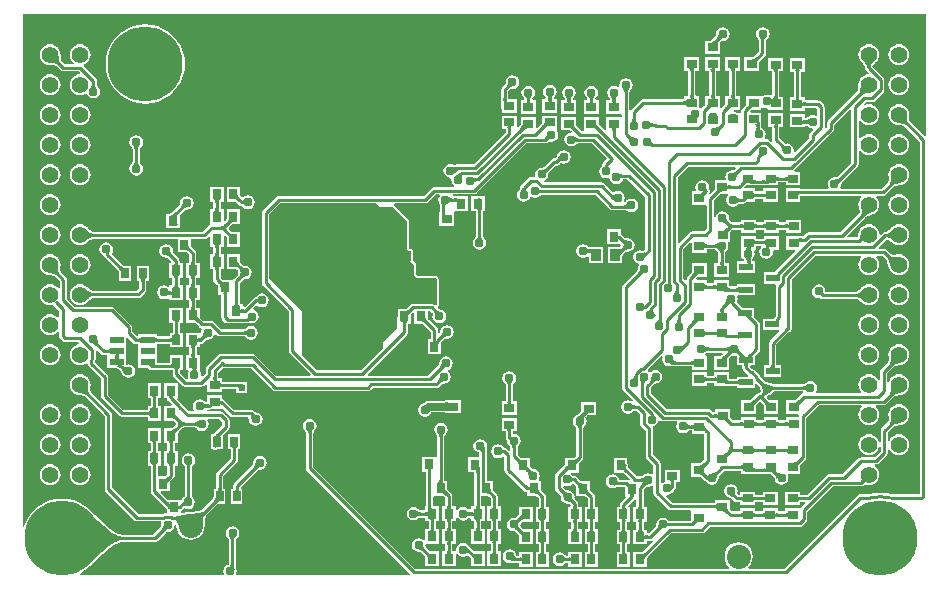
<source format=gbl>
G04*
G04 #@! TF.GenerationSoftware,Altium Limited,Altium Designer,21.8.1 (53)*
G04*
G04 Layer_Physical_Order=2*
G04 Layer_Color=16711680*
%FSLAX23Y23*%
%MOIN*%
G70*
G04*
G04 #@! TF.SameCoordinates,8759A3D8-4CB3-4D4E-AE8C-DC6529DB4632*
G04*
G04*
G04 #@! TF.FilePolarity,Positive*
G04*
G01*
G75*
%ADD16C,0.010*%
%ADD26R,0.035X0.039*%
%ADD29R,0.035X0.031*%
%ADD31R,0.035X0.031*%
%ADD32R,0.031X0.035*%
%ADD33R,0.031X0.035*%
%ADD62C,0.025*%
%ADD64C,0.055*%
%ADD65C,0.250*%
%ADD66C,0.080*%
%ADD67C,0.031*%
%ADD68R,0.035X0.028*%
%ADD69R,0.026X0.035*%
%ADD70R,0.045X0.024*%
%ADD71R,0.020X0.024*%
%ADD72R,0.048X0.024*%
G36*
X3492Y4641D02*
X3492Y4634D01*
X3492Y4631D01*
X3493Y4628D01*
X3493Y4626D01*
X3494Y4623D01*
X3495Y4621D01*
X3496Y4619D01*
X3498Y4618D01*
X3490Y4611D01*
X3489Y4613D01*
X3487Y4614D01*
X3485Y4615D01*
X3483Y4616D01*
X3480Y4617D01*
X3477Y4617D01*
X3471Y4619D01*
X3467Y4619D01*
X3463Y4620D01*
X3492Y4644D01*
X3492Y4641D01*
D02*
G37*
G36*
X3556Y4577D02*
X3551Y4575D01*
X3502Y4624D01*
X3501Y4625D01*
X3501Y4626D01*
X3500Y4628D01*
X3500Y4630D01*
X3499Y4632D01*
X3499Y4634D01*
X3499Y4640D01*
X3499Y4644D01*
X3499Y4644D01*
X3500Y4647D01*
X3499Y4656D01*
X3495Y4664D01*
X3490Y4672D01*
X3482Y4677D01*
X3474Y4681D01*
X3465Y4682D01*
X3456Y4681D01*
X3448Y4677D01*
X3440Y4672D01*
X3435Y4664D01*
X3431Y4656D01*
X3430Y4647D01*
X3431Y4638D01*
X3435Y4630D01*
X3440Y4622D01*
X3448Y4617D01*
X3456Y4613D01*
X3462Y4613D01*
X3462Y4612D01*
X3465Y4612D01*
X3465Y4612D01*
X3465Y4612D01*
X3466Y4612D01*
X3469Y4612D01*
X3475Y4611D01*
X3478Y4610D01*
X3480Y4609D01*
X3482Y4608D01*
X3483Y4608D01*
X3484Y4607D01*
X3535Y4556D01*
Y3382D01*
X3439D01*
X3427Y3385D01*
X3403Y3386D01*
X3380Y3385D01*
X3368Y3382D01*
X3337D01*
X3332Y3381D01*
X3328Y3378D01*
X3084Y3134D01*
X2964D01*
X2963Y3139D01*
X2965Y3140D01*
X2972Y3150D01*
X2977Y3162D01*
X2978Y3174D01*
X2977Y3186D01*
X2972Y3198D01*
X2965Y3208D01*
X2955Y3215D01*
X2943Y3220D01*
X2931Y3221D01*
X2919Y3220D01*
X2907Y3215D01*
X2897Y3208D01*
X2890Y3198D01*
X2885Y3186D01*
X2884Y3174D01*
X2885Y3162D01*
X2890Y3150D01*
X2897Y3140D01*
X2899Y3139D01*
X2898Y3134D01*
X1853D01*
X1513Y3474D01*
Y3587D01*
X1513Y3587D01*
X1514Y3588D01*
X1514Y3589D01*
X1514Y3589D01*
X1514Y3590D01*
X1515Y3591D01*
X1516Y3592D01*
X1516Y3593D01*
X1517Y3593D01*
X1522Y3601D01*
X1524Y3610D01*
X1522Y3618D01*
X1517Y3626D01*
X1510Y3631D01*
X1501Y3632D01*
X1492Y3631D01*
X1485Y3626D01*
X1480Y3618D01*
X1478Y3610D01*
X1480Y3601D01*
X1485Y3593D01*
X1486Y3593D01*
X1487Y3592D01*
X1487Y3591D01*
X1488Y3590D01*
X1488Y3589D01*
X1488Y3589D01*
X1489Y3588D01*
X1489Y3587D01*
X1489Y3587D01*
Y3469D01*
X1490Y3464D01*
X1492Y3460D01*
X1836Y3117D01*
X1834Y3112D01*
X1260D01*
X1257Y3117D01*
X1259Y3125D01*
X1257Y3134D01*
X1257Y3134D01*
X1256Y3136D01*
X1256Y3137D01*
X1255Y3140D01*
X1255Y3141D01*
X1255Y3142D01*
Y3229D01*
X1255Y3229D01*
X1255Y3230D01*
X1256Y3231D01*
X1256Y3231D01*
X1256Y3232D01*
X1257Y3233D01*
X1257Y3233D01*
X1258Y3234D01*
X1259Y3235D01*
X1260Y3236D01*
X1265Y3243D01*
X1267Y3252D01*
X1265Y3261D01*
X1260Y3268D01*
X1253Y3273D01*
X1244Y3275D01*
X1235Y3273D01*
X1228Y3268D01*
X1223Y3261D01*
X1221Y3252D01*
X1223Y3243D01*
X1228Y3236D01*
X1228Y3235D01*
X1229Y3235D01*
X1229Y3234D01*
X1230Y3233D01*
X1230Y3232D01*
X1230Y3232D01*
X1231Y3231D01*
X1231Y3230D01*
X1231Y3230D01*
Y3148D01*
X1231Y3148D01*
X1231Y3148D01*
X1230Y3147D01*
X1230Y3147D01*
X1230Y3147D01*
X1230Y3147D01*
X1230Y3147D01*
X1230Y3147D01*
X1229Y3147D01*
X1227Y3146D01*
X1220Y3141D01*
X1215Y3134D01*
X1213Y3125D01*
X1215Y3117D01*
X1212Y3112D01*
X736D01*
X735Y3117D01*
X736Y3117D01*
X753Y3128D01*
X769Y3141D01*
X771Y3144D01*
X785Y3158D01*
X813Y3184D01*
X837Y3204D01*
X847Y3211D01*
X856Y3216D01*
X864Y3220D01*
X871Y3222D01*
X875Y3223D01*
X985D01*
X990Y3224D01*
X994Y3226D01*
X1021Y3253D01*
X1021Y3254D01*
X1022Y3254D01*
X1022Y3254D01*
X1023Y3255D01*
X1024Y3255D01*
X1025Y3255D01*
X1026Y3255D01*
X1027Y3255D01*
X1028Y3255D01*
X1037Y3257D01*
X1044Y3262D01*
X1049Y3269D01*
X1051Y3278D01*
X1051Y3278D01*
X1056Y3281D01*
X1056Y3280D01*
X1057Y3278D01*
X1057Y3277D01*
X1057Y3277D01*
X1057Y3276D01*
X1057Y3274D01*
X1057Y3273D01*
X1057Y3273D01*
X1057Y3273D01*
X1058Y3265D01*
X1063Y3253D01*
X1070Y3243D01*
X1080Y3236D01*
X1092Y3231D01*
X1104Y3230D01*
X1116Y3231D01*
X1128Y3236D01*
X1138Y3243D01*
X1145Y3253D01*
X1150Y3265D01*
X1151Y3277D01*
X1151Y3279D01*
X1151Y3283D01*
X1152Y3294D01*
X1152Y3298D01*
X1153Y3302D01*
X1154Y3306D01*
X1155Y3308D01*
X1156Y3311D01*
X1157Y3312D01*
X1157Y3313D01*
X1191Y3347D01*
X1193Y3348D01*
X1194Y3350D01*
X1195Y3350D01*
X1220D01*
Y3399D01*
X1213D01*
X1213Y3399D01*
X1213Y3400D01*
Y3441D01*
X1259Y3487D01*
X1261Y3491D01*
X1262Y3496D01*
Y3531D01*
X1262Y3531D01*
X1262Y3531D01*
X1270D01*
Y3581D01*
X1230D01*
Y3531D01*
X1238D01*
X1238Y3531D01*
X1238Y3531D01*
Y3501D01*
X1192Y3455D01*
X1189Y3451D01*
X1188Y3447D01*
Y3400D01*
X1188Y3399D01*
X1188Y3399D01*
X1181D01*
Y3372D01*
X1181Y3372D01*
X1180Y3371D01*
X1178Y3368D01*
X1140Y3330D01*
X1139Y3330D01*
X1138Y3329D01*
X1135Y3328D01*
X1133Y3327D01*
X1129Y3326D01*
X1126Y3325D01*
X1110Y3324D01*
X1106Y3324D01*
X1104Y3324D01*
X1095Y3323D01*
X1095Y3323D01*
X1095Y3323D01*
X1095Y3323D01*
X1095Y3323D01*
X1094Y3323D01*
X1092Y3323D01*
X1091Y3322D01*
X1077Y3320D01*
X1072Y3323D01*
X1072Y3324D01*
X1073Y3327D01*
X1076Y3329D01*
X1083Y3335D01*
X1083Y3336D01*
X1083Y3336D01*
X1083Y3336D01*
X1084Y3336D01*
X1084Y3336D01*
X1084Y3336D01*
X1084Y3336D01*
X1084Y3336D01*
X1085Y3335D01*
X1085Y3335D01*
X1087Y3334D01*
X1096Y3332D01*
X1105Y3334D01*
X1112Y3339D01*
X1117Y3346D01*
X1119Y3355D01*
X1117Y3364D01*
X1112Y3371D01*
X1112Y3372D01*
X1111Y3372D01*
X1111Y3373D01*
X1110Y3374D01*
X1110Y3375D01*
X1110Y3375D01*
X1109Y3376D01*
X1109Y3377D01*
X1109Y3377D01*
Y3473D01*
X1109Y3474D01*
X1109Y3474D01*
X1110Y3475D01*
X1110Y3476D01*
X1110Y3477D01*
X1111Y3477D01*
X1111Y3478D01*
X1112Y3479D01*
X1113Y3480D01*
X1118Y3487D01*
X1120Y3496D01*
X1118Y3505D01*
X1113Y3512D01*
X1106Y3517D01*
X1097Y3519D01*
X1088Y3517D01*
X1081Y3512D01*
X1076Y3505D01*
X1074Y3496D01*
X1076Y3487D01*
X1081Y3480D01*
X1082Y3479D01*
X1083Y3478D01*
X1083Y3477D01*
X1084Y3477D01*
X1084Y3476D01*
X1084Y3475D01*
X1085Y3474D01*
X1085Y3474D01*
X1085Y3473D01*
Y3378D01*
X1085Y3378D01*
X1085Y3377D01*
X1084Y3376D01*
X1084Y3376D01*
X1084Y3375D01*
X1083Y3374D01*
X1083Y3374D01*
X1082Y3373D01*
X1081Y3372D01*
X1080Y3371D01*
X1076Y3365D01*
X1076Y3365D01*
X1076Y3365D01*
X1075Y3364D01*
X1071Y3362D01*
X1033D01*
X1033Y3362D01*
X1029Y3362D01*
X1004Y3387D01*
X1006Y3392D01*
X1034D01*
Y3421D01*
X1034Y3422D01*
X1037Y3425D01*
X1047Y3435D01*
X1050Y3439D01*
X1051Y3444D01*
Y3477D01*
X1051Y3477D01*
X1051Y3477D01*
X1061D01*
Y3527D01*
X1051D01*
X1051Y3527D01*
X1051Y3527D01*
Y3552D01*
X1051Y3552D01*
X1051Y3552D01*
X1061D01*
Y3587D01*
X1061Y3587D01*
X1064Y3590D01*
X1075Y3601D01*
X1076Y3602D01*
X1077Y3602D01*
X1078Y3603D01*
X1079Y3604D01*
X1080Y3604D01*
X1082Y3604D01*
X1083Y3605D01*
X1084Y3605D01*
X1118D01*
X1118Y3605D01*
X1119Y3605D01*
X1120Y3604D01*
X1120Y3604D01*
X1121Y3604D01*
X1122Y3603D01*
X1122Y3603D01*
X1123Y3602D01*
X1124Y3601D01*
X1125Y3599D01*
X1132Y3594D01*
X1141Y3593D01*
X1150Y3594D01*
X1157Y3599D01*
X1162Y3607D01*
X1164Y3616D01*
X1162Y3624D01*
X1159Y3629D01*
X1162Y3634D01*
X1199D01*
X1210Y3623D01*
Y3611D01*
X1182Y3583D01*
X1181Y3582D01*
X1179Y3581D01*
X1179Y3581D01*
X1173D01*
Y3574D01*
X1173Y3574D01*
X1173Y3574D01*
Y3571D01*
X1173Y3569D01*
Y3541D01*
X1173Y3539D01*
Y3531D01*
X1178D01*
X1180Y3530D01*
X1185Y3529D01*
X1190Y3530D01*
X1192Y3531D01*
X1213D01*
Y3579D01*
X1231Y3597D01*
X1233Y3601D01*
X1234Y3606D01*
Y3628D01*
X1233Y3633D01*
X1231Y3637D01*
X1213Y3655D01*
X1209Y3657D01*
X1204Y3658D01*
X1161D01*
X1159Y3663D01*
X1159Y3664D01*
X1167D01*
X1172Y3665D01*
X1176Y3667D01*
X1176Y3667D01*
X1209D01*
X1209Y3667D01*
Y3667D01*
X1213Y3665D01*
X1235Y3642D01*
X1239Y3640D01*
X1244Y3639D01*
X1294D01*
X1295Y3638D01*
X1297Y3637D01*
X1298Y3634D01*
X1298Y3632D01*
X1300Y3623D01*
X1305Y3616D01*
X1312Y3611D01*
X1321Y3609D01*
X1330Y3611D01*
X1337Y3616D01*
X1342Y3623D01*
X1344Y3632D01*
X1342Y3641D01*
X1337Y3648D01*
X1330Y3653D01*
X1325Y3654D01*
X1324Y3654D01*
X1323Y3654D01*
X1322Y3655D01*
X1321Y3655D01*
X1320Y3655D01*
X1319Y3656D01*
X1318Y3656D01*
X1317Y3657D01*
X1316Y3657D01*
X1316Y3657D01*
X1314Y3660D01*
X1310Y3662D01*
X1305Y3663D01*
X1249D01*
X1213Y3699D01*
X1209Y3701D01*
X1209Y3702D01*
Y3713D01*
X1159D01*
Y3692D01*
X1159Y3691D01*
X1158Y3690D01*
X1157Y3690D01*
X1154Y3689D01*
X1154Y3689D01*
X1153Y3689D01*
X1153Y3690D01*
X1152Y3690D01*
X1151Y3691D01*
X1150Y3692D01*
X1143Y3697D01*
X1134Y3699D01*
X1125Y3697D01*
X1118Y3692D01*
X1113Y3685D01*
X1111Y3676D01*
X1113Y3667D01*
X1115Y3663D01*
X1113Y3658D01*
X1099D01*
X1077Y3680D01*
X1075Y3683D01*
X1068Y3690D01*
X1064Y3693D01*
X1059Y3698D01*
X1061Y3702D01*
X1061D01*
Y3752D01*
X1016D01*
Y3702D01*
X1026D01*
Y3701D01*
X1027Y3697D01*
X1030Y3693D01*
X1041Y3681D01*
X1039Y3677D01*
X1016D01*
Y3627D01*
X1045D01*
X1046Y3627D01*
X1049Y3625D01*
X1055Y3618D01*
X1056Y3618D01*
X1056Y3617D01*
X1056Y3617D01*
X1056Y3617D01*
X1056Y3617D01*
X1056Y3617D01*
X1056Y3616D01*
X1055Y3616D01*
X1044Y3604D01*
X1043Y3604D01*
X1041Y3603D01*
X1040Y3602D01*
X1040Y3602D01*
X1016D01*
Y3552D01*
X1026D01*
X1026Y3552D01*
X1026Y3552D01*
Y3527D01*
X1026Y3527D01*
X1026Y3527D01*
X1016D01*
Y3477D01*
X1026D01*
X1026Y3477D01*
X1026Y3477D01*
Y3449D01*
X1022Y3444D01*
X1020Y3443D01*
X1018Y3441D01*
X1018Y3441D01*
X995D01*
Y3477D01*
X996Y3477D01*
X996Y3477D01*
X1006D01*
Y3527D01*
X996D01*
X996Y3527D01*
X996Y3527D01*
Y3552D01*
X996Y3552D01*
X996Y3552D01*
X1006D01*
Y3602D01*
X961D01*
Y3552D01*
X971D01*
X971Y3552D01*
X971Y3552D01*
Y3527D01*
X971Y3527D01*
X971Y3527D01*
X961D01*
Y3477D01*
X971D01*
X971Y3477D01*
X971Y3477D01*
Y3391D01*
X972Y3386D01*
X975Y3382D01*
X1022Y3334D01*
X1023Y3334D01*
X1024Y3333D01*
X1024Y3332D01*
X1025Y3331D01*
X1025Y3330D01*
X1025Y3329D01*
X1026Y3328D01*
X1026Y3328D01*
Y3318D01*
X1017D01*
X1012Y3317D01*
X1010Y3315D01*
X931D01*
X842Y3404D01*
Y3647D01*
X841Y3652D01*
X839Y3656D01*
X772Y3722D01*
X772Y3722D01*
X771Y3723D01*
X771Y3725D01*
X770Y3726D01*
X770Y3728D01*
X769Y3730D01*
X769Y3732D01*
X769Y3735D01*
X770Y3738D01*
X770Y3741D01*
X770Y3742D01*
X771Y3747D01*
X770Y3756D01*
X766Y3764D01*
X761Y3772D01*
X753Y3777D01*
X745Y3781D01*
X736Y3782D01*
X727Y3781D01*
X719Y3777D01*
X711Y3772D01*
X706Y3764D01*
X702Y3756D01*
X701Y3747D01*
X702Y3738D01*
X706Y3730D01*
X711Y3722D01*
X719Y3717D01*
X727Y3713D01*
X730Y3713D01*
X731Y3713D01*
X738Y3711D01*
X745Y3710D01*
X747Y3709D01*
X749Y3708D01*
X751Y3708D01*
X753Y3707D01*
X754Y3706D01*
X818Y3642D01*
Y3399D01*
X819Y3394D01*
X821Y3390D01*
X917Y3294D01*
X921Y3292D01*
X926Y3291D01*
X1004D01*
X1007Y3286D01*
X1005Y3278D01*
X1005Y3277D01*
X1005Y3276D01*
X1005Y3275D01*
X1005Y3274D01*
X1005Y3273D01*
X1004Y3272D01*
X1004Y3272D01*
X1003Y3271D01*
X1003Y3271D01*
X980Y3247D01*
X875D01*
X871Y3248D01*
X864Y3250D01*
X856Y3254D01*
X847Y3259D01*
X837Y3266D01*
X785Y3312D01*
X771Y3326D01*
X769Y3329D01*
X753Y3342D01*
X736Y3353D01*
X716Y3361D01*
X696Y3366D01*
X675Y3367D01*
X655Y3366D01*
X635Y3361D01*
X615Y3353D01*
X598Y3342D01*
X582Y3329D01*
X568Y3313D01*
X558Y3295D01*
X550Y3276D01*
X549Y3274D01*
X544Y3274D01*
Y4984D01*
X3556D01*
Y4577D01*
D02*
G37*
G36*
X763Y3739D02*
X762Y3736D01*
X762Y3732D01*
X762Y3729D01*
X763Y3727D01*
X763Y3724D01*
X764Y3722D01*
X765Y3720D01*
X766Y3718D01*
X768Y3716D01*
X759Y3710D01*
X758Y3712D01*
X756Y3713D01*
X754Y3714D01*
X752Y3715D01*
X749Y3716D01*
X747Y3717D01*
X740Y3718D01*
X732Y3720D01*
X763Y3742D01*
X763Y3739D01*
D02*
G37*
G36*
X1046Y3709D02*
X1046Y3709D01*
X1045Y3709D01*
X1045Y3708D01*
X1044Y3707D01*
X1044Y3707D01*
X1044Y3705D01*
X1044Y3704D01*
X1044Y3703D01*
X1044Y3701D01*
X1034D01*
X1034Y3703D01*
X1033Y3705D01*
X1033Y3707D01*
X1033Y3707D01*
X1032Y3708D01*
X1032Y3709D01*
X1032Y3709D01*
X1031Y3709D01*
X1030Y3710D01*
X1047D01*
X1046Y3709D01*
D02*
G37*
G36*
X1146Y3686D02*
X1147Y3685D01*
X1149Y3684D01*
X1150Y3683D01*
X1151Y3682D01*
X1152Y3682D01*
X1154Y3682D01*
X1155Y3681D01*
X1157Y3681D01*
X1157Y3681D01*
X1158Y3681D01*
X1160Y3681D01*
X1162Y3681D01*
X1163Y3682D01*
X1164Y3682D01*
X1165Y3683D01*
X1166Y3683D01*
X1166Y3684D01*
X1166Y3685D01*
X1167Y3686D01*
X1166Y3674D01*
X1158Y3672D01*
Y3671D01*
X1157Y3671D01*
X1155Y3671D01*
X1154Y3670D01*
X1152Y3670D01*
X1151Y3670D01*
X1150Y3669D01*
X1149Y3668D01*
X1147Y3667D01*
X1146Y3666D01*
X1145Y3665D01*
Y3687D01*
X1146Y3686D01*
D02*
G37*
G36*
X1311Y3652D02*
X1312Y3651D01*
X1313Y3651D01*
X1314Y3650D01*
X1316Y3649D01*
X1317Y3649D01*
X1319Y3648D01*
X1320Y3648D01*
X1322Y3647D01*
X1323Y3647D01*
X1306Y3634D01*
X1306Y3636D01*
X1306Y3637D01*
X1306Y3639D01*
X1306Y3640D01*
X1305Y3642D01*
X1305Y3643D01*
X1304Y3644D01*
X1304Y3645D01*
X1303Y3646D01*
X1302Y3647D01*
X1310Y3653D01*
X1311Y3652D01*
D02*
G37*
G36*
X1054Y3650D02*
X1053Y3649D01*
X1053Y3648D01*
X1054Y3646D01*
X1054Y3645D01*
X1055Y3644D01*
X1056Y3642D01*
X1058Y3640D01*
X1061Y3636D01*
X1056Y3627D01*
X1054Y3629D01*
X1050Y3633D01*
X1049Y3634D01*
X1047Y3635D01*
X1046Y3635D01*
X1045Y3636D01*
X1044Y3636D01*
X1043Y3635D01*
X1042Y3635D01*
X1054Y3651D01*
X1054Y3650D01*
D02*
G37*
G36*
X1129Y3606D02*
X1128Y3607D01*
X1127Y3608D01*
X1126Y3609D01*
X1125Y3610D01*
X1123Y3610D01*
X1122Y3611D01*
X1121Y3611D01*
X1120Y3612D01*
X1118Y3612D01*
X1117Y3612D01*
X1118Y3622D01*
X1119Y3622D01*
X1120Y3622D01*
X1122Y3622D01*
X1123Y3623D01*
X1125Y3623D01*
X1126Y3624D01*
X1127Y3625D01*
X1128Y3625D01*
X1130Y3626D01*
X1131Y3627D01*
X1129Y3606D01*
D02*
G37*
G36*
X1070Y3628D02*
X1072Y3627D01*
X1073Y3625D01*
X1075Y3625D01*
X1076Y3624D01*
X1078Y3623D01*
X1080Y3623D01*
X1082Y3622D01*
X1084Y3622D01*
X1086Y3622D01*
Y3612D01*
X1084Y3612D01*
X1082Y3612D01*
X1080Y3611D01*
X1078Y3611D01*
X1076Y3610D01*
X1075Y3609D01*
X1073Y3609D01*
X1072Y3607D01*
X1070Y3606D01*
X1069Y3605D01*
X1059Y3610D01*
X1061Y3611D01*
X1062Y3613D01*
X1062Y3614D01*
X1063Y3616D01*
X1063Y3617D01*
X1063Y3618D01*
X1062Y3620D01*
X1062Y3621D01*
X1061Y3623D01*
X1059Y3624D01*
X1069Y3629D01*
X1070Y3628D01*
D02*
G37*
G36*
X1061Y3598D02*
X1059Y3595D01*
X1056Y3592D01*
X1055Y3590D01*
X1054Y3588D01*
X1053Y3587D01*
X1053Y3586D01*
X1053Y3585D01*
X1053Y3584D01*
X1054Y3583D01*
X1037Y3594D01*
X1038Y3594D01*
X1039Y3594D01*
X1040Y3594D01*
X1041Y3594D01*
X1043Y3595D01*
X1044Y3596D01*
X1046Y3597D01*
X1047Y3598D01*
X1049Y3600D01*
X1051Y3602D01*
X1061Y3598D01*
D02*
G37*
G36*
X1511Y3597D02*
X1510Y3596D01*
X1509Y3595D01*
X1508Y3594D01*
X1508Y3592D01*
X1507Y3591D01*
X1507Y3590D01*
X1506Y3588D01*
X1506Y3587D01*
X1506Y3586D01*
X1496D01*
X1496Y3587D01*
X1496Y3588D01*
X1496Y3590D01*
X1495Y3591D01*
X1495Y3592D01*
X1494Y3594D01*
X1493Y3595D01*
X1492Y3596D01*
X1491Y3597D01*
X1490Y3598D01*
X1512D01*
X1511Y3597D01*
D02*
G37*
G36*
X1202Y3579D02*
X1201Y3578D01*
X1201Y3577D01*
X1200Y3576D01*
X1200Y3575D01*
X1200Y3575D01*
X1201Y3574D01*
X1201Y3574D01*
X1202Y3574D01*
X1204Y3574D01*
X1180D01*
X1181Y3574D01*
X1181Y3574D01*
X1182Y3574D01*
X1183Y3575D01*
X1184Y3575D01*
X1186Y3577D01*
X1188Y3579D01*
X1190Y3581D01*
X1204D01*
X1202Y3579D01*
D02*
G37*
G36*
X1048Y3559D02*
X1047Y3559D01*
X1046Y3559D01*
X1045Y3558D01*
X1045Y3557D01*
X1044Y3556D01*
X1044Y3555D01*
X1044Y3553D01*
X1044Y3551D01*
X1044Y3549D01*
X1034D01*
X1034Y3551D01*
X1033Y3553D01*
X1033Y3555D01*
X1033Y3556D01*
X1032Y3557D01*
X1032Y3558D01*
X1031Y3559D01*
X1030Y3559D01*
X1030Y3559D01*
X1029Y3560D01*
X1049D01*
X1048Y3559D01*
D02*
G37*
G36*
X992D02*
X992Y3559D01*
X991Y3559D01*
X990Y3558D01*
X990Y3557D01*
X989Y3556D01*
X989Y3555D01*
X989Y3553D01*
X988Y3551D01*
X988Y3549D01*
X978D01*
X978Y3551D01*
X978Y3553D01*
X978Y3555D01*
X978Y3556D01*
X977Y3557D01*
X977Y3558D01*
X976Y3559D01*
X975Y3559D01*
X974Y3559D01*
X973Y3560D01*
X993D01*
X992Y3559D01*
D02*
G37*
G36*
X1259Y3538D02*
X1258Y3538D01*
X1258Y3538D01*
X1257Y3537D01*
X1256Y3536D01*
X1256Y3535D01*
X1256Y3534D01*
X1255Y3532D01*
X1255Y3530D01*
X1255Y3528D01*
X1245D01*
X1245Y3530D01*
X1245Y3532D01*
X1245Y3534D01*
X1244Y3535D01*
X1244Y3536D01*
X1243Y3537D01*
X1243Y3538D01*
X1242Y3538D01*
X1241Y3538D01*
X1240Y3539D01*
X1260D01*
X1259Y3538D01*
D02*
G37*
G36*
X1044Y3528D02*
X1044Y3526D01*
X1044Y3524D01*
X1044Y3523D01*
X1045Y3522D01*
X1045Y3521D01*
X1046Y3520D01*
X1047Y3520D01*
X1048Y3520D01*
X1049Y3519D01*
X1029D01*
X1030Y3520D01*
X1030Y3520D01*
X1031Y3520D01*
X1032Y3521D01*
X1032Y3522D01*
X1033Y3523D01*
X1033Y3524D01*
X1033Y3526D01*
X1034Y3528D01*
X1034Y3530D01*
X1044D01*
X1044Y3528D01*
D02*
G37*
G36*
X988D02*
X989Y3526D01*
X989Y3524D01*
X989Y3523D01*
X990Y3522D01*
X990Y3521D01*
X991Y3520D01*
X992Y3520D01*
X992Y3520D01*
X993Y3519D01*
X973D01*
X974Y3520D01*
X975Y3520D01*
X976Y3520D01*
X977Y3521D01*
X977Y3522D01*
X978Y3523D01*
X978Y3524D01*
X978Y3526D01*
X978Y3528D01*
X978Y3530D01*
X988D01*
X988Y3528D01*
D02*
G37*
G36*
X1048Y3484D02*
X1047Y3484D01*
X1046Y3484D01*
X1045Y3483D01*
X1045Y3482D01*
X1044Y3481D01*
X1044Y3480D01*
X1044Y3478D01*
X1044Y3476D01*
X1044Y3474D01*
X1034D01*
X1034Y3476D01*
X1033Y3478D01*
X1033Y3480D01*
X1033Y3481D01*
X1032Y3482D01*
X1032Y3483D01*
X1031Y3484D01*
X1030Y3484D01*
X1030Y3484D01*
X1029Y3485D01*
X1049D01*
X1048Y3484D01*
D02*
G37*
G36*
X992D02*
X991Y3484D01*
X991Y3484D01*
X990Y3483D01*
X990Y3482D01*
X989Y3481D01*
X989Y3480D01*
X988Y3478D01*
X988Y3476D01*
X988Y3474D01*
X978D01*
X978Y3476D01*
X978Y3478D01*
X978Y3480D01*
X977Y3481D01*
X977Y3482D01*
X976Y3483D01*
X976Y3484D01*
X975Y3484D01*
X974Y3484D01*
X973Y3485D01*
X993D01*
X992Y3484D01*
D02*
G37*
G36*
X1107Y3484D02*
X1106Y3483D01*
X1105Y3481D01*
X1104Y3480D01*
X1103Y3479D01*
X1103Y3478D01*
X1103Y3476D01*
X1102Y3475D01*
X1102Y3473D01*
X1102Y3472D01*
X1092D01*
X1092Y3473D01*
X1092Y3475D01*
X1091Y3476D01*
X1091Y3478D01*
X1091Y3479D01*
X1090Y3480D01*
X1089Y3481D01*
X1088Y3483D01*
X1087Y3484D01*
X1086Y3485D01*
X1108D01*
X1107Y3484D01*
D02*
G37*
G36*
X1034Y3432D02*
X1032Y3430D01*
X1029Y3426D01*
X1028Y3425D01*
X1027Y3423D01*
X1026Y3422D01*
X1026Y3421D01*
X1026Y3420D01*
X1026Y3419D01*
X1027Y3418D01*
X1014Y3434D01*
X1015Y3433D01*
X1016Y3433D01*
X1017Y3433D01*
X1018Y3433D01*
X1019Y3434D01*
X1021Y3435D01*
X1023Y3436D01*
X1024Y3437D01*
X1029Y3441D01*
X1034Y3432D01*
D02*
G37*
G36*
X1206Y3400D02*
X1206Y3398D01*
X1206Y3397D01*
X1206Y3396D01*
X1207Y3395D01*
X1207Y3394D01*
X1208Y3393D01*
X1209Y3392D01*
X1210Y3392D01*
X1211Y3392D01*
X1191D01*
X1191Y3392D01*
X1192Y3392D01*
X1193Y3393D01*
X1194Y3394D01*
X1194Y3395D01*
X1195Y3396D01*
X1195Y3397D01*
X1195Y3398D01*
X1195Y3400D01*
X1196Y3402D01*
X1206D01*
X1206Y3400D01*
D02*
G37*
G36*
X1102Y3379D02*
X1102Y3377D01*
X1102Y3376D01*
X1102Y3374D01*
X1103Y3373D01*
X1103Y3372D01*
X1104Y3370D01*
X1105Y3369D01*
X1106Y3368D01*
X1106Y3367D01*
X1108Y3365D01*
X1086Y3367D01*
X1087Y3368D01*
X1088Y3369D01*
X1089Y3370D01*
X1090Y3371D01*
X1090Y3373D01*
X1091Y3374D01*
X1091Y3375D01*
X1092Y3376D01*
X1092Y3378D01*
X1092Y3379D01*
X1102Y3379D01*
D02*
G37*
G36*
X1198Y3357D02*
X1197Y3358D01*
X1197Y3358D01*
X1196Y3358D01*
X1195Y3358D01*
X1193Y3357D01*
X1192Y3357D01*
X1190Y3355D01*
X1188Y3354D01*
X1184Y3350D01*
X1181Y3361D01*
X1183Y3363D01*
X1186Y3366D01*
X1187Y3368D01*
X1187Y3369D01*
X1188Y3371D01*
X1188Y3372D01*
X1188Y3373D01*
X1188Y3374D01*
X1188Y3375D01*
X1198Y3357D01*
D02*
G37*
G36*
X1088Y3342D02*
X1087Y3342D01*
X1086Y3343D01*
X1085Y3343D01*
X1083Y3343D01*
X1082Y3343D01*
X1081Y3343D01*
X1080Y3342D01*
X1079Y3341D01*
X1078Y3341D01*
X1077Y3340D01*
X1074Y3351D01*
X1075Y3352D01*
X1078Y3355D01*
X1079Y3357D01*
X1081Y3360D01*
X1082Y3361D01*
X1082Y3362D01*
X1088Y3342D01*
D02*
G37*
G36*
X1026Y3355D02*
X1026Y3355D01*
X1027Y3355D01*
X1033Y3355D01*
X1033Y3327D01*
X1033Y3328D01*
X1033Y3330D01*
X1032Y3331D01*
X1032Y3333D01*
X1031Y3334D01*
X1030Y3336D01*
X1029Y3337D01*
X1028Y3338D01*
X1027Y3340D01*
X1026Y3341D01*
Y3355D01*
X1026Y3355D01*
D02*
G37*
G36*
X1153Y3318D02*
X1151Y3316D01*
X1149Y3314D01*
X1148Y3311D01*
X1147Y3308D01*
X1146Y3304D01*
X1145Y3299D01*
X1145Y3295D01*
X1144Y3284D01*
X1144Y3277D01*
X1104Y3317D01*
X1111Y3317D01*
X1126Y3318D01*
X1131Y3319D01*
X1135Y3320D01*
X1138Y3321D01*
X1141Y3322D01*
X1143Y3324D01*
X1145Y3326D01*
X1153Y3318D01*
D02*
G37*
G36*
X1064Y3274D02*
X1064Y3279D01*
X1063Y3283D01*
X1062Y3286D01*
X1060Y3289D01*
X1059Y3292D01*
X1057Y3294D01*
X1055Y3296D01*
X1052Y3297D01*
X1049Y3298D01*
X1046Y3298D01*
X1055Y3308D01*
X1055Y3308D01*
X1062Y3309D01*
X1096Y3316D01*
X1064Y3274D01*
D02*
G37*
G36*
X1028Y3263D02*
X1026Y3262D01*
X1025Y3262D01*
X1023Y3262D01*
X1022Y3262D01*
X1020Y3261D01*
X1019Y3261D01*
X1018Y3260D01*
X1017Y3259D01*
X1016Y3258D01*
X1015Y3258D01*
X1007Y3265D01*
X1008Y3266D01*
X1009Y3267D01*
X1010Y3268D01*
X1011Y3269D01*
X1011Y3270D01*
X1012Y3272D01*
X1012Y3273D01*
X1012Y3275D01*
X1012Y3276D01*
X1012Y3278D01*
X1028Y3263D01*
D02*
G37*
G36*
X1254Y3240D02*
X1253Y3239D01*
X1252Y3238D01*
X1251Y3237D01*
X1250Y3236D01*
X1250Y3234D01*
X1249Y3233D01*
X1249Y3232D01*
X1248Y3231D01*
X1248Y3229D01*
X1248Y3228D01*
X1238Y3228D01*
X1238Y3230D01*
X1238Y3231D01*
X1238Y3233D01*
X1237Y3234D01*
X1237Y3235D01*
X1236Y3237D01*
X1235Y3238D01*
X1234Y3239D01*
X1234Y3240D01*
X1232Y3242D01*
X1254Y3240D01*
D02*
G37*
G36*
X780Y3307D02*
X833Y3261D01*
X843Y3253D01*
X853Y3248D01*
X861Y3243D01*
X869Y3241D01*
X875Y3240D01*
Y3230D01*
X869Y3229D01*
X861Y3227D01*
X853Y3223D01*
X843Y3217D01*
X833Y3209D01*
X809Y3190D01*
X780Y3163D01*
X765Y3148D01*
Y3323D01*
X780Y3307D01*
D02*
G37*
G36*
X1248Y3144D02*
X1248Y3143D01*
X1248Y3140D01*
X1248Y3139D01*
X1249Y3136D01*
X1249Y3135D01*
X1251Y3130D01*
X1231Y3140D01*
X1233Y3140D01*
X1234Y3141D01*
X1235Y3142D01*
X1236Y3142D01*
X1236Y3143D01*
X1237Y3144D01*
X1237Y3146D01*
X1238Y3147D01*
X1238Y3148D01*
X1238Y3150D01*
X1248Y3144D01*
D02*
G37*
%LPC*%
G36*
X2878Y4938D02*
X2869Y4936D01*
X2862Y4931D01*
X2857Y4924D01*
X2855Y4915D01*
X2855Y4914D01*
X2855Y4913D01*
X2855Y4912D01*
X2855Y4911D01*
X2855Y4910D01*
X2854Y4910D01*
X2854Y4909D01*
X2853Y4908D01*
X2853Y4908D01*
X2842Y4897D01*
X2841Y4896D01*
X2840Y4896D01*
X2839Y4895D01*
X2838Y4894D01*
X2838Y4894D01*
X2837Y4894D01*
X2836Y4893D01*
X2835Y4893D01*
X2834Y4893D01*
X2834Y4893D01*
X2819D01*
Y4848D01*
X2868D01*
Y4886D01*
X2868Y4886D01*
X2868Y4886D01*
Y4888D01*
X2870Y4890D01*
X2871Y4891D01*
X2871Y4891D01*
X2872Y4891D01*
X2873Y4892D01*
X2873Y4892D01*
X2874Y4892D01*
X2875Y4892D01*
X2876Y4892D01*
X2877Y4892D01*
X2878Y4892D01*
X2887Y4894D01*
X2894Y4899D01*
X2899Y4906D01*
X2901Y4915D01*
X2899Y4924D01*
X2894Y4931D01*
X2887Y4936D01*
X2878Y4938D01*
D02*
G37*
G36*
X736Y4882D02*
X727Y4881D01*
X719Y4877D01*
X711Y4872D01*
X706Y4864D01*
X702Y4856D01*
X701Y4847D01*
X702Y4838D01*
X706Y4830D01*
X711Y4822D01*
X714Y4820D01*
X712Y4815D01*
X685D01*
X675Y4826D01*
X674Y4827D01*
X673Y4828D01*
X673Y4830D01*
X672Y4832D01*
X672Y4834D01*
X671Y4837D01*
X671Y4843D01*
X671Y4846D01*
X671Y4847D01*
X670Y4856D01*
X666Y4864D01*
X661Y4872D01*
X653Y4877D01*
X645Y4881D01*
X636Y4882D01*
X627Y4881D01*
X619Y4877D01*
X611Y4872D01*
X606Y4864D01*
X602Y4856D01*
X601Y4847D01*
X602Y4838D01*
X606Y4830D01*
X611Y4822D01*
X619Y4817D01*
X627Y4813D01*
X636Y4812D01*
X637Y4812D01*
X643Y4812D01*
X646Y4812D01*
X649Y4811D01*
X651Y4811D01*
X653Y4810D01*
X655Y4810D01*
X656Y4809D01*
X657Y4808D01*
X671Y4795D01*
X675Y4792D01*
X680Y4791D01*
X732D01*
X736Y4787D01*
X734Y4782D01*
X727Y4781D01*
X719Y4777D01*
X711Y4772D01*
X706Y4764D01*
X702Y4756D01*
X701Y4747D01*
X702Y4738D01*
X706Y4730D01*
X711Y4722D01*
X719Y4717D01*
X727Y4713D01*
X736Y4712D01*
X745Y4713D01*
X753Y4717D01*
X754Y4717D01*
X759Y4716D01*
X759Y4715D01*
X764Y4708D01*
X772Y4703D01*
X780Y4701D01*
X789Y4703D01*
X797Y4708D01*
X801Y4715D01*
X803Y4724D01*
X801Y4733D01*
X797Y4740D01*
X795Y4741D01*
X795Y4741D01*
X794Y4742D01*
X793Y4743D01*
X793Y4744D01*
X793Y4744D01*
X792Y4745D01*
X792Y4746D01*
X792Y4746D01*
X792Y4747D01*
Y4760D01*
X791Y4765D01*
X788Y4769D01*
X748Y4809D01*
X749Y4815D01*
X753Y4817D01*
X761Y4822D01*
X766Y4830D01*
X770Y4838D01*
X771Y4847D01*
X770Y4856D01*
X766Y4864D01*
X761Y4872D01*
X753Y4877D01*
X745Y4881D01*
X736Y4882D01*
D02*
G37*
G36*
X3465D02*
X3456Y4881D01*
X3448Y4877D01*
X3440Y4872D01*
X3435Y4864D01*
X3431Y4856D01*
X3430Y4847D01*
X3431Y4838D01*
X3435Y4830D01*
X3440Y4822D01*
X3448Y4817D01*
X3456Y4813D01*
X3465Y4812D01*
X3474Y4813D01*
X3482Y4817D01*
X3490Y4822D01*
X3495Y4830D01*
X3499Y4838D01*
X3500Y4847D01*
X3499Y4856D01*
X3495Y4864D01*
X3490Y4872D01*
X3482Y4877D01*
X3474Y4881D01*
X3465Y4882D01*
D02*
G37*
G36*
X3012Y4939D02*
X3003Y4937D01*
X2995Y4932D01*
X2990Y4925D01*
X2989Y4916D01*
X2990Y4907D01*
X2994Y4902D01*
X2994Y4902D01*
X2994Y4901D01*
X2995Y4900D01*
X2996Y4900D01*
X2996Y4900D01*
X2996Y4899D01*
X2997Y4898D01*
X2997Y4897D01*
X2997Y4896D01*
X2998Y4895D01*
X2998Y4894D01*
X2998Y4894D01*
Y4857D01*
X2983Y4842D01*
X2981Y4840D01*
X2980Y4839D01*
X2979Y4838D01*
X2949D01*
Y4793D01*
X2999D01*
Y4822D01*
X2999Y4823D01*
X3001Y4826D01*
X3019Y4843D01*
X3021Y4847D01*
X3022Y4851D01*
Y4893D01*
X3022Y4893D01*
X3022Y4894D01*
X3023Y4894D01*
X3023Y4895D01*
X3023Y4896D01*
X3024Y4896D01*
X3024Y4897D01*
X3025Y4898D01*
X3026Y4898D01*
X3026Y4899D01*
X3028Y4900D01*
X3033Y4907D01*
X3035Y4916D01*
X3033Y4925D01*
X3028Y4932D01*
X3020Y4937D01*
X3012Y4939D01*
D02*
G37*
G36*
X2177Y4778D02*
X2169Y4776D01*
X2161Y4771D01*
X2156Y4764D01*
X2154Y4755D01*
X2155Y4754D01*
X2155Y4753D01*
X2154Y4752D01*
X2154Y4751D01*
X2154Y4750D01*
X2154Y4749D01*
X2153Y4749D01*
X2153Y4748D01*
X2153Y4748D01*
X2142Y4737D01*
X2140Y4734D01*
X2139Y4729D01*
Y4674D01*
X2140Y4670D01*
X2141Y4667D01*
Y4654D01*
X2191D01*
Y4699D01*
X2163D01*
X2163Y4699D01*
X2163Y4700D01*
Y4724D01*
X2170Y4731D01*
X2170Y4731D01*
X2171Y4731D01*
X2172Y4732D01*
X2172Y4732D01*
X2173Y4732D01*
X2174Y4732D01*
X2175Y4732D01*
X2176Y4733D01*
X2177Y4732D01*
X2186Y4734D01*
X2194Y4739D01*
X2199Y4746D01*
X2200Y4755D01*
X2199Y4764D01*
X2194Y4771D01*
X2186Y4776D01*
X2177Y4778D01*
D02*
G37*
G36*
X3465Y4782D02*
X3456Y4781D01*
X3448Y4777D01*
X3440Y4772D01*
X3435Y4764D01*
X3431Y4756D01*
X3430Y4747D01*
X3431Y4738D01*
X3435Y4730D01*
X3440Y4722D01*
X3448Y4717D01*
X3456Y4713D01*
X3465Y4712D01*
X3474Y4713D01*
X3482Y4717D01*
X3490Y4722D01*
X3495Y4730D01*
X3499Y4738D01*
X3500Y4747D01*
X3499Y4756D01*
X3495Y4764D01*
X3490Y4772D01*
X3482Y4777D01*
X3474Y4781D01*
X3465Y4782D01*
D02*
G37*
G36*
X636D02*
X627Y4781D01*
X619Y4777D01*
X611Y4772D01*
X606Y4764D01*
X602Y4756D01*
X601Y4747D01*
X602Y4738D01*
X606Y4730D01*
X611Y4722D01*
X619Y4717D01*
X627Y4713D01*
X636Y4712D01*
X645Y4713D01*
X653Y4717D01*
X661Y4722D01*
X666Y4730D01*
X670Y4738D01*
X671Y4747D01*
X670Y4756D01*
X666Y4764D01*
X661Y4772D01*
X653Y4777D01*
X645Y4781D01*
X636Y4782D01*
D02*
G37*
G36*
X953Y4948D02*
X932Y4947D01*
X912Y4942D01*
X893Y4934D01*
X875Y4923D01*
X859Y4910D01*
X846Y4894D01*
X835Y4876D01*
X827Y4857D01*
X822Y4837D01*
X821Y4816D01*
X822Y4795D01*
X827Y4775D01*
X835Y4756D01*
X846Y4738D01*
X859Y4722D01*
X875Y4709D01*
X893Y4698D01*
X912Y4690D01*
X932Y4685D01*
X953Y4684D01*
X974Y4685D01*
X994Y4690D01*
X1013Y4698D01*
X1031Y4709D01*
X1047Y4722D01*
X1060Y4738D01*
X1071Y4756D01*
X1079Y4775D01*
X1084Y4795D01*
X1085Y4816D01*
X1084Y4837D01*
X1079Y4857D01*
X1071Y4876D01*
X1060Y4894D01*
X1047Y4910D01*
X1031Y4923D01*
X1013Y4934D01*
X994Y4942D01*
X974Y4947D01*
X953Y4948D01*
D02*
G37*
G36*
X2301Y4747D02*
X2293Y4745D01*
X2285Y4740D01*
X2280Y4733D01*
X2279Y4724D01*
X2280Y4715D01*
X2285Y4708D01*
X2286Y4707D01*
X2287Y4706D01*
X2288Y4705D01*
X2288Y4705D01*
X2288Y4704D01*
X2288Y4702D01*
X2287Y4701D01*
X2286Y4700D01*
X2285Y4699D01*
X2285Y4699D01*
X2277D01*
Y4654D01*
X2326D01*
Y4699D01*
X2318D01*
X2317Y4699D01*
X2316Y4700D01*
X2316Y4701D01*
X2315Y4702D01*
X2315Y4704D01*
X2315Y4705D01*
X2315Y4705D01*
X2316Y4706D01*
X2316Y4707D01*
X2318Y4708D01*
X2323Y4715D01*
X2324Y4724D01*
X2323Y4733D01*
X2318Y4740D01*
X2310Y4745D01*
X2301Y4747D01*
D02*
G37*
G36*
X2440Y4743D02*
X2431Y4741D01*
X2424Y4736D01*
X2419Y4729D01*
X2417Y4720D01*
X2419Y4711D01*
X2424Y4704D01*
X2425Y4703D01*
X2426Y4702D01*
X2426Y4701D01*
X2427Y4701D01*
X2427Y4700D01*
X2426Y4698D01*
X2425Y4697D01*
X2425Y4696D01*
X2424Y4696D01*
X2424Y4695D01*
X2415D01*
Y4650D01*
X2465D01*
Y4695D01*
X2456D01*
X2456Y4696D01*
X2455Y4696D01*
X2455Y4697D01*
X2454Y4698D01*
X2453Y4700D01*
X2453Y4701D01*
X2454Y4701D01*
X2454Y4702D01*
X2455Y4703D01*
X2456Y4704D01*
X2461Y4711D01*
X2463Y4720D01*
X2461Y4729D01*
X2456Y4736D01*
X2449Y4741D01*
X2440Y4743D01*
D02*
G37*
G36*
X2365D02*
X2356Y4741D01*
X2349Y4736D01*
X2344Y4729D01*
X2342Y4720D01*
X2344Y4711D01*
X2349Y4704D01*
X2350Y4703D01*
X2351Y4702D01*
X2351Y4701D01*
X2352Y4701D01*
X2352Y4700D01*
X2351Y4698D01*
X2350Y4697D01*
X2350Y4696D01*
X2349Y4696D01*
X2349Y4695D01*
X2340D01*
Y4650D01*
X2390D01*
Y4695D01*
X2381D01*
X2381Y4696D01*
X2380Y4696D01*
X2380Y4697D01*
X2379Y4698D01*
X2378Y4700D01*
X2378Y4701D01*
X2379Y4701D01*
X2379Y4702D01*
X2380Y4703D01*
X2381Y4704D01*
X2386Y4711D01*
X2388Y4720D01*
X2386Y4729D01*
X2381Y4736D01*
X2374Y4741D01*
X2365Y4743D01*
D02*
G37*
G36*
X2230Y4743D02*
X2221Y4741D01*
X2214Y4736D01*
X2209Y4729D01*
X2207Y4720D01*
X2209Y4711D01*
X2214Y4704D01*
X2215Y4703D01*
X2216Y4702D01*
X2216Y4701D01*
X2217Y4701D01*
X2217Y4700D01*
X2216Y4698D01*
X2215Y4697D01*
X2215Y4696D01*
X2214Y4696D01*
X2214Y4695D01*
X2205D01*
Y4650D01*
X2255D01*
Y4695D01*
X2246D01*
X2246Y4696D01*
X2245Y4696D01*
X2245Y4697D01*
X2244Y4698D01*
X2243Y4700D01*
X2243Y4701D01*
X2244Y4701D01*
X2244Y4702D01*
X2245Y4703D01*
X2246Y4704D01*
X2251Y4711D01*
X2253Y4720D01*
X2251Y4729D01*
X2246Y4736D01*
X2239Y4741D01*
X2230Y4743D01*
D02*
G37*
G36*
X736Y4682D02*
X727Y4681D01*
X719Y4677D01*
X711Y4672D01*
X706Y4664D01*
X702Y4656D01*
X701Y4647D01*
X702Y4638D01*
X706Y4630D01*
X711Y4622D01*
X719Y4617D01*
X727Y4613D01*
X736Y4612D01*
X745Y4613D01*
X753Y4617D01*
X761Y4622D01*
X766Y4630D01*
X770Y4638D01*
X771Y4647D01*
X770Y4656D01*
X766Y4664D01*
X761Y4672D01*
X753Y4677D01*
X745Y4681D01*
X736Y4682D01*
D02*
G37*
G36*
X636D02*
X627Y4681D01*
X619Y4677D01*
X611Y4672D01*
X606Y4664D01*
X602Y4656D01*
X601Y4647D01*
X602Y4638D01*
X606Y4630D01*
X611Y4622D01*
X619Y4617D01*
X627Y4613D01*
X636Y4612D01*
X645Y4613D01*
X653Y4617D01*
X661Y4622D01*
X666Y4630D01*
X670Y4638D01*
X671Y4647D01*
X670Y4656D01*
X666Y4664D01*
X661Y4672D01*
X653Y4677D01*
X645Y4681D01*
X636Y4682D01*
D02*
G37*
G36*
X2326Y4644D02*
X2277D01*
Y4623D01*
X2276Y4622D01*
X2276Y4621D01*
X2274Y4618D01*
X2259Y4604D01*
X2255Y4606D01*
Y4640D01*
X2205D01*
Y4617D01*
X2205Y4617D01*
X2204Y4615D01*
X2199Y4610D01*
X2195Y4606D01*
X2191Y4608D01*
Y4644D01*
X2141D01*
Y4599D01*
X2154D01*
X2154Y4598D01*
X2154Y4598D01*
Y4588D01*
X2048Y4482D01*
X1993D01*
X1988Y4481D01*
X1985Y4479D01*
X1985Y4479D01*
X1985Y4479D01*
X1984Y4479D01*
X1984Y4478D01*
X1983Y4478D01*
X1983Y4479D01*
X1979Y4481D01*
X1970Y4483D01*
X1961Y4481D01*
X1954Y4476D01*
X1949Y4469D01*
X1947Y4460D01*
X1949Y4451D01*
X1954Y4444D01*
X1961Y4439D01*
X1968Y4437D01*
X1973Y4433D01*
X1972Y4430D01*
X1974Y4421D01*
X1979Y4414D01*
X1983Y4411D01*
X1981Y4406D01*
X1917D01*
X1912Y4405D01*
X1908Y4403D01*
X1881Y4376D01*
X1398D01*
X1393Y4375D01*
X1389Y4372D01*
X1345Y4329D01*
X1343Y4325D01*
X1342Y4320D01*
Y4085D01*
X1343Y4080D01*
X1345Y4076D01*
X1431Y3991D01*
Y3860D01*
X1432Y3855D01*
X1434Y3851D01*
X1504Y3782D01*
X1502Y3777D01*
X1389D01*
X1320Y3846D01*
X1316Y3849D01*
X1311Y3850D01*
X1205D01*
X1201Y3849D01*
X1197Y3846D01*
X1158Y3808D01*
X1156Y3804D01*
X1155Y3799D01*
Y3785D01*
X1144Y3774D01*
X1139Y3777D01*
X1140Y3780D01*
X1138Y3789D01*
X1134Y3794D01*
X1135Y3796D01*
X1135D01*
Y3845D01*
X1125D01*
X1125Y3845D01*
X1125Y3846D01*
Y3870D01*
X1125Y3871D01*
X1125Y3871D01*
X1135D01*
Y3883D01*
X1137D01*
X1141Y3884D01*
X1145Y3887D01*
X1154Y3896D01*
X1154Y3896D01*
X1155Y3896D01*
X1156Y3897D01*
X1156Y3897D01*
X1157Y3897D01*
X1158Y3897D01*
X1159Y3898D01*
X1160Y3898D01*
X1160Y3898D01*
X1162Y3897D01*
X1170Y3899D01*
X1178Y3904D01*
X1183Y3911D01*
X1183Y3914D01*
X1188Y3915D01*
X1192Y3911D01*
X1196Y3909D01*
X1201Y3908D01*
X1283D01*
X1284Y3908D01*
X1284Y3908D01*
X1285Y3907D01*
X1286Y3907D01*
X1287Y3907D01*
X1287Y3906D01*
X1288Y3906D01*
X1289Y3905D01*
X1290Y3904D01*
X1297Y3899D01*
X1306Y3897D01*
X1315Y3899D01*
X1322Y3904D01*
X1327Y3911D01*
X1329Y3920D01*
X1327Y3929D01*
X1322Y3936D01*
X1315Y3941D01*
X1306Y3943D01*
X1297Y3941D01*
X1290Y3936D01*
X1289Y3935D01*
X1288Y3934D01*
X1287Y3934D01*
X1287Y3933D01*
X1286Y3933D01*
X1285Y3933D01*
X1284Y3932D01*
X1284Y3932D01*
X1283Y3932D01*
X1206D01*
X1182Y3956D01*
X1178Y3959D01*
X1173Y3960D01*
X1146D01*
X1137Y3969D01*
X1135Y3971D01*
X1134Y3972D01*
X1134Y3973D01*
Y4003D01*
X1123D01*
X1123Y4003D01*
X1123Y4003D01*
Y4028D01*
X1123Y4028D01*
X1123Y4028D01*
X1134D01*
Y4078D01*
X1123D01*
X1123Y4078D01*
X1123Y4078D01*
Y4103D01*
X1123Y4103D01*
X1123Y4103D01*
X1134D01*
Y4153D01*
X1123D01*
X1123Y4153D01*
X1123Y4153D01*
Y4186D01*
X1122Y4191D01*
X1120Y4195D01*
X1109Y4205D01*
X1108Y4206D01*
X1107Y4208D01*
X1106Y4209D01*
Y4233D01*
X1150D01*
X1155Y4234D01*
X1159Y4236D01*
X1164Y4242D01*
X1169Y4240D01*
Y4207D01*
X1179D01*
X1179Y4207D01*
X1179Y4207D01*
Y4182D01*
X1179Y4182D01*
X1179Y4182D01*
X1169D01*
Y4132D01*
X1179D01*
X1179Y4132D01*
X1179Y4132D01*
Y4099D01*
X1180Y4094D01*
X1183Y4090D01*
X1193Y4080D01*
X1194Y4079D01*
X1195Y4077D01*
X1196Y4076D01*
Y4047D01*
X1207D01*
X1207Y4046D01*
X1207Y4046D01*
Y3973D01*
X1208Y3968D01*
X1210Y3964D01*
X1220Y3954D01*
X1224Y3952D01*
X1229Y3951D01*
X1293D01*
X1297Y3952D01*
X1299Y3953D01*
X1308Y3951D01*
X1317Y3953D01*
X1324Y3958D01*
X1329Y3965D01*
X1331Y3974D01*
X1329Y3983D01*
X1324Y3990D01*
X1317Y3995D01*
X1314Y3996D01*
X1312Y4001D01*
X1324Y4012D01*
X1326Y4012D01*
X1333Y4007D01*
X1342Y4005D01*
X1351Y4007D01*
X1358Y4012D01*
X1363Y4019D01*
X1365Y4028D01*
X1363Y4037D01*
X1358Y4044D01*
X1351Y4049D01*
X1342Y4051D01*
X1333Y4049D01*
X1326Y4044D01*
X1323Y4040D01*
X1322D01*
X1318Y4039D01*
X1314Y4037D01*
X1284Y4007D01*
X1279Y4009D01*
Y4017D01*
X1269D01*
X1269Y4017D01*
X1269Y4018D01*
Y4086D01*
X1279Y4096D01*
X1279Y4097D01*
X1280Y4097D01*
X1280Y4097D01*
X1281Y4098D01*
X1282Y4098D01*
X1283Y4098D01*
X1284Y4098D01*
X1285Y4098D01*
X1286Y4098D01*
X1295Y4100D01*
X1302Y4105D01*
X1307Y4112D01*
X1309Y4121D01*
X1307Y4130D01*
X1302Y4137D01*
X1295Y4142D01*
X1286Y4144D01*
X1285Y4144D01*
X1284Y4144D01*
X1283Y4144D01*
X1282Y4144D01*
X1281Y4144D01*
X1280Y4145D01*
X1280Y4145D01*
X1279Y4145D01*
X1279Y4146D01*
X1272Y4152D01*
X1272Y4153D01*
X1271Y4154D01*
X1270Y4155D01*
X1269Y4156D01*
Y4159D01*
X1269Y4159D01*
X1269Y4159D01*
Y4182D01*
X1224D01*
Y4132D01*
X1253D01*
X1253Y4132D01*
X1253Y4132D01*
X1257D01*
X1260Y4130D01*
X1261Y4128D01*
X1262Y4128D01*
X1262Y4127D01*
X1262Y4127D01*
X1263Y4126D01*
X1263Y4125D01*
X1263Y4124D01*
X1263Y4123D01*
X1263Y4122D01*
X1263Y4121D01*
X1263Y4120D01*
X1263Y4119D01*
X1263Y4118D01*
X1263Y4117D01*
X1263Y4116D01*
X1262Y4115D01*
X1262Y4115D01*
X1262Y4114D01*
X1261Y4114D01*
X1248Y4100D01*
X1246Y4098D01*
X1242Y4096D01*
X1242Y4096D01*
X1242Y4096D01*
X1212D01*
X1212Y4096D01*
X1209Y4099D01*
X1204Y4104D01*
Y4132D01*
X1204Y4132D01*
X1204Y4132D01*
X1214D01*
Y4182D01*
X1204D01*
X1204Y4182D01*
X1204Y4182D01*
Y4207D01*
X1204Y4207D01*
X1204Y4207D01*
X1214D01*
Y4243D01*
X1219Y4245D01*
X1221Y4243D01*
X1222Y4241D01*
X1223Y4240D01*
X1224Y4239D01*
Y4207D01*
X1269D01*
Y4257D01*
X1242D01*
X1241Y4257D01*
X1239Y4260D01*
X1232Y4266D01*
Y4272D01*
X1239Y4279D01*
X1241Y4281D01*
X1242Y4282D01*
X1243Y4282D01*
X1269D01*
Y4332D01*
X1224D01*
Y4299D01*
X1223Y4298D01*
X1221Y4295D01*
X1219Y4293D01*
X1214Y4295D01*
Y4332D01*
X1204D01*
X1204Y4332D01*
X1204Y4332D01*
Y4357D01*
X1204Y4357D01*
X1204Y4357D01*
X1214D01*
Y4407D01*
X1169D01*
Y4357D01*
X1179D01*
X1179Y4357D01*
X1179Y4357D01*
Y4332D01*
X1179Y4332D01*
X1179Y4332D01*
X1169D01*
Y4282D01*
X1166Y4278D01*
X1165Y4278D01*
X1145Y4257D01*
X779D01*
X777Y4257D01*
X776Y4258D01*
X775Y4259D01*
X773Y4260D01*
X771Y4261D01*
X769Y4263D01*
X765Y4267D01*
X762Y4269D01*
X762Y4270D01*
X761Y4272D01*
X753Y4277D01*
X745Y4281D01*
X736Y4282D01*
X727Y4281D01*
X719Y4277D01*
X711Y4272D01*
X706Y4264D01*
X702Y4256D01*
X701Y4247D01*
X702Y4238D01*
X706Y4230D01*
X711Y4222D01*
X719Y4217D01*
X727Y4213D01*
X736Y4212D01*
X745Y4213D01*
X753Y4217D01*
X758Y4221D01*
X759Y4221D01*
X760Y4222D01*
X761Y4222D01*
X761Y4223D01*
X762Y4223D01*
X767Y4228D01*
X769Y4229D01*
X772Y4230D01*
X774Y4231D01*
X775Y4232D01*
X777Y4233D01*
X778Y4233D01*
X1061D01*
Y4189D01*
X1090D01*
X1091Y4189D01*
X1093Y4186D01*
X1099Y4181D01*
Y4153D01*
X1099Y4153D01*
X1099Y4153D01*
X1088D01*
Y4103D01*
X1099D01*
X1099Y4103D01*
X1099Y4103D01*
Y4078D01*
X1099Y4078D01*
X1099Y4078D01*
X1088D01*
Y4028D01*
X1099D01*
X1099Y4028D01*
X1099Y4028D01*
Y4003D01*
X1099Y4003D01*
X1099Y4003D01*
X1088D01*
Y3953D01*
X1118D01*
X1118Y3953D01*
X1121Y3951D01*
X1132Y3939D01*
X1136Y3936D01*
X1139Y3936D01*
X1142Y3931D01*
X1140Y3929D01*
X1139Y3923D01*
X1135Y3920D01*
X1134Y3920D01*
X1090D01*
Y3871D01*
X1100D01*
X1100Y3871D01*
X1100Y3870D01*
Y3846D01*
X1100Y3845D01*
X1100Y3845D01*
X1090D01*
Y3796D01*
X1095D01*
X1098Y3791D01*
X1096Y3789D01*
X1094Y3780D01*
X1096Y3771D01*
X1097Y3770D01*
X1094Y3765D01*
X1090Y3765D01*
X1070Y3786D01*
Y3795D01*
X1070Y3796D01*
X1070Y3796D01*
X1080D01*
Y3845D01*
X1035D01*
Y3820D01*
X1034Y3820D01*
X1034Y3820D01*
X992D01*
Y3839D01*
Y3883D01*
X993Y3883D01*
X993Y3883D01*
X1034D01*
X1034Y3883D01*
X1035Y3883D01*
Y3871D01*
X1080D01*
Y3920D01*
X1070D01*
X1070Y3920D01*
X1070Y3921D01*
Y3953D01*
X1070Y3953D01*
X1070Y3953D01*
X1078D01*
Y4003D01*
X1033D01*
Y3953D01*
X1045D01*
X1045Y3953D01*
X1045Y3953D01*
Y3921D01*
X1045Y3920D01*
X1045Y3920D01*
X1035D01*
Y3908D01*
X1034Y3908D01*
X1034Y3908D01*
X993D01*
X993Y3908D01*
X992Y3908D01*
Y3915D01*
X930D01*
Y3908D01*
X925Y3908D01*
X910Y3923D01*
Y3938D01*
X909Y3943D01*
X907Y3947D01*
X850Y4004D01*
X846Y4006D01*
X841Y4007D01*
X718D01*
X692Y4033D01*
Y4097D01*
X691Y4102D01*
X689Y4105D01*
X672Y4122D01*
X672Y4122D01*
X671Y4123D01*
X671Y4125D01*
X670Y4126D01*
X670Y4128D01*
X669Y4130D01*
X669Y4132D01*
X669Y4135D01*
X670Y4138D01*
X670Y4141D01*
X670Y4142D01*
X671Y4147D01*
X670Y4156D01*
X666Y4164D01*
X661Y4172D01*
X653Y4177D01*
X645Y4181D01*
X636Y4182D01*
X627Y4181D01*
X619Y4177D01*
X611Y4172D01*
X606Y4164D01*
X602Y4156D01*
X601Y4147D01*
X602Y4138D01*
X606Y4130D01*
X611Y4122D01*
X619Y4117D01*
X627Y4113D01*
X630Y4113D01*
X631Y4113D01*
X638Y4111D01*
X645Y4110D01*
X647Y4109D01*
X649Y4108D01*
X651Y4108D01*
X653Y4107D01*
X654Y4106D01*
X668Y4092D01*
Y4070D01*
X663Y4069D01*
X661Y4072D01*
X653Y4077D01*
X645Y4081D01*
X636Y4082D01*
X627Y4081D01*
X619Y4077D01*
X611Y4072D01*
X606Y4064D01*
X602Y4056D01*
X601Y4047D01*
X602Y4038D01*
X606Y4030D01*
X611Y4022D01*
X619Y4017D01*
X627Y4013D01*
X636Y4012D01*
X645Y4013D01*
X646Y4014D01*
X666Y3994D01*
Y3973D01*
X661Y3971D01*
X661Y3972D01*
X653Y3977D01*
X645Y3981D01*
X636Y3982D01*
X627Y3981D01*
X619Y3977D01*
X611Y3972D01*
X606Y3964D01*
X602Y3956D01*
X601Y3947D01*
X602Y3938D01*
X606Y3930D01*
X611Y3922D01*
X619Y3917D01*
X627Y3913D01*
X636Y3912D01*
X645Y3913D01*
X653Y3917D01*
X661Y3922D01*
X661Y3923D01*
X666Y3921D01*
Y3910D01*
X667Y3905D01*
X669Y3901D01*
X678Y3892D01*
X682Y3890D01*
X687Y3889D01*
X730D01*
X732Y3886D01*
X730Y3881D01*
X727Y3881D01*
X719Y3877D01*
X711Y3872D01*
X706Y3864D01*
X702Y3856D01*
X701Y3847D01*
X702Y3838D01*
X706Y3830D01*
X711Y3822D01*
X719Y3817D01*
X727Y3813D01*
X736Y3812D01*
X745Y3813D01*
X753Y3817D01*
X756Y3819D01*
X761Y3817D01*
Y3817D01*
X762Y3812D01*
X765Y3808D01*
X806Y3767D01*
Y3709D01*
X807Y3704D01*
X809Y3701D01*
X867Y3643D01*
X870Y3641D01*
X875Y3640D01*
X960D01*
X961Y3640D01*
X961Y3640D01*
Y3627D01*
X1006D01*
Y3677D01*
X996D01*
X996Y3677D01*
X996Y3677D01*
Y3702D01*
X996Y3702D01*
X996Y3702D01*
X1006D01*
Y3752D01*
X961D01*
Y3702D01*
X971D01*
X971Y3702D01*
X971Y3702D01*
Y3677D01*
X971Y3677D01*
X971Y3677D01*
X961D01*
Y3664D01*
X961Y3664D01*
X960Y3664D01*
X880D01*
X830Y3714D01*
Y3772D01*
X829Y3777D01*
X827Y3781D01*
X786Y3822D01*
Y3824D01*
X787Y3826D01*
X788Y3831D01*
Y3861D01*
X793Y3863D01*
X806Y3849D01*
X810Y3847D01*
X815Y3846D01*
X827D01*
X827Y3846D01*
X827Y3846D01*
Y3801D01*
X857D01*
X858Y3801D01*
X858Y3801D01*
X859Y3801D01*
X860Y3800D01*
X861Y3800D01*
X862Y3799D01*
X863Y3798D01*
X864Y3798D01*
X872Y3790D01*
X874Y3787D01*
X874Y3787D01*
X876Y3784D01*
X876Y3783D01*
X881Y3776D01*
X888Y3771D01*
X897Y3769D01*
X906Y3771D01*
X913Y3776D01*
X918Y3783D01*
X920Y3792D01*
X918Y3801D01*
X913Y3808D01*
X906Y3813D01*
X897Y3815D01*
X893Y3814D01*
X889Y3817D01*
Y3839D01*
Y3876D01*
Y3902D01*
X894Y3904D01*
X912Y3887D01*
X916Y3884D01*
X921Y3883D01*
X930D01*
X930Y3883D01*
X930Y3883D01*
Y3839D01*
Y3801D01*
X963D01*
X965Y3799D01*
X969Y3797D01*
X974Y3796D01*
X1045D01*
X1045Y3791D01*
Y3781D01*
X1046Y3776D01*
X1049Y3772D01*
X1077Y3744D01*
X1081Y3741D01*
X1086Y3740D01*
X1140D01*
X1144Y3741D01*
X1148Y3744D01*
X1155Y3750D01*
X1159Y3748D01*
Y3722D01*
X1209D01*
Y3733D01*
X1209Y3733D01*
X1209Y3733D01*
X1256D01*
X1257Y3733D01*
X1257Y3733D01*
Y3719D01*
X1291D01*
Y3756D01*
X1279D01*
X1278Y3757D01*
X1274Y3757D01*
X1209D01*
X1209Y3758D01*
X1209Y3758D01*
Y3768D01*
X1196D01*
X1196Y3768D01*
X1196Y3769D01*
Y3787D01*
X1211Y3802D01*
X1214Y3801D01*
X1306D01*
X1379Y3729D01*
X1383Y3726D01*
X1387Y3725D01*
X1695D01*
X1700Y3726D01*
X1704Y3729D01*
X1711Y3736D01*
X1923D01*
X1928Y3737D01*
X1932Y3739D01*
X1941Y3748D01*
X1941Y3748D01*
X1941Y3749D01*
X1942Y3749D01*
X1943Y3750D01*
X1944Y3750D01*
X1945Y3750D01*
X1946Y3750D01*
X1947Y3750D01*
X1948Y3750D01*
X1957Y3752D01*
X1964Y3757D01*
X1969Y3764D01*
X1971Y3773D01*
X1969Y3782D01*
X1964Y3789D01*
X1961Y3791D01*
X1962Y3796D01*
X1964Y3797D01*
X1972Y3802D01*
X1977Y3809D01*
X1979Y3818D01*
X1977Y3827D01*
X1972Y3834D01*
X1964Y3839D01*
X1956Y3841D01*
X1947Y3839D01*
X1939Y3834D01*
X1934Y3827D01*
X1933Y3818D01*
X1933Y3817D01*
X1933Y3817D01*
X1932Y3816D01*
X1932Y3815D01*
X1932Y3814D01*
X1932Y3813D01*
X1931Y3813D01*
X1931Y3812D01*
X1930Y3812D01*
X1896Y3777D01*
X1696D01*
X1694Y3782D01*
X1826Y3914D01*
X1829Y3918D01*
X1830Y3923D01*
Y3950D01*
X1830Y3950D01*
X1830Y3950D01*
X1840D01*
Y3978D01*
X1840Y3978D01*
X1840Y3979D01*
Y3982D01*
X1841Y3983D01*
X1843Y3985D01*
X1845Y3987D01*
X1850Y3986D01*
Y3950D01*
X1874D01*
X1874Y3950D01*
X1874Y3950D01*
X1877D01*
X1878Y3950D01*
X1881Y3947D01*
X1904Y3924D01*
Y3899D01*
X1904Y3899D01*
X1904Y3899D01*
X1894D01*
Y3849D01*
X1939D01*
Y3886D01*
X1940Y3887D01*
Y3889D01*
X1950Y3899D01*
X1950Y3899D01*
X1951Y3900D01*
X1951Y3900D01*
X1952Y3900D01*
X1953Y3900D01*
X1953Y3900D01*
X1954Y3900D01*
X1955Y3900D01*
X1956Y3900D01*
X1956Y3900D01*
X1959Y3900D01*
X1968Y3902D01*
X1975Y3907D01*
X1980Y3914D01*
X1982Y3923D01*
X1980Y3932D01*
X1975Y3939D01*
X1968Y3944D01*
X1959Y3946D01*
X1950Y3944D01*
X1943Y3939D01*
X1938Y3932D01*
X1936Y3926D01*
X1936Y3925D01*
X1936Y3925D01*
X1936Y3923D01*
X1936Y3923D01*
X1936Y3922D01*
X1935Y3921D01*
X1934Y3920D01*
X1933Y3920D01*
X1929Y3923D01*
Y3929D01*
X1928Y3934D01*
X1925Y3938D01*
X1899Y3964D01*
X1897Y3966D01*
X1896Y3967D01*
X1895Y3968D01*
Y3971D01*
X1895Y3972D01*
X1895Y3972D01*
Y3992D01*
X1903D01*
X1910Y3985D01*
X1910Y3985D01*
X1911Y3985D01*
X1911Y3984D01*
X1911Y3984D01*
X1911Y3983D01*
X1911Y3982D01*
X1911Y3982D01*
X1911Y3981D01*
X1911Y3980D01*
X1911Y3979D01*
X1910Y3975D01*
X1912Y3967D01*
X1917Y3959D01*
X1925Y3954D01*
X1933Y3952D01*
X1942Y3954D01*
X1950Y3959D01*
X1955Y3967D01*
X1956Y3975D01*
X1955Y3984D01*
X1950Y3992D01*
X1942Y3997D01*
X1938Y3997D01*
X1938Y3997D01*
X1935Y3998D01*
X1934Y3999D01*
X1933Y3999D01*
X1932Y3999D01*
X1931Y4000D01*
X1930Y4000D01*
X1930Y4001D01*
X1929Y4001D01*
X1928Y4002D01*
X1928Y4004D01*
X1929Y4008D01*
X1930Y4010D01*
X1931Y4013D01*
Y4099D01*
X1930Y4102D01*
X1929Y4105D01*
X1925Y4108D01*
X1923Y4110D01*
X1920Y4110D01*
X1861D01*
X1857Y4114D01*
Y4146D01*
X1857Y4149D01*
X1855Y4151D01*
X1845Y4162D01*
Y4193D01*
X1844Y4196D01*
X1843Y4198D01*
X1840Y4200D01*
X1838Y4200D01*
X1833D01*
Y4292D01*
X1833Y4295D01*
X1831Y4297D01*
X1783Y4346D01*
X1782Y4346D01*
X1784Y4351D01*
X1886D01*
X1891Y4352D01*
X1895Y4355D01*
X1922Y4382D01*
X1932D01*
X1934Y4377D01*
X1932Y4373D01*
X1930Y4364D01*
X1932Y4355D01*
X1932Y4355D01*
X1933Y4353D01*
X1933Y4352D01*
X1934Y4349D01*
X1934Y4348D01*
X1934Y4347D01*
Y4322D01*
X1933D01*
Y4316D01*
X1933Y4316D01*
X1933Y4316D01*
Y4315D01*
X1933Y4315D01*
X1933Y4315D01*
Y4277D01*
X1983D01*
Y4318D01*
X1983Y4320D01*
X1983Y4321D01*
X1983Y4323D01*
X1984Y4323D01*
X1986Y4325D01*
X1988Y4325D01*
X1989Y4325D01*
X2030D01*
Y4375D01*
X1999D01*
X1998Y4375D01*
X1993Y4376D01*
X1978D01*
X1978Y4377D01*
X1980Y4382D01*
X2049D01*
X2054Y4383D01*
X2058Y4385D01*
X2223Y4551D01*
X2285D01*
X2290Y4552D01*
X2294Y4554D01*
X2296Y4557D01*
X2297Y4557D01*
X2297Y4557D01*
X2297Y4557D01*
X2298Y4558D01*
X2298Y4558D01*
X2299Y4558D01*
X2300Y4558D01*
X2300Y4558D01*
X2301Y4557D01*
X2302Y4557D01*
X2307Y4556D01*
X2316Y4558D01*
X2323Y4563D01*
X2328Y4570D01*
X2330Y4579D01*
X2328Y4588D01*
X2325Y4594D01*
X2326Y4599D01*
X2326D01*
Y4644D01*
D02*
G37*
G36*
X3365Y4882D02*
X3356Y4881D01*
X3348Y4877D01*
X3340Y4872D01*
X3335Y4864D01*
X3331Y4856D01*
X3330Y4847D01*
X3331Y4838D01*
X3335Y4830D01*
X3340Y4822D01*
X3341Y4822D01*
X3343Y4820D01*
X3345Y4818D01*
X3347Y4815D01*
X3348Y4814D01*
X3349Y4812D01*
X3350Y4810D01*
X3351Y4808D01*
X3352Y4807D01*
X3352Y4805D01*
Y4804D01*
X3353Y4799D01*
X3355Y4795D01*
X3364Y4787D01*
X3362Y4781D01*
X3356Y4781D01*
X3348Y4777D01*
X3340Y4772D01*
X3335Y4764D01*
X3331Y4756D01*
X3330Y4747D01*
X3330Y4746D01*
X3330Y4739D01*
X3330Y4736D01*
X3330Y4733D01*
X3329Y4731D01*
X3329Y4729D01*
X3328Y4727D01*
X3328Y4726D01*
X3327Y4725D01*
X3230Y4627D01*
X3227Y4623D01*
X3226Y4619D01*
Y4605D01*
X3222Y4601D01*
X3217Y4604D01*
X3218Y4606D01*
Y4673D01*
X3217Y4677D01*
X3214Y4681D01*
X3204Y4691D01*
X3200Y4694D01*
X3195Y4695D01*
X3152D01*
X3152Y4695D01*
X3152Y4695D01*
Y4705D01*
X3139D01*
X3139Y4705D01*
X3139Y4706D01*
Y4789D01*
X3139Y4790D01*
X3139Y4790D01*
X3152D01*
Y4835D01*
X3102D01*
Y4790D01*
X3115D01*
X3115Y4790D01*
X3115Y4789D01*
Y4706D01*
X3115Y4705D01*
X3115Y4705D01*
X3102D01*
Y4660D01*
X3152D01*
Y4670D01*
X3152Y4670D01*
X3152Y4670D01*
X3190D01*
X3193Y4667D01*
Y4646D01*
X3189Y4644D01*
X3187Y4645D01*
X3178Y4647D01*
X3169Y4645D01*
X3162Y4640D01*
X3161Y4639D01*
X3160Y4638D01*
X3159Y4638D01*
X3159Y4637D01*
X3158Y4637D01*
X3157Y4637D01*
X3156Y4636D01*
X3153Y4638D01*
X3152Y4640D01*
Y4650D01*
X3102D01*
Y4605D01*
X3152D01*
Y4608D01*
X3153Y4610D01*
X3156Y4612D01*
X3157Y4611D01*
X3158Y4611D01*
X3159Y4611D01*
X3159Y4610D01*
X3160Y4610D01*
X3161Y4609D01*
X3162Y4608D01*
X3169Y4603D01*
X3177Y4601D01*
X3179Y4597D01*
X3169Y4587D01*
X3167Y4583D01*
X3166Y4578D01*
Y4569D01*
X3119Y4522D01*
X3114Y4525D01*
X3115Y4528D01*
X3113Y4536D01*
X3108Y4544D01*
X3101Y4549D01*
X3092Y4551D01*
X3090Y4550D01*
X3089Y4550D01*
X3088Y4550D01*
X3087Y4550D01*
X3087Y4551D01*
X3086Y4551D01*
X3085Y4551D01*
X3084Y4551D01*
X3084Y4552D01*
X3084Y4552D01*
X3066Y4569D01*
Y4606D01*
X3066Y4607D01*
X3066Y4607D01*
X3079D01*
Y4652D01*
X3029D01*
Y4607D01*
X3042D01*
X3042Y4607D01*
X3042Y4606D01*
Y4564D01*
X3043Y4560D01*
X3039Y4557D01*
X3033Y4563D01*
X3029Y4565D01*
X3024Y4566D01*
X3020D01*
X3018Y4571D01*
X3019Y4572D01*
X3021Y4581D01*
X3019Y4590D01*
X3014Y4597D01*
X3011Y4600D01*
X3010Y4600D01*
X3009Y4601D01*
X3009Y4601D01*
X3008Y4602D01*
X3008Y4602D01*
X3008Y4603D01*
X3007Y4603D01*
X3007Y4604D01*
X3007Y4604D01*
X3007Y4605D01*
Y4621D01*
X3007Y4622D01*
Y4654D01*
X2971D01*
X2970Y4659D01*
X2971Y4661D01*
X2973Y4662D01*
X2974Y4663D01*
X2975Y4664D01*
X3007D01*
Y4670D01*
X3012Y4673D01*
X3017Y4670D01*
X3026Y4668D01*
X3029Y4665D01*
Y4662D01*
X3079D01*
Y4707D01*
X3070D01*
X3066Y4710D01*
Y4791D01*
X3066Y4792D01*
X3066Y4792D01*
X3079D01*
Y4837D01*
X3029D01*
Y4792D01*
X3042D01*
X3042Y4792D01*
X3042Y4791D01*
Y4713D01*
X3037Y4710D01*
X3034Y4712D01*
X3026Y4714D01*
X3017Y4712D01*
X3012Y4709D01*
X3007Y4709D01*
Y4709D01*
X3007Y4709D01*
X2957D01*
Y4682D01*
X2957Y4681D01*
X2954Y4678D01*
X2943Y4666D01*
X2940Y4662D01*
X2939Y4658D01*
Y4657D01*
X2935Y4654D01*
X2924D01*
X2919Y4657D01*
X2915Y4658D01*
X2914Y4660D01*
X2914Y4664D01*
X2914Y4664D01*
X2935D01*
Y4709D01*
X2923D01*
X2923Y4710D01*
X2923Y4710D01*
Y4764D01*
X2923Y4764D01*
Y4793D01*
X2923Y4794D01*
X2923Y4794D01*
X2935D01*
Y4839D01*
X2886D01*
Y4794D01*
X2898D01*
X2898Y4794D01*
X2898Y4793D01*
Y4764D01*
X2898Y4764D01*
Y4710D01*
X2898Y4710D01*
X2898Y4709D01*
X2886D01*
Y4682D01*
X2885Y4681D01*
X2883Y4678D01*
X2873Y4669D01*
X2868Y4671D01*
Y4708D01*
X2856D01*
X2856Y4708D01*
X2856Y4709D01*
Y4792D01*
X2856Y4793D01*
X2856Y4793D01*
X2868D01*
Y4838D01*
X2819D01*
Y4793D01*
X2831D01*
X2831Y4793D01*
X2831Y4792D01*
Y4709D01*
X2831Y4708D01*
X2831Y4708D01*
X2819D01*
Y4681D01*
X2818Y4680D01*
X2816Y4677D01*
X2807Y4668D01*
X2804Y4666D01*
X2800Y4669D01*
Y4710D01*
X2791D01*
X2787Y4712D01*
Y4794D01*
X2787Y4794D01*
X2787Y4794D01*
X2800D01*
Y4840D01*
X2750D01*
Y4794D01*
X2763D01*
X2763Y4794D01*
X2763Y4794D01*
Y4712D01*
X2763Y4712D01*
Y4710D01*
X2763Y4710D01*
X2750D01*
Y4699D01*
X2750Y4699D01*
X2750Y4699D01*
X2613D01*
X2608Y4698D01*
X2604Y4696D01*
X2574Y4665D01*
X2572Y4663D01*
X2567Y4664D01*
Y4722D01*
X2567Y4723D01*
X2567Y4723D01*
X2568Y4724D01*
X2568Y4725D01*
X2568Y4726D01*
X2569Y4726D01*
X2569Y4727D01*
X2570Y4728D01*
X2571Y4729D01*
X2576Y4736D01*
X2578Y4745D01*
X2576Y4754D01*
X2571Y4761D01*
X2564Y4766D01*
X2555Y4768D01*
X2546Y4766D01*
X2539Y4761D01*
X2534Y4754D01*
X2532Y4745D01*
X2533Y4741D01*
X2528Y4738D01*
X2524Y4741D01*
X2515Y4743D01*
X2506Y4741D01*
X2499Y4736D01*
X2494Y4729D01*
X2492Y4720D01*
X2494Y4711D01*
X2499Y4704D01*
X2500Y4703D01*
X2501Y4702D01*
X2501Y4701D01*
X2502Y4701D01*
X2502Y4700D01*
X2501Y4698D01*
X2500Y4697D01*
X2500Y4696D01*
X2499Y4696D01*
X2499Y4695D01*
X2490D01*
Y4650D01*
X2538D01*
X2540Y4650D01*
X2543Y4646D01*
Y4644D01*
X2540Y4640D01*
X2490D01*
Y4599D01*
X2490Y4596D01*
X2486Y4594D01*
X2468Y4611D01*
X2467Y4613D01*
X2466Y4614D01*
X2465Y4615D01*
X2465Y4615D01*
Y4640D01*
X2415D01*
Y4595D01*
X2411Y4592D01*
X2408D01*
X2393Y4607D01*
X2391Y4609D01*
X2390Y4610D01*
X2390Y4611D01*
Y4614D01*
X2390Y4614D01*
X2390Y4614D01*
Y4640D01*
X2340D01*
Y4595D01*
X2370D01*
X2370Y4595D01*
X2371Y4594D01*
X2373Y4592D01*
X2374Y4591D01*
X2371Y4587D01*
X2364Y4585D01*
X2356Y4580D01*
X2351Y4573D01*
X2350Y4564D01*
X2351Y4555D01*
X2356Y4548D01*
X2364Y4543D01*
X2373Y4541D01*
X2381Y4543D01*
X2389Y4548D01*
X2389Y4548D01*
X2389Y4549D01*
X2390Y4549D01*
X2391Y4550D01*
X2392Y4550D01*
X2393Y4550D01*
X2394Y4551D01*
X2394Y4551D01*
X2395Y4551D01*
X2441D01*
X2492Y4500D01*
X2480Y4489D01*
X2478Y4485D01*
X2477Y4480D01*
Y4478D01*
X2477Y4477D01*
X2477Y4477D01*
X2476Y4476D01*
X2476Y4476D01*
X2476Y4476D01*
X2473Y4474D01*
X2468Y4466D01*
X2466Y4458D01*
X2468Y4449D01*
X2473Y4441D01*
X2480Y4436D01*
X2489Y4435D01*
X2496Y4436D01*
X2498Y4436D01*
X2501Y4433D01*
X2502Y4429D01*
X2507Y4421D01*
X2514Y4416D01*
X2523Y4415D01*
X2532Y4416D01*
X2539Y4421D01*
X2544Y4429D01*
X2545Y4430D01*
X2545Y4430D01*
X2545Y4431D01*
X2545Y4431D01*
X2545Y4431D01*
X2545Y4431D01*
X2545Y4431D01*
X2546Y4431D01*
X2546Y4432D01*
X2547Y4432D01*
X2550D01*
X2551Y4432D01*
X2560D01*
X2619Y4373D01*
Y4200D01*
X2614Y4194D01*
X2614Y4194D01*
X2613Y4194D01*
X2613Y4194D01*
X2613Y4194D01*
X2612Y4194D01*
X2612Y4194D01*
X2611Y4194D01*
X2611Y4194D01*
X2610Y4194D01*
X2609Y4194D01*
X2609Y4194D01*
X2603Y4195D01*
X2594Y4193D01*
X2587Y4188D01*
X2582Y4181D01*
X2580Y4172D01*
X2582Y4163D01*
X2587Y4156D01*
X2594Y4151D01*
X2596Y4151D01*
X2598Y4146D01*
X2596Y4143D01*
X2594Y4134D01*
X2594Y4133D01*
X2594Y4132D01*
X2594Y4131D01*
X2594Y4130D01*
X2594Y4129D01*
X2593Y4128D01*
X2593Y4128D01*
X2593Y4127D01*
X2592Y4127D01*
X2546Y4080D01*
X2543Y4076D01*
X2542Y4072D01*
Y3736D01*
X2543Y3732D01*
X2546Y3728D01*
X2579Y3695D01*
X2576Y3691D01*
X2571Y3694D01*
X2562Y3696D01*
X2553Y3694D01*
X2546Y3689D01*
X2541Y3682D01*
X2539Y3673D01*
X2541Y3664D01*
X2546Y3657D01*
X2553Y3652D01*
X2562Y3650D01*
X2571Y3652D01*
X2578Y3657D01*
X2579Y3658D01*
X2580Y3659D01*
X2581Y3659D01*
X2581Y3660D01*
X2582Y3660D01*
X2583Y3660D01*
X2584Y3661D01*
X2584Y3661D01*
X2585Y3661D01*
X2589D01*
X2601Y3648D01*
Y3619D01*
X2602Y3614D01*
X2605Y3610D01*
X2621Y3594D01*
Y3509D01*
X2622Y3504D01*
X2624Y3500D01*
X2647Y3478D01*
Y3450D01*
X2642Y3448D01*
X2638Y3450D01*
X2629Y3452D01*
X2620Y3450D01*
X2613Y3445D01*
X2612Y3445D01*
X2612Y3444D01*
X2611Y3444D01*
X2610Y3443D01*
X2609Y3443D01*
X2609Y3443D01*
X2608Y3442D01*
X2607Y3442D01*
X2607Y3442D01*
X2592D01*
X2564Y3470D01*
X2562Y3472D01*
X2561Y3473D01*
X2562Y3474D01*
X2563Y3479D01*
X2562Y3484D01*
X2560Y3487D01*
Y3504D01*
X2515D01*
Y3454D01*
X2544D01*
X2545Y3454D01*
X2548Y3452D01*
X2568Y3431D01*
X2565Y3427D01*
X2562Y3429D01*
X2557Y3430D01*
X2534D01*
X2534Y3430D01*
X2534Y3430D01*
X2533Y3431D01*
X2533Y3431D01*
X2533Y3431D01*
X2533Y3431D01*
X2533Y3431D01*
X2533Y3431D01*
X2533Y3432D01*
X2532Y3434D01*
X2527Y3441D01*
X2520Y3446D01*
X2511Y3448D01*
X2502Y3446D01*
X2495Y3441D01*
X2490Y3434D01*
X2488Y3425D01*
X2490Y3416D01*
X2495Y3409D01*
X2502Y3404D01*
X2511Y3402D01*
X2520Y3404D01*
X2520Y3404D01*
X2522Y3405D01*
X2523Y3405D01*
X2526Y3406D01*
X2527Y3406D01*
X2528Y3406D01*
X2552D01*
X2552Y3406D01*
Y3376D01*
X2552D01*
X2554Y3371D01*
X2539Y3356D01*
X2536Y3352D01*
X2535Y3347D01*
Y3340D01*
X2535Y3339D01*
X2535Y3339D01*
X2525D01*
Y3290D01*
X2535D01*
X2535Y3290D01*
X2535Y3289D01*
Y3265D01*
X2535Y3264D01*
X2535Y3264D01*
X2525D01*
Y3215D01*
X2535D01*
X2535Y3215D01*
X2535Y3214D01*
Y3190D01*
X2535Y3189D01*
X2535Y3189D01*
X2525D01*
Y3140D01*
X2570D01*
Y3189D01*
X2560D01*
X2560Y3189D01*
X2560Y3190D01*
Y3214D01*
X2560Y3215D01*
X2560Y3215D01*
X2570D01*
Y3264D01*
X2560D01*
X2560Y3264D01*
X2560Y3265D01*
Y3289D01*
X2560Y3290D01*
X2560Y3290D01*
X2570D01*
Y3339D01*
X2564D01*
X2562Y3344D01*
X2584Y3366D01*
X2585Y3369D01*
X2590Y3367D01*
Y3340D01*
X2590Y3339D01*
X2590Y3339D01*
X2580D01*
Y3290D01*
X2590D01*
X2590Y3290D01*
X2590Y3289D01*
Y3265D01*
X2590Y3264D01*
X2590Y3264D01*
X2580D01*
Y3215D01*
X2625D01*
Y3227D01*
X2625Y3227D01*
X2626Y3227D01*
X2637D01*
X2642Y3228D01*
X2642Y3228D01*
X2645Y3224D01*
X2613Y3193D01*
X2611Y3191D01*
X2610Y3190D01*
X2609Y3189D01*
X2580D01*
Y3140D01*
X2625D01*
Y3169D01*
X2626Y3170D01*
X2628Y3173D01*
X2707Y3252D01*
X2730D01*
X2733Y3252D01*
X2751D01*
X2754Y3252D01*
X2809D01*
X2814Y3253D01*
X2818Y3255D01*
X2835Y3272D01*
X3135D01*
X3139Y3273D01*
X3143Y3276D01*
X3157Y3289D01*
X3159Y3293D01*
X3160Y3298D01*
Y3323D01*
X3245Y3408D01*
X3340D01*
X3345Y3409D01*
X3349Y3411D01*
X3350Y3413D01*
X3350Y3413D01*
X3351Y3414D01*
X3352Y3414D01*
X3352Y3414D01*
X3353Y3414D01*
X3353Y3414D01*
X3353Y3414D01*
X3354Y3414D01*
X3354Y3414D01*
X3354Y3414D01*
X3356Y3413D01*
X3365Y3412D01*
X3374Y3413D01*
X3382Y3417D01*
X3390Y3422D01*
X3395Y3430D01*
X3399Y3438D01*
X3400Y3447D01*
X3399Y3456D01*
X3395Y3464D01*
X3390Y3472D01*
X3384Y3476D01*
X3386Y3481D01*
X3389D01*
X3394Y3482D01*
X3398Y3484D01*
X3425Y3511D01*
X3427Y3515D01*
X3428Y3520D01*
Y3533D01*
X3433Y3534D01*
X3435Y3530D01*
X3440Y3522D01*
X3448Y3517D01*
X3456Y3513D01*
X3465Y3512D01*
X3474Y3513D01*
X3482Y3517D01*
X3490Y3522D01*
X3495Y3530D01*
X3499Y3538D01*
X3500Y3547D01*
X3499Y3556D01*
X3495Y3564D01*
X3490Y3572D01*
X3482Y3577D01*
X3474Y3581D01*
X3465Y3582D01*
X3456Y3581D01*
X3448Y3577D01*
X3440Y3572D01*
X3435Y3564D01*
X3433Y3560D01*
X3428Y3561D01*
Y3587D01*
X3447Y3606D01*
X3448Y3607D01*
X3450Y3608D01*
X3452Y3608D01*
X3454Y3609D01*
X3456Y3610D01*
X3466Y3612D01*
X3470Y3613D01*
X3471Y3613D01*
X3474Y3613D01*
X3482Y3617D01*
X3490Y3622D01*
X3495Y3630D01*
X3499Y3638D01*
X3500Y3647D01*
X3499Y3656D01*
X3495Y3664D01*
X3490Y3672D01*
X3482Y3677D01*
X3474Y3681D01*
X3465Y3682D01*
X3456Y3681D01*
X3448Y3677D01*
X3440Y3672D01*
X3435Y3664D01*
X3431Y3656D01*
X3430Y3647D01*
X3431Y3642D01*
X3431Y3641D01*
X3431Y3638D01*
X3432Y3635D01*
X3432Y3632D01*
X3432Y3630D01*
X3431Y3628D01*
X3431Y3626D01*
X3430Y3625D01*
X3430Y3623D01*
X3429Y3622D01*
X3429Y3622D01*
X3407Y3601D01*
X3405Y3597D01*
X3404Y3592D01*
Y3555D01*
X3399Y3555D01*
X3399Y3556D01*
X3395Y3564D01*
X3390Y3572D01*
X3382Y3577D01*
X3374Y3581D01*
X3365Y3582D01*
X3356Y3581D01*
X3348Y3577D01*
X3340Y3572D01*
X3335Y3564D01*
X3331Y3556D01*
X3330Y3547D01*
X3331Y3538D01*
X3335Y3530D01*
X3340Y3522D01*
X3348Y3517D01*
X3356Y3513D01*
X3365Y3512D01*
X3374Y3513D01*
X3382Y3517D01*
X3390Y3522D01*
X3395Y3530D01*
X3399Y3538D01*
X3399Y3539D01*
X3404Y3539D01*
Y3525D01*
X3384Y3505D01*
X3339D01*
X3334Y3504D01*
X3330Y3502D01*
X3278Y3449D01*
X3233D01*
X3228Y3448D01*
X3224Y3446D01*
X3158Y3380D01*
X3137D01*
X3137Y3380D01*
X3137Y3380D01*
Y3390D01*
X3087D01*
Y3345D01*
X3137D01*
Y3355D01*
X3137Y3355D01*
X3137Y3355D01*
X3151D01*
X3153Y3351D01*
X3141Y3338D01*
X3137Y3335D01*
X3087D01*
Y3325D01*
X3087Y3325D01*
X3087Y3325D01*
X3062D01*
X3062Y3325D01*
X3062Y3325D01*
Y3335D01*
X3012D01*
Y3325D01*
X3012Y3325D01*
X3012Y3325D01*
X2987D01*
X2987Y3325D01*
X2987Y3325D01*
Y3335D01*
X2937D01*
Y3325D01*
X2937Y3325D01*
X2937Y3325D01*
X2909D01*
X2904Y3329D01*
X2903Y3331D01*
X2901Y3333D01*
X2901Y3333D01*
Y3363D01*
X2852D01*
Y3354D01*
X2851Y3354D01*
X2851Y3354D01*
X2710D01*
X2688Y3375D01*
X2691Y3379D01*
X2693Y3379D01*
X2702Y3381D01*
X2709Y3386D01*
X2714Y3393D01*
X2715Y3395D01*
X2718Y3399D01*
X2721Y3403D01*
X2722Y3408D01*
Y3422D01*
X2722Y3423D01*
X2722Y3423D01*
X2735D01*
Y3464D01*
X2685D01*
Y3423D01*
X2684Y3423D01*
X2677Y3418D01*
X2676Y3417D01*
X2671Y3419D01*
Y3483D01*
X2670Y3488D01*
X2668Y3491D01*
X2645Y3514D01*
Y3599D01*
X2644Y3604D01*
X2646Y3608D01*
X2650Y3609D01*
X2657Y3614D01*
X2662Y3621D01*
X2663Y3627D01*
X2669Y3629D01*
X2669Y3628D01*
X2673Y3626D01*
X2678Y3625D01*
X2724D01*
X2726Y3620D01*
X2724Y3617D01*
X2723Y3608D01*
X2724Y3599D01*
X2729Y3592D01*
X2737Y3587D01*
X2745Y3585D01*
X2754Y3587D01*
X2762Y3592D01*
X2762Y3592D01*
X2762Y3592D01*
X2763Y3593D01*
X2764Y3594D01*
X2765Y3594D01*
X2766Y3594D01*
X2767Y3594D01*
X2767Y3595D01*
X2768Y3595D01*
X2774D01*
X2774Y3595D01*
X2774Y3595D01*
Y3584D01*
X2815D01*
X2816Y3584D01*
Y3497D01*
X2807Y3489D01*
X2805Y3487D01*
X2804Y3486D01*
X2803Y3485D01*
X2773D01*
Y3440D01*
X2803D01*
X2804Y3439D01*
X2807Y3437D01*
X2815Y3428D01*
X2819Y3426D01*
X2823Y3425D01*
X2826Y3421D01*
X2833Y3416D01*
X2842Y3414D01*
X2851Y3416D01*
X2858Y3421D01*
X2863Y3428D01*
X2865Y3437D01*
X2865Y3438D01*
X2865Y3439D01*
X2865Y3440D01*
X2865Y3441D01*
X2865Y3442D01*
X2866Y3443D01*
X2866Y3443D01*
X2866Y3444D01*
X2867Y3444D01*
X2882Y3460D01*
X2937D01*
X2938Y3460D01*
X2938Y3460D01*
Y3450D01*
X2980D01*
X2980Y3450D01*
X2980Y3450D01*
X2987D01*
Y3450D01*
X3013D01*
Y3450D01*
X3020D01*
X3020Y3450D01*
X3020Y3450D01*
X3034D01*
X3034Y3450D01*
X3034Y3450D01*
X3037D01*
X3037Y3450D01*
X3038Y3449D01*
X3039Y3448D01*
X3041Y3446D01*
X3048Y3439D01*
X3048Y3439D01*
X3049Y3439D01*
X3049Y3438D01*
X3050Y3437D01*
X3050Y3436D01*
X3051Y3435D01*
X3052Y3432D01*
X3052Y3431D01*
X3052Y3430D01*
X3053Y3427D01*
X3058Y3420D01*
X3065Y3415D01*
X3074Y3413D01*
X3083Y3415D01*
X3090Y3420D01*
X3095Y3427D01*
X3097Y3436D01*
X3095Y3445D01*
X3095Y3445D01*
X3097Y3450D01*
X3137D01*
Y3479D01*
X3138Y3480D01*
X3140Y3483D01*
X3154Y3496D01*
X3156Y3500D01*
X3157Y3505D01*
Y3636D01*
X3199Y3678D01*
X3340D01*
X3342Y3673D01*
X3340Y3672D01*
X3335Y3664D01*
X3331Y3656D01*
X3330Y3647D01*
X3331Y3638D01*
X3335Y3630D01*
X3340Y3622D01*
X3348Y3617D01*
X3356Y3613D01*
X3365Y3612D01*
X3374Y3613D01*
X3382Y3617D01*
X3390Y3622D01*
X3395Y3630D01*
X3399Y3638D01*
X3400Y3647D01*
X3399Y3656D01*
X3395Y3664D01*
X3390Y3672D01*
X3388Y3673D01*
X3390Y3678D01*
X3414D01*
X3419Y3679D01*
X3423Y3681D01*
X3447Y3706D01*
X3448Y3707D01*
X3450Y3708D01*
X3452Y3708D01*
X3454Y3709D01*
X3456Y3710D01*
X3466Y3712D01*
X3470Y3713D01*
X3471Y3713D01*
X3474Y3713D01*
X3482Y3717D01*
X3490Y3722D01*
X3495Y3730D01*
X3499Y3738D01*
X3500Y3747D01*
X3499Y3756D01*
X3495Y3764D01*
X3490Y3772D01*
X3482Y3777D01*
X3474Y3781D01*
X3465Y3782D01*
X3456Y3781D01*
X3448Y3777D01*
X3440Y3772D01*
X3435Y3764D01*
X3431Y3756D01*
X3431Y3755D01*
X3426Y3755D01*
Y3785D01*
X3447Y3806D01*
X3448Y3807D01*
X3450Y3808D01*
X3452Y3808D01*
X3454Y3809D01*
X3456Y3810D01*
X3466Y3812D01*
X3470Y3813D01*
X3471Y3813D01*
X3474Y3813D01*
X3482Y3817D01*
X3490Y3822D01*
X3495Y3830D01*
X3499Y3838D01*
X3500Y3847D01*
X3499Y3856D01*
X3495Y3864D01*
X3490Y3872D01*
X3482Y3877D01*
X3474Y3881D01*
X3465Y3882D01*
X3456Y3881D01*
X3448Y3877D01*
X3440Y3872D01*
X3435Y3864D01*
X3431Y3856D01*
X3430Y3847D01*
X3431Y3842D01*
X3431Y3841D01*
X3431Y3838D01*
X3432Y3835D01*
X3432Y3832D01*
X3432Y3830D01*
X3431Y3828D01*
X3431Y3826D01*
X3430Y3825D01*
X3430Y3823D01*
X3429Y3822D01*
X3429Y3822D01*
X3405Y3799D01*
X3403Y3795D01*
X3402Y3790D01*
Y3761D01*
X3397Y3760D01*
X3395Y3764D01*
X3390Y3772D01*
X3382Y3777D01*
X3374Y3781D01*
X3365Y3782D01*
X3356Y3781D01*
X3348Y3777D01*
X3340Y3772D01*
X3335Y3764D01*
X3331Y3756D01*
X3330Y3747D01*
X3331Y3738D01*
X3335Y3730D01*
X3339Y3724D01*
X3337Y3719D01*
X3191D01*
X3189Y3724D01*
X3191Y3728D01*
X3193Y3737D01*
X3191Y3746D01*
X3186Y3753D01*
X3179Y3758D01*
X3170Y3760D01*
X3161Y3758D01*
X3154Y3753D01*
X3153Y3752D01*
X3152Y3751D01*
X3151Y3751D01*
X3151Y3750D01*
X3150Y3750D01*
X3149Y3750D01*
X3148Y3749D01*
X3148Y3749D01*
X3147Y3749D01*
X3046D01*
X3046Y3749D01*
X3045Y3749D01*
X3044Y3750D01*
X3042Y3750D01*
X3041Y3751D01*
X3038Y3752D01*
X3037Y3753D01*
X3037Y3753D01*
X3034Y3754D01*
X3026Y3756D01*
X3024Y3756D01*
X3023Y3756D01*
X3022Y3756D01*
X3021Y3756D01*
X3021Y3756D01*
X3020Y3757D01*
X3019Y3757D01*
X3018Y3757D01*
X3018Y3758D01*
X3001Y3774D01*
X3001Y3777D01*
X2998Y3781D01*
X2983Y3796D01*
X2979Y3799D01*
X2976Y3800D01*
X2970Y3806D01*
X2972Y3811D01*
X2985D01*
Y3841D01*
X2985Y3841D01*
X2985Y3842D01*
X2985Y3842D01*
X2985Y3843D01*
X2985Y3843D01*
X2985Y3843D01*
X2985Y3843D01*
X2998Y3856D01*
X3001Y3860D01*
X3002Y3865D01*
Y3948D01*
X3001Y3953D01*
X2998Y3957D01*
X2983Y3972D01*
Y3974D01*
X2983Y3974D01*
X2983Y3974D01*
Y4004D01*
X2945D01*
X2945Y4004D01*
X2945Y4004D01*
X2942D01*
X2941Y4005D01*
X2938Y4007D01*
X2924Y4021D01*
X2927Y4026D01*
X2928Y4034D01*
X2927Y4041D01*
X2930Y4045D01*
X2931Y4046D01*
X2985D01*
Y4083D01*
X2926D01*
Y4077D01*
X2925Y4077D01*
X2925Y4077D01*
X2900D01*
X2899Y4077D01*
X2899Y4077D01*
Y4097D01*
X2850D01*
Y4087D01*
X2850Y4087D01*
X2849Y4087D01*
X2825D01*
X2824Y4087D01*
X2824Y4087D01*
Y4097D01*
X2791D01*
X2789Y4102D01*
X2791Y4103D01*
X2792Y4105D01*
X2794Y4106D01*
X2795Y4107D01*
X2824D01*
Y4152D01*
X2775D01*
Y4123D01*
X2775Y4122D01*
X2772Y4119D01*
X2761Y4108D01*
X2758Y4104D01*
X2758Y4100D01*
Y4096D01*
X2753Y4094D01*
X2746Y4102D01*
Y4197D01*
X2770Y4222D01*
X2775Y4220D01*
Y4187D01*
X2824D01*
Y4198D01*
X2824Y4198D01*
X2825Y4198D01*
X2851D01*
X2851Y4198D01*
X2852Y4198D01*
X2853Y4198D01*
X2853Y4197D01*
X2854Y4197D01*
X2854Y4196D01*
X2855Y4196D01*
X2856Y4195D01*
X2857Y4194D01*
X2857Y4194D01*
X2858Y4193D01*
X2859Y4192D01*
X2860Y4191D01*
X2860Y4190D01*
X2861Y4189D01*
X2861Y4189D01*
X2861Y4188D01*
X2862Y4187D01*
X2862Y4186D01*
X2862Y4186D01*
Y4153D01*
X2862Y4152D01*
X2862Y4152D01*
X2850D01*
Y4107D01*
X2899D01*
Y4152D01*
X2886D01*
X2886Y4152D01*
X2886Y4153D01*
Y4186D01*
X2886Y4186D01*
X2886Y4187D01*
X2887Y4188D01*
X2887Y4189D01*
X2887Y4189D01*
X2888Y4190D01*
X2888Y4191D01*
X2889Y4192D01*
X2890Y4193D01*
X2895Y4200D01*
X2897Y4209D01*
X2895Y4218D01*
X2894Y4220D01*
X2896Y4224D01*
X2903D01*
Y4256D01*
X2903Y4256D01*
X2905Y4259D01*
X2907Y4261D01*
X2908Y4261D01*
X2909Y4262D01*
X2910Y4263D01*
X2911Y4263D01*
X2913Y4264D01*
X2914Y4264D01*
X2915Y4264D01*
X2916Y4264D01*
X2938D01*
X2939Y4264D01*
X2939Y4264D01*
Y4252D01*
X2989D01*
Y4264D01*
X2989Y4264D01*
X2989Y4264D01*
X3013D01*
X3014Y4264D01*
X3014Y4264D01*
Y4252D01*
X3064D01*
Y4264D01*
X3064Y4264D01*
X3064Y4264D01*
X3088D01*
X3089Y4264D01*
X3089Y4264D01*
Y4252D01*
X3139D01*
Y4297D01*
X3089D01*
Y4289D01*
X3089Y4289D01*
X3088Y4289D01*
X3064D01*
X3064Y4289D01*
X3064Y4289D01*
Y4297D01*
X3014D01*
Y4289D01*
X3014Y4289D01*
X3013Y4289D01*
X2989D01*
X2989Y4289D01*
X2989Y4289D01*
Y4297D01*
X2939D01*
Y4289D01*
X2939Y4289D01*
X2938Y4289D01*
X2908D01*
X2902Y4295D01*
X2901Y4295D01*
X2901Y4296D01*
X2901Y4296D01*
X2900Y4297D01*
X2900Y4298D01*
X2900Y4299D01*
X2900Y4300D01*
X2900Y4301D01*
X2900Y4302D01*
X2898Y4311D01*
X2893Y4318D01*
X2886Y4323D01*
X2877Y4325D01*
X2868Y4323D01*
X2861Y4318D01*
X2856Y4311D01*
X2855Y4307D01*
X2853Y4306D01*
X2850Y4305D01*
X2849Y4306D01*
Y4361D01*
X2868Y4380D01*
X2870Y4381D01*
X2871Y4382D01*
X2872Y4383D01*
X2894D01*
X2896Y4378D01*
X2896Y4378D01*
X2891Y4371D01*
X2889Y4362D01*
X2891Y4353D01*
X2896Y4346D01*
X2903Y4341D01*
X2912Y4339D01*
X2921Y4341D01*
X2928Y4346D01*
X2929Y4347D01*
X2930Y4348D01*
X2931Y4348D01*
X2931Y4349D01*
X2932Y4349D01*
X2933Y4349D01*
X2934Y4350D01*
X2934Y4350D01*
X2935Y4350D01*
X2946D01*
X2951Y4351D01*
X2955Y4353D01*
X2957Y4356D01*
X2987D01*
Y4366D01*
X2987Y4366D01*
X2988Y4366D01*
X3012D01*
X3013Y4366D01*
X3013Y4366D01*
Y4356D01*
X3062D01*
Y4401D01*
X3013D01*
Y4391D01*
X3013Y4391D01*
X3012Y4391D01*
X2988D01*
X2987Y4391D01*
X2987Y4391D01*
Y4401D01*
X2952D01*
X2950Y4406D01*
X2952Y4408D01*
X2954Y4409D01*
X2955Y4410D01*
X2956Y4411D01*
X2959D01*
X2959Y4411D01*
X2959Y4411D01*
X2972D01*
X2973Y4411D01*
X3025D01*
X3026Y4411D01*
X3062D01*
Y4421D01*
X3062Y4421D01*
X3063Y4421D01*
X3087D01*
X3088Y4421D01*
X3088Y4421D01*
Y4411D01*
X3137D01*
Y4456D01*
X3119D01*
X3116Y4461D01*
X3247Y4592D01*
X3250Y4596D01*
X3250Y4600D01*
Y4614D01*
X3302Y4665D01*
X3307Y4663D01*
Y4487D01*
X3259Y4439D01*
X3259Y4439D01*
X3258Y4439D01*
X3258Y4439D01*
X3257Y4438D01*
X3256Y4438D01*
X3256Y4438D01*
X3255Y4438D01*
X3254Y4438D01*
X3252Y4438D01*
X3250Y4438D01*
X3242Y4437D01*
X3234Y4432D01*
X3229Y4424D01*
X3228Y4415D01*
X3229Y4407D01*
X3231Y4405D01*
X3228Y4400D01*
X3137D01*
Y4401D01*
X3130D01*
X3130Y4401D01*
X3130Y4401D01*
X3130D01*
X3130Y4401D01*
X3130Y4401D01*
X3088D01*
Y4356D01*
X3137D01*
Y4376D01*
X3137Y4376D01*
X3138Y4376D01*
X3338D01*
X3340Y4371D01*
X3335Y4364D01*
X3331Y4356D01*
X3330Y4347D01*
X3331Y4338D01*
X3332Y4336D01*
X3332Y4335D01*
X3333Y4332D01*
X3334Y4330D01*
X3334Y4328D01*
X3335Y4326D01*
X3335Y4324D01*
X3334Y4322D01*
X3334Y4321D01*
X3333Y4320D01*
X3333Y4319D01*
X3333Y4319D01*
X3269Y4255D01*
X3164D01*
X3159Y4254D01*
X3155Y4252D01*
X3146Y4242D01*
X3123D01*
X3122Y4242D01*
X3089D01*
Y4197D01*
X3118D01*
X3120Y4192D01*
X3053Y4125D01*
X3050Y4121D01*
X3050Y4121D01*
X3014D01*
Y4083D01*
X3053D01*
X3055Y4078D01*
X3055Y4078D01*
X3054Y4073D01*
Y3977D01*
X3051Y3974D01*
X3048Y3970D01*
X3048Y3967D01*
X3012D01*
Y3929D01*
X3065D01*
X3066Y3925D01*
X3035Y3893D01*
X3032Y3889D01*
X3031Y3884D01*
Y3812D01*
X3031Y3812D01*
X3031Y3811D01*
X3014D01*
Y3774D01*
X3073D01*
Y3811D01*
X3056D01*
X3056Y3812D01*
X3056Y3812D01*
Y3879D01*
X3097Y3921D01*
X3099Y3921D01*
X3103Y3924D01*
X3105Y3925D01*
X3107Y3929D01*
X3108Y3934D01*
Y4098D01*
X3186Y4176D01*
X3338D01*
X3340Y4171D01*
X3335Y4164D01*
X3331Y4156D01*
X3330Y4147D01*
X3331Y4138D01*
X3335Y4130D01*
X3340Y4122D01*
X3348Y4117D01*
X3356Y4113D01*
X3365Y4112D01*
X3374Y4113D01*
X3382Y4117D01*
X3390Y4122D01*
X3395Y4130D01*
X3399Y4138D01*
X3400Y4147D01*
X3399Y4156D01*
X3395Y4164D01*
X3390Y4171D01*
X3392Y4176D01*
X3411D01*
X3423Y4163D01*
X3424Y4162D01*
X3425Y4161D01*
X3426Y4159D01*
X3427Y4157D01*
X3430Y4144D01*
X3431Y4140D01*
Y4140D01*
X3431Y4140D01*
X3431Y4140D01*
X3431Y4140D01*
X3431Y4138D01*
X3435Y4130D01*
X3440Y4122D01*
X3448Y4117D01*
X3456Y4113D01*
X3465Y4112D01*
X3474Y4113D01*
X3482Y4117D01*
X3490Y4122D01*
X3495Y4130D01*
X3499Y4138D01*
X3500Y4147D01*
X3499Y4156D01*
X3495Y4164D01*
X3490Y4172D01*
X3482Y4177D01*
X3474Y4181D01*
X3465Y4182D01*
X3458Y4181D01*
X3458Y4181D01*
X3457Y4181D01*
X3456Y4181D01*
X3456Y4180D01*
X3454Y4180D01*
X3452Y4180D01*
X3449Y4180D01*
X3447Y4180D01*
X3445Y4180D01*
X3443Y4180D01*
X3442Y4181D01*
X3440Y4181D01*
X3439Y4182D01*
X3439Y4182D01*
X3425Y4197D01*
X3421Y4199D01*
X3416Y4200D01*
X3399D01*
X3398Y4205D01*
X3425Y4232D01*
X3426Y4232D01*
X3428Y4231D01*
X3430Y4230D01*
X3432Y4229D01*
X3440Y4223D01*
X3440Y4222D01*
X3440Y4222D01*
X3440Y4222D01*
X3443Y4221D01*
X3443Y4220D01*
X3448Y4217D01*
X3456Y4213D01*
X3465Y4212D01*
X3474Y4213D01*
X3482Y4217D01*
X3490Y4222D01*
X3495Y4230D01*
X3499Y4238D01*
X3500Y4247D01*
X3499Y4256D01*
X3495Y4264D01*
X3490Y4272D01*
X3482Y4277D01*
X3474Y4281D01*
X3465Y4282D01*
X3456Y4281D01*
X3448Y4277D01*
X3440Y4272D01*
X3439Y4269D01*
X3438Y4269D01*
X3436Y4266D01*
X3434Y4264D01*
X3432Y4262D01*
X3430Y4261D01*
X3428Y4259D01*
X3426Y4258D01*
X3425Y4257D01*
X3423Y4257D01*
X3422Y4257D01*
X3420D01*
X3415Y4256D01*
X3411Y4253D01*
X3404Y4246D01*
X3400Y4249D01*
X3399Y4256D01*
X3395Y4264D01*
X3390Y4272D01*
X3382Y4277D01*
X3374Y4281D01*
X3365Y4282D01*
X3356Y4281D01*
X3348Y4277D01*
X3340Y4272D01*
X3335Y4264D01*
X3331Y4256D01*
X3330Y4247D01*
X3330Y4246D01*
X3330Y4245D01*
X3330Y4244D01*
X3330Y4243D01*
X3330Y4242D01*
X3329Y4241D01*
X3329Y4239D01*
X3328Y4238D01*
X3328Y4238D01*
X3293D01*
X3291Y4243D01*
X3352Y4304D01*
X3353Y4305D01*
X3354Y4305D01*
X3372Y4313D01*
X3374Y4313D01*
X3374Y4313D01*
X3375Y4314D01*
X3376Y4314D01*
X3376Y4314D01*
X3376Y4314D01*
X3377Y4315D01*
X3382Y4317D01*
X3390Y4322D01*
X3395Y4330D01*
X3399Y4338D01*
X3400Y4347D01*
X3399Y4356D01*
X3395Y4364D01*
X3390Y4371D01*
X3392Y4376D01*
X3412D01*
X3417Y4377D01*
X3421Y4379D01*
X3447Y4406D01*
X3448Y4407D01*
X3450Y4408D01*
X3452Y4408D01*
X3454Y4409D01*
X3456Y4410D01*
X3466Y4412D01*
X3470Y4413D01*
X3471Y4413D01*
X3474Y4413D01*
X3482Y4417D01*
X3490Y4422D01*
X3495Y4430D01*
X3499Y4438D01*
X3500Y4447D01*
X3499Y4456D01*
X3495Y4464D01*
X3490Y4472D01*
X3482Y4477D01*
X3474Y4481D01*
X3465Y4482D01*
X3456Y4481D01*
X3448Y4477D01*
X3440Y4472D01*
X3435Y4464D01*
X3431Y4456D01*
X3430Y4447D01*
X3431Y4442D01*
X3431Y4441D01*
X3431Y4438D01*
X3432Y4435D01*
X3432Y4432D01*
X3432Y4430D01*
X3431Y4428D01*
X3431Y4426D01*
X3430Y4425D01*
X3430Y4423D01*
X3429Y4422D01*
X3429Y4422D01*
X3407Y4400D01*
X3273D01*
X3270Y4405D01*
X3272Y4407D01*
X3273Y4415D01*
X3273Y4416D01*
X3273Y4416D01*
X3274Y4417D01*
X3274Y4418D01*
X3274Y4419D01*
X3275Y4420D01*
X3275Y4420D01*
X3276Y4421D01*
X3276Y4421D01*
X3328Y4473D01*
X3330Y4477D01*
X3331Y4482D01*
Y4526D01*
X3336Y4528D01*
X3340Y4522D01*
X3348Y4517D01*
X3356Y4513D01*
X3365Y4512D01*
X3374Y4513D01*
X3382Y4517D01*
X3390Y4522D01*
X3395Y4530D01*
X3399Y4538D01*
X3400Y4547D01*
X3399Y4556D01*
X3395Y4564D01*
X3390Y4572D01*
X3382Y4577D01*
X3374Y4581D01*
X3365Y4582D01*
X3356Y4581D01*
X3348Y4577D01*
X3340Y4572D01*
X3336Y4566D01*
X3331Y4568D01*
Y4626D01*
X3336Y4628D01*
X3340Y4622D01*
X3348Y4617D01*
X3356Y4613D01*
X3365Y4612D01*
X3374Y4613D01*
X3382Y4617D01*
X3390Y4622D01*
X3395Y4630D01*
X3399Y4638D01*
X3400Y4647D01*
X3399Y4656D01*
X3395Y4664D01*
X3390Y4672D01*
X3382Y4677D01*
X3374Y4681D01*
X3365Y4682D01*
X3356Y4681D01*
X3351Y4679D01*
X3348Y4683D01*
X3354Y4689D01*
X3376D01*
X3381Y4690D01*
X3385Y4692D01*
X3412Y4719D01*
X3415Y4723D01*
X3415Y4725D01*
X3416Y4726D01*
X3417Y4731D01*
Y4763D01*
X3416Y4768D01*
X3413Y4772D01*
X3377Y4808D01*
X3378Y4809D01*
X3378Y4811D01*
X3380Y4813D01*
X3381Y4814D01*
X3383Y4816D01*
X3385Y4818D01*
X3387Y4820D01*
X3387Y4820D01*
X3387Y4821D01*
X3388Y4821D01*
X3390Y4822D01*
X3395Y4830D01*
X3399Y4838D01*
X3400Y4847D01*
X3399Y4856D01*
X3395Y4864D01*
X3390Y4872D01*
X3382Y4877D01*
X3374Y4881D01*
X3365Y4882D01*
D02*
G37*
G36*
X3465Y4582D02*
X3456Y4581D01*
X3448Y4577D01*
X3440Y4572D01*
X3435Y4564D01*
X3431Y4556D01*
X3430Y4547D01*
X3431Y4538D01*
X3435Y4530D01*
X3440Y4522D01*
X3448Y4517D01*
X3456Y4513D01*
X3465Y4512D01*
X3474Y4513D01*
X3482Y4517D01*
X3490Y4522D01*
X3495Y4530D01*
X3499Y4538D01*
X3500Y4547D01*
X3499Y4556D01*
X3495Y4564D01*
X3490Y4572D01*
X3482Y4577D01*
X3474Y4581D01*
X3465Y4582D01*
D02*
G37*
G36*
X736D02*
X727Y4581D01*
X719Y4577D01*
X711Y4572D01*
X706Y4564D01*
X702Y4556D01*
X701Y4547D01*
X702Y4538D01*
X706Y4530D01*
X711Y4522D01*
X719Y4517D01*
X727Y4513D01*
X736Y4512D01*
X745Y4513D01*
X753Y4517D01*
X761Y4522D01*
X766Y4530D01*
X770Y4538D01*
X771Y4547D01*
X770Y4556D01*
X766Y4564D01*
X761Y4572D01*
X753Y4577D01*
X745Y4581D01*
X736Y4582D01*
D02*
G37*
G36*
X636D02*
X627Y4581D01*
X619Y4577D01*
X611Y4572D01*
X606Y4564D01*
X602Y4556D01*
X601Y4547D01*
X602Y4538D01*
X606Y4530D01*
X611Y4522D01*
X619Y4517D01*
X627Y4513D01*
X636Y4512D01*
X645Y4513D01*
X653Y4517D01*
X661Y4522D01*
X666Y4530D01*
X670Y4538D01*
X671Y4547D01*
X670Y4556D01*
X666Y4564D01*
X661Y4572D01*
X653Y4577D01*
X645Y4581D01*
X636Y4582D01*
D02*
G37*
G36*
X2348Y4529D02*
X2339Y4527D01*
X2331Y4522D01*
X2326Y4515D01*
X2326Y4513D01*
X2326Y4512D01*
X2325Y4511D01*
X2324Y4508D01*
X2324Y4507D01*
X2322Y4506D01*
X2322Y4505D01*
X2322Y4505D01*
X2318Y4501D01*
X2315D01*
X2310Y4500D01*
X2307Y4497D01*
X2282Y4472D01*
X2282Y4472D01*
X2281Y4472D01*
X2280Y4471D01*
X2279Y4471D01*
X2279Y4471D01*
X2278Y4470D01*
X2277Y4470D01*
X2276Y4470D01*
X2274Y4470D01*
X2266Y4469D01*
X2258Y4464D01*
X2253Y4456D01*
X2251Y4448D01*
X2252Y4444D01*
X2249Y4440D01*
X2239D01*
X2234Y4439D01*
X2230Y4436D01*
X2205Y4412D01*
X2203Y4408D01*
X2202Y4403D01*
Y4401D01*
X2202Y4401D01*
X2202Y4400D01*
X2202Y4399D01*
X2201Y4399D01*
X2201Y4399D01*
X2201Y4399D01*
X2201Y4399D01*
X2201Y4398D01*
X2198Y4396D01*
X2193Y4389D01*
X2191Y4380D01*
X2193Y4371D01*
X2198Y4364D01*
X2205Y4359D01*
X2214Y4357D01*
X2223Y4359D01*
X2230Y4364D01*
X2235Y4370D01*
X2237Y4372D01*
X2240Y4373D01*
X2243Y4371D01*
X2252Y4369D01*
X2261Y4371D01*
X2268Y4376D01*
X2271Y4380D01*
X2454D01*
X2502Y4332D01*
X2506Y4329D01*
X2510Y4328D01*
X2553D01*
X2553Y4328D01*
X2554Y4328D01*
X2555Y4328D01*
X2557Y4327D01*
X2558Y4327D01*
X2560Y4326D01*
X2562Y4325D01*
X2562Y4325D01*
X2564Y4323D01*
X2573Y4322D01*
X2582Y4323D01*
X2589Y4328D01*
X2594Y4336D01*
X2596Y4345D01*
X2594Y4353D01*
X2589Y4361D01*
X2582Y4366D01*
X2573Y4367D01*
X2564Y4366D01*
X2557Y4361D01*
X2554Y4356D01*
X2553Y4356D01*
X2553Y4356D01*
X2551Y4356D01*
X2549Y4359D01*
X2549Y4361D01*
X2549Y4361D01*
X2551Y4370D01*
X2549Y4379D01*
X2544Y4386D01*
X2537Y4391D01*
X2528Y4393D01*
X2519Y4391D01*
X2513Y4387D01*
X2483Y4418D01*
X2479Y4420D01*
X2474Y4421D01*
X2283D01*
X2283Y4426D01*
X2283Y4426D01*
X2291Y4431D01*
X2296Y4439D01*
X2297Y4448D01*
X2297Y4449D01*
X2297Y4450D01*
X2297Y4451D01*
X2297Y4452D01*
X2298Y4453D01*
X2298Y4453D01*
X2298Y4454D01*
X2299Y4455D01*
X2299Y4455D01*
X2320Y4476D01*
X2323D01*
X2327Y4477D01*
X2331Y4480D01*
X2336Y4484D01*
X2336Y4485D01*
X2337Y4485D01*
X2337Y4485D01*
X2337Y4485D01*
X2338Y4485D01*
X2338Y4485D01*
X2338Y4485D01*
X2339Y4485D01*
X2348Y4483D01*
X2356Y4485D01*
X2364Y4490D01*
X2369Y4497D01*
X2371Y4506D01*
X2369Y4515D01*
X2364Y4522D01*
X2356Y4527D01*
X2348Y4529D01*
D02*
G37*
G36*
X923Y4578D02*
X914Y4576D01*
X907Y4571D01*
X902Y4563D01*
X900Y4555D01*
X902Y4546D01*
X907Y4538D01*
X908Y4538D01*
X909Y4537D01*
X909Y4536D01*
X910Y4535D01*
X910Y4535D01*
X910Y4534D01*
X911Y4533D01*
X911Y4532D01*
X911Y4532D01*
Y4490D01*
X911Y4489D01*
X911Y4489D01*
X910Y4488D01*
X910Y4487D01*
X910Y4486D01*
X909Y4486D01*
X909Y4485D01*
X908Y4484D01*
X907Y4483D01*
X902Y4476D01*
X900Y4467D01*
X902Y4458D01*
X907Y4451D01*
X914Y4446D01*
X923Y4444D01*
X932Y4446D01*
X939Y4451D01*
X944Y4458D01*
X946Y4467D01*
X944Y4476D01*
X939Y4483D01*
X938Y4484D01*
X937Y4485D01*
X937Y4486D01*
X936Y4486D01*
X936Y4487D01*
X936Y4488D01*
X935Y4489D01*
X935Y4489D01*
X935Y4490D01*
Y4532D01*
X935Y4532D01*
X935Y4533D01*
X936Y4534D01*
X936Y4535D01*
X936Y4535D01*
X937Y4536D01*
X937Y4537D01*
X938Y4538D01*
X939Y4538D01*
X944Y4546D01*
X946Y4555D01*
X944Y4563D01*
X939Y4571D01*
X932Y4576D01*
X923Y4578D01*
D02*
G37*
G36*
X736Y4482D02*
X727Y4481D01*
X719Y4477D01*
X711Y4472D01*
X706Y4464D01*
X702Y4456D01*
X701Y4447D01*
X702Y4438D01*
X706Y4430D01*
X711Y4422D01*
X719Y4417D01*
X727Y4413D01*
X736Y4412D01*
X745Y4413D01*
X753Y4417D01*
X761Y4422D01*
X766Y4430D01*
X770Y4438D01*
X771Y4447D01*
X770Y4456D01*
X766Y4464D01*
X761Y4472D01*
X753Y4477D01*
X745Y4481D01*
X736Y4482D01*
D02*
G37*
G36*
X636D02*
X627Y4481D01*
X619Y4477D01*
X611Y4472D01*
X606Y4464D01*
X602Y4456D01*
X601Y4447D01*
X602Y4438D01*
X606Y4430D01*
X611Y4422D01*
X619Y4417D01*
X627Y4413D01*
X636Y4412D01*
X645Y4413D01*
X653Y4417D01*
X661Y4422D01*
X666Y4430D01*
X670Y4438D01*
X671Y4447D01*
X670Y4456D01*
X666Y4464D01*
X661Y4472D01*
X653Y4477D01*
X645Y4481D01*
X636Y4482D01*
D02*
G37*
G36*
X1269Y4407D02*
X1224D01*
Y4357D01*
X1253D01*
X1254Y4357D01*
X1257Y4355D01*
X1265Y4346D01*
X1269Y4344D01*
X1274Y4343D01*
X1276D01*
X1276Y4343D01*
X1277Y4343D01*
X1277Y4342D01*
X1277Y4342D01*
X1277Y4342D01*
X1280Y4339D01*
X1287Y4334D01*
X1296Y4332D01*
X1305Y4334D01*
X1312Y4339D01*
X1317Y4346D01*
X1319Y4355D01*
X1317Y4364D01*
X1312Y4371D01*
X1305Y4376D01*
X1296Y4378D01*
X1287Y4376D01*
X1280Y4371D01*
X1275Y4371D01*
X1273Y4373D01*
X1271Y4375D01*
X1270Y4376D01*
X1269Y4377D01*
Y4407D01*
D02*
G37*
G36*
X1091Y4375D02*
X1083Y4373D01*
X1075Y4368D01*
X1070Y4361D01*
X1068Y4352D01*
X1069Y4351D01*
X1069Y4350D01*
X1068Y4349D01*
X1068Y4348D01*
X1068Y4347D01*
X1067Y4347D01*
X1067Y4346D01*
X1067Y4345D01*
X1066Y4345D01*
X1045Y4323D01*
X1042Y4321D01*
X1040Y4320D01*
X1039Y4319D01*
X1038Y4318D01*
X1037Y4318D01*
X1036Y4317D01*
X1035Y4317D01*
X1034Y4317D01*
X1023D01*
Y4268D01*
X1069D01*
Y4310D01*
X1069Y4310D01*
X1069Y4310D01*
Y4313D01*
X1084Y4327D01*
X1084Y4328D01*
X1084Y4328D01*
X1085Y4328D01*
X1086Y4329D01*
X1087Y4329D01*
X1087Y4329D01*
X1088Y4329D01*
X1089Y4329D01*
X1090Y4329D01*
X1091Y4329D01*
X1100Y4331D01*
X1108Y4336D01*
X1113Y4343D01*
X1114Y4352D01*
X1113Y4361D01*
X1108Y4368D01*
X1100Y4373D01*
X1091Y4375D01*
D02*
G37*
G36*
X3465Y4382D02*
X3456Y4381D01*
X3448Y4377D01*
X3440Y4372D01*
X3435Y4364D01*
X3431Y4356D01*
X3430Y4347D01*
X3431Y4338D01*
X3435Y4330D01*
X3440Y4322D01*
X3448Y4317D01*
X3456Y4313D01*
X3465Y4312D01*
X3474Y4313D01*
X3482Y4317D01*
X3490Y4322D01*
X3495Y4330D01*
X3499Y4338D01*
X3500Y4347D01*
X3499Y4356D01*
X3495Y4364D01*
X3490Y4372D01*
X3482Y4377D01*
X3474Y4381D01*
X3465Y4382D01*
D02*
G37*
G36*
X636D02*
X627Y4381D01*
X619Y4377D01*
X611Y4372D01*
X606Y4364D01*
X602Y4356D01*
X601Y4347D01*
X602Y4338D01*
X606Y4330D01*
X611Y4322D01*
X619Y4317D01*
X627Y4313D01*
X636Y4312D01*
X645Y4313D01*
X653Y4317D01*
X661Y4322D01*
X666Y4330D01*
X670Y4338D01*
X671Y4347D01*
X670Y4356D01*
X666Y4364D01*
X661Y4372D01*
X653Y4377D01*
X645Y4381D01*
X636Y4382D01*
D02*
G37*
G36*
X3064Y4242D02*
X3014D01*
Y4234D01*
X3014Y4234D01*
X3013Y4234D01*
X2989D01*
X2989Y4234D01*
X2989Y4234D01*
Y4242D01*
X2939D01*
Y4197D01*
X2939D01*
X2941Y4194D01*
X2939Y4192D01*
X2938Y4183D01*
X2939Y4174D01*
X2944Y4167D01*
X2947Y4165D01*
X2947Y4165D01*
X2948Y4165D01*
X2948Y4164D01*
X2948Y4164D01*
X2948Y4163D01*
X2945Y4158D01*
X2926D01*
Y4120D01*
X2985D01*
Y4158D01*
X2978D01*
X2977Y4161D01*
X2976Y4163D01*
X2976Y4163D01*
X2977Y4164D01*
X2977Y4165D01*
X2977Y4166D01*
X2978Y4167D01*
X2979Y4170D01*
X2980Y4171D01*
X2980Y4171D01*
X2980Y4172D01*
X2980Y4172D01*
X2982Y4174D01*
X2984Y4183D01*
X2982Y4192D01*
X2984Y4197D01*
X2989D01*
Y4209D01*
X2989Y4209D01*
X2989Y4209D01*
X3004D01*
X3006Y4204D01*
X3002Y4198D01*
X3000Y4189D01*
X3002Y4181D01*
X3007Y4173D01*
X3014Y4168D01*
X3023Y4167D01*
X3032Y4168D01*
X3039Y4173D01*
X3044Y4181D01*
X3046Y4189D01*
X3045Y4193D01*
X3048Y4197D01*
X3064D01*
Y4242D01*
D02*
G37*
G36*
X636Y4282D02*
X627Y4281D01*
X619Y4277D01*
X611Y4272D01*
X606Y4264D01*
X602Y4256D01*
X601Y4247D01*
X602Y4238D01*
X606Y4230D01*
X611Y4222D01*
X619Y4217D01*
X627Y4213D01*
X636Y4212D01*
X645Y4213D01*
X653Y4217D01*
X661Y4222D01*
X666Y4230D01*
X670Y4238D01*
X671Y4247D01*
X670Y4256D01*
X666Y4264D01*
X661Y4272D01*
X653Y4277D01*
X645Y4281D01*
X636Y4282D01*
D02*
G37*
G36*
X2063Y4377D02*
X2058Y4376D01*
X2056Y4375D01*
X2040D01*
Y4325D01*
X2055D01*
X2055Y4325D01*
X2055Y4325D01*
Y4243D01*
X2055Y4242D01*
X2054Y4242D01*
X2054Y4241D01*
X2054Y4240D01*
X2054Y4239D01*
X2053Y4239D01*
X2053Y4238D01*
X2052Y4237D01*
X2051Y4236D01*
X2046Y4229D01*
X2044Y4220D01*
X2046Y4211D01*
X2051Y4204D01*
X2058Y4199D01*
X2067Y4197D01*
X2076Y4199D01*
X2083Y4204D01*
X2088Y4211D01*
X2090Y4220D01*
X2088Y4229D01*
X2083Y4236D01*
X2082Y4237D01*
X2081Y4238D01*
X2081Y4239D01*
X2080Y4239D01*
X2080Y4240D01*
X2080Y4241D01*
X2079Y4242D01*
X2079Y4242D01*
X2079Y4243D01*
Y4325D01*
X2079Y4325D01*
X2079Y4325D01*
X2085D01*
Y4375D01*
X2070D01*
X2067Y4376D01*
X2063Y4377D01*
D02*
G37*
G36*
X2538Y4265D02*
X2493D01*
Y4215D01*
X2534D01*
X2536Y4214D01*
X2537Y4213D01*
X2538Y4211D01*
X2537Y4210D01*
X2536Y4207D01*
X2494D01*
Y4153D01*
X2543D01*
Y4174D01*
X2543Y4174D01*
X2543Y4175D01*
X2543Y4176D01*
X2544Y4177D01*
X2544Y4178D01*
X2544Y4178D01*
X2545Y4179D01*
X2545Y4180D01*
X2546Y4181D01*
X2547Y4182D01*
X2553Y4188D01*
X2553Y4189D01*
X2554Y4189D01*
X2555Y4189D01*
X2555Y4190D01*
X2556Y4190D01*
X2557Y4190D01*
X2558Y4190D01*
X2559Y4190D01*
X2559Y4190D01*
X2561Y4190D01*
X2570Y4192D01*
X2577Y4197D01*
X2582Y4204D01*
X2584Y4213D01*
X2582Y4222D01*
X2577Y4229D01*
X2570Y4234D01*
X2561Y4236D01*
X2559Y4235D01*
X2558Y4235D01*
X2557Y4235D01*
X2556Y4235D01*
X2555Y4235D01*
X2555Y4236D01*
X2554Y4236D01*
X2553Y4236D01*
X2553Y4236D01*
X2552Y4237D01*
X2552Y4237D01*
X2540Y4249D01*
X2538Y4250D01*
Y4265D01*
D02*
G37*
G36*
X2412Y4216D02*
X2403Y4214D01*
X2396Y4209D01*
X2391Y4202D01*
X2389Y4193D01*
X2391Y4184D01*
X2396Y4177D01*
X2403Y4172D01*
X2412Y4170D01*
X2421Y4172D01*
X2426Y4175D01*
X2431Y4172D01*
Y4153D01*
X2480D01*
Y4207D01*
X2438D01*
X2438Y4207D01*
X2438Y4207D01*
X2437D01*
X2437Y4207D01*
X2437Y4207D01*
X2431D01*
X2431Y4207D01*
X2430Y4207D01*
X2429Y4208D01*
X2428Y4209D01*
X2421Y4214D01*
X2412Y4216D01*
D02*
G37*
G36*
X736Y4182D02*
X727Y4181D01*
X719Y4177D01*
X711Y4172D01*
X706Y4164D01*
X702Y4156D01*
X701Y4147D01*
X702Y4138D01*
X706Y4130D01*
X711Y4122D01*
X719Y4117D01*
X727Y4113D01*
X736Y4112D01*
X745Y4113D01*
X753Y4117D01*
X761Y4122D01*
X766Y4130D01*
X770Y4138D01*
X771Y4147D01*
X770Y4156D01*
X766Y4164D01*
X761Y4172D01*
X753Y4177D01*
X745Y4181D01*
X736Y4182D01*
D02*
G37*
G36*
X823Y4221D02*
X814Y4219D01*
X807Y4214D01*
X802Y4207D01*
X800Y4198D01*
X802Y4189D01*
X807Y4182D01*
X814Y4177D01*
X815Y4177D01*
X816Y4175D01*
X818Y4171D01*
X862Y4128D01*
X865Y4124D01*
X866Y4123D01*
X867Y4121D01*
X867Y4121D01*
Y4093D01*
X907D01*
Y4143D01*
X882D01*
X882Y4143D01*
X879Y4145D01*
X841Y4184D01*
X844Y4189D01*
X846Y4198D01*
X844Y4207D01*
X839Y4214D01*
X832Y4219D01*
X823Y4221D01*
D02*
G37*
G36*
X1022Y4215D02*
X1014Y4214D01*
X1006Y4209D01*
X1001Y4201D01*
X1000Y4192D01*
X1001Y4184D01*
X1006Y4176D01*
X1014Y4171D01*
X1022Y4170D01*
X1024Y4170D01*
X1025Y4170D01*
X1026Y4170D01*
X1027Y4169D01*
X1027Y4169D01*
X1028Y4169D01*
X1029Y4168D01*
X1030Y4168D01*
X1030Y4168D01*
X1040Y4158D01*
X1038Y4153D01*
X1033D01*
Y4103D01*
X1043D01*
X1043Y4103D01*
X1043Y4103D01*
Y4078D01*
X1043Y4078D01*
X1043Y4078D01*
X1033D01*
Y4076D01*
X1028Y4073D01*
X1024Y4076D01*
X1015Y4078D01*
X1006Y4076D01*
X999Y4071D01*
X994Y4064D01*
X992Y4055D01*
X994Y4046D01*
X999Y4039D01*
X1006Y4034D01*
X1015Y4032D01*
X1024Y4034D01*
X1028Y4037D01*
X1030Y4036D01*
X1030Y4036D01*
X1033Y4034D01*
X1033Y4034D01*
Y4028D01*
X1078D01*
Y4078D01*
X1068D01*
X1068Y4078D01*
X1068Y4078D01*
Y4103D01*
X1068Y4103D01*
X1068Y4103D01*
X1078D01*
Y4153D01*
X1068D01*
X1068Y4153D01*
X1068Y4153D01*
Y4159D01*
X1067Y4164D01*
X1064Y4168D01*
X1047Y4185D01*
X1047Y4185D01*
X1047Y4186D01*
X1046Y4187D01*
X1046Y4187D01*
X1046Y4188D01*
X1045Y4189D01*
X1045Y4190D01*
X1045Y4191D01*
X1045Y4192D01*
X1044Y4201D01*
X1039Y4209D01*
X1031Y4214D01*
X1022Y4215D01*
D02*
G37*
G36*
X964Y4143D02*
X924D01*
Y4093D01*
X932D01*
X932Y4093D01*
X932Y4093D01*
Y4068D01*
X924Y4060D01*
X778D01*
X777Y4060D01*
X776Y4061D01*
X774Y4062D01*
X772Y4063D01*
X770Y4064D01*
X768Y4066D01*
X762Y4070D01*
X761Y4071D01*
X761Y4072D01*
X753Y4077D01*
X745Y4081D01*
X736Y4082D01*
X727Y4081D01*
X719Y4077D01*
X711Y4072D01*
X706Y4064D01*
X702Y4056D01*
X701Y4047D01*
X702Y4038D01*
X706Y4030D01*
X711Y4022D01*
X719Y4017D01*
X727Y4013D01*
X736Y4012D01*
X745Y4013D01*
X753Y4017D01*
X761Y4022D01*
X761Y4024D01*
X766Y4029D01*
X769Y4030D01*
X771Y4032D01*
X773Y4033D01*
X774Y4034D01*
X776Y4035D01*
X777Y4036D01*
X779Y4036D01*
X929D01*
X934Y4037D01*
X938Y4039D01*
X953Y4054D01*
X955Y4058D01*
X956Y4063D01*
Y4093D01*
X956Y4093D01*
X956Y4093D01*
X964D01*
Y4143D01*
D02*
G37*
G36*
X3365Y4082D02*
X3356Y4081D01*
X3348Y4077D01*
X3340Y4072D01*
X3339Y4069D01*
X3338Y4069D01*
X3336Y4066D01*
X3334Y4064D01*
X3332Y4062D01*
X3330Y4061D01*
X3328Y4059D01*
X3326Y4058D01*
X3325Y4057D01*
X3323Y4057D01*
X3322Y4057D01*
X3221D01*
X3220Y4058D01*
X3219Y4067D01*
X3214Y4074D01*
X3206Y4079D01*
X3198Y4081D01*
X3189Y4079D01*
X3181Y4074D01*
X3176Y4067D01*
X3175Y4058D01*
X3176Y4049D01*
X3181Y4042D01*
X3189Y4037D01*
X3198Y4035D01*
X3202Y4036D01*
X3202Y4036D01*
X3206Y4033D01*
X3211Y4032D01*
X3323D01*
X3324Y4032D01*
X3326Y4032D01*
X3328Y4031D01*
X3330Y4030D01*
X3332Y4029D01*
X3340Y4023D01*
X3340Y4022D01*
X3340Y4022D01*
X3340Y4022D01*
X3343Y4021D01*
X3343Y4020D01*
X3348Y4017D01*
X3356Y4013D01*
X3365Y4012D01*
X3374Y4013D01*
X3382Y4017D01*
X3390Y4022D01*
X3395Y4030D01*
X3399Y4038D01*
X3400Y4047D01*
X3399Y4056D01*
X3395Y4064D01*
X3390Y4072D01*
X3382Y4077D01*
X3374Y4081D01*
X3365Y4082D01*
D02*
G37*
G36*
X3465D02*
X3456Y4081D01*
X3448Y4077D01*
X3440Y4072D01*
X3435Y4064D01*
X3431Y4056D01*
X3430Y4047D01*
X3431Y4038D01*
X3435Y4030D01*
X3440Y4022D01*
X3448Y4017D01*
X3456Y4013D01*
X3465Y4012D01*
X3474Y4013D01*
X3482Y4017D01*
X3490Y4022D01*
X3495Y4030D01*
X3499Y4038D01*
X3500Y4047D01*
X3499Y4056D01*
X3495Y4064D01*
X3490Y4072D01*
X3482Y4077D01*
X3474Y4081D01*
X3465Y4082D01*
D02*
G37*
G36*
Y3982D02*
X3456Y3981D01*
X3448Y3977D01*
X3440Y3972D01*
X3435Y3964D01*
X3431Y3956D01*
X3430Y3947D01*
X3431Y3938D01*
X3435Y3930D01*
X3440Y3922D01*
X3448Y3917D01*
X3456Y3913D01*
X3465Y3912D01*
X3474Y3913D01*
X3482Y3917D01*
X3490Y3922D01*
X3495Y3930D01*
X3499Y3938D01*
X3500Y3947D01*
X3499Y3956D01*
X3495Y3964D01*
X3490Y3972D01*
X3482Y3977D01*
X3474Y3981D01*
X3465Y3982D01*
D02*
G37*
G36*
X3365D02*
X3356Y3981D01*
X3348Y3977D01*
X3340Y3972D01*
X3335Y3964D01*
X3331Y3956D01*
X3330Y3947D01*
X3331Y3938D01*
X3335Y3930D01*
X3340Y3922D01*
X3348Y3917D01*
X3356Y3913D01*
X3365Y3912D01*
X3374Y3913D01*
X3382Y3917D01*
X3390Y3922D01*
X3395Y3930D01*
X3399Y3938D01*
X3400Y3947D01*
X3399Y3956D01*
X3395Y3964D01*
X3390Y3972D01*
X3382Y3977D01*
X3374Y3981D01*
X3365Y3982D01*
D02*
G37*
G36*
X1861Y3886D02*
X1857Y3885D01*
X1853Y3883D01*
X1850Y3879D01*
X1849Y3874D01*
Y3872D01*
X1850Y3867D01*
X1853Y3863D01*
X1857Y3861D01*
X1861Y3860D01*
X1866Y3861D01*
X1870Y3863D01*
X1873Y3867D01*
X1874Y3872D01*
Y3874D01*
X1873Y3879D01*
X1870Y3883D01*
X1866Y3885D01*
X1861Y3886D01*
D02*
G37*
G36*
X3365Y3882D02*
X3356Y3881D01*
X3348Y3877D01*
X3340Y3872D01*
X3335Y3864D01*
X3331Y3856D01*
X3330Y3847D01*
X3331Y3838D01*
X3335Y3830D01*
X3340Y3822D01*
X3348Y3817D01*
X3356Y3813D01*
X3365Y3812D01*
X3374Y3813D01*
X3382Y3817D01*
X3390Y3822D01*
X3395Y3830D01*
X3399Y3838D01*
X3400Y3847D01*
X3399Y3856D01*
X3395Y3864D01*
X3390Y3872D01*
X3382Y3877D01*
X3374Y3881D01*
X3365Y3882D01*
D02*
G37*
G36*
X636D02*
X627Y3881D01*
X619Y3877D01*
X611Y3872D01*
X606Y3864D01*
X602Y3856D01*
X601Y3847D01*
X602Y3838D01*
X606Y3830D01*
X611Y3822D01*
X619Y3817D01*
X627Y3813D01*
X636Y3812D01*
X645Y3813D01*
X653Y3817D01*
X661Y3822D01*
X666Y3830D01*
X670Y3838D01*
X671Y3847D01*
X670Y3856D01*
X666Y3864D01*
X661Y3872D01*
X653Y3877D01*
X645Y3881D01*
X636Y3882D01*
D02*
G37*
G36*
X1962Y3697D02*
X1962Y3697D01*
X1955D01*
Y3695D01*
X1945Y3694D01*
X1898D01*
X1891Y3693D01*
X1884Y3688D01*
X1881Y3685D01*
X1876Y3684D01*
X1869Y3679D01*
X1864Y3672D01*
X1862Y3663D01*
X1864Y3654D01*
X1869Y3647D01*
X1876Y3642D01*
X1885Y3640D01*
X1894Y3642D01*
X1901Y3647D01*
X1906Y3654D01*
X1906Y3654D01*
X1907Y3655D01*
X1948D01*
X1950Y3655D01*
X1955Y3654D01*
Y3652D01*
X1962D01*
X1962Y3652D01*
X1962Y3652D01*
X1962Y3652D01*
X1963Y3652D01*
X2005D01*
Y3697D01*
X1963D01*
X1962Y3697D01*
X1962Y3697D01*
X1962Y3697D01*
D02*
G37*
G36*
X2166Y3791D02*
X2158Y3790D01*
X2150Y3785D01*
X2145Y3777D01*
X2143Y3769D01*
X2145Y3760D01*
X2150Y3752D01*
X2151Y3752D01*
X2152Y3751D01*
X2153Y3750D01*
X2153Y3749D01*
X2153Y3748D01*
X2154Y3748D01*
X2154Y3747D01*
X2154Y3746D01*
X2154Y3746D01*
Y3693D01*
X2154Y3692D01*
X2154Y3692D01*
X2141D01*
Y3647D01*
X2191D01*
Y3692D01*
X2179D01*
X2179Y3692D01*
X2179Y3693D01*
Y3746D01*
X2179Y3746D01*
X2179Y3747D01*
X2179Y3748D01*
X2179Y3748D01*
X2180Y3749D01*
X2180Y3750D01*
X2181Y3751D01*
X2181Y3752D01*
X2183Y3752D01*
X2188Y3760D01*
X2189Y3769D01*
X2188Y3777D01*
X2183Y3785D01*
X2175Y3790D01*
X2166Y3791D01*
D02*
G37*
G36*
X736Y3682D02*
X727Y3681D01*
X719Y3677D01*
X711Y3672D01*
X706Y3664D01*
X702Y3656D01*
X701Y3647D01*
X702Y3638D01*
X706Y3630D01*
X711Y3622D01*
X719Y3617D01*
X727Y3613D01*
X736Y3612D01*
X745Y3613D01*
X753Y3617D01*
X761Y3622D01*
X766Y3630D01*
X770Y3638D01*
X771Y3647D01*
X770Y3656D01*
X766Y3664D01*
X761Y3672D01*
X753Y3677D01*
X745Y3681D01*
X736Y3682D01*
D02*
G37*
G36*
X636D02*
X627Y3681D01*
X619Y3677D01*
X611Y3672D01*
X606Y3664D01*
X602Y3656D01*
X601Y3647D01*
X602Y3638D01*
X606Y3630D01*
X611Y3622D01*
X619Y3617D01*
X627Y3613D01*
X636Y3612D01*
X645Y3613D01*
X653Y3617D01*
X661Y3622D01*
X666Y3630D01*
X670Y3638D01*
X671Y3647D01*
X670Y3656D01*
X666Y3664D01*
X661Y3672D01*
X653Y3677D01*
X645Y3681D01*
X636Y3682D01*
D02*
G37*
G36*
X2191Y3637D02*
X2141D01*
Y3592D01*
X2154D01*
X2154Y3592D01*
X2154Y3591D01*
Y3573D01*
X2155Y3568D01*
X2157Y3564D01*
X2159Y3563D01*
X2159Y3560D01*
X2160Y3551D01*
X2165Y3544D01*
X2167Y3543D01*
X2167Y3542D01*
X2168Y3541D01*
X2168Y3541D01*
X2169Y3540D01*
X2169Y3539D01*
X2169Y3538D01*
X2169Y3538D01*
X2169Y3537D01*
Y3529D01*
X2165Y3527D01*
X2158Y3534D01*
X2154Y3536D01*
X2149Y3537D01*
X2148D01*
X2145Y3541D01*
X2138Y3546D01*
X2129Y3548D01*
X2120Y3546D01*
X2113Y3541D01*
X2108Y3534D01*
X2106Y3525D01*
X2108Y3516D01*
X2113Y3509D01*
X2120Y3504D01*
X2129Y3502D01*
X2138Y3504D01*
X2145Y3509D01*
X2146Y3509D01*
X2150Y3505D01*
Y3463D01*
X2151Y3458D01*
X2153Y3454D01*
X2216Y3392D01*
X2220Y3389D01*
X2224Y3388D01*
X2226D01*
Y3376D01*
X2256D01*
X2256Y3376D01*
X2259Y3373D01*
X2264Y3368D01*
Y3340D01*
X2264Y3340D01*
X2264Y3340D01*
X2254D01*
Y3290D01*
X2264D01*
X2264Y3290D01*
X2264Y3290D01*
Y3265D01*
X2264Y3265D01*
X2264Y3265D01*
X2254D01*
Y3215D01*
X2264D01*
X2264Y3215D01*
X2264Y3215D01*
Y3190D01*
X2264Y3190D01*
X2264Y3190D01*
X2254D01*
Y3140D01*
X2299D01*
Y3190D01*
X2289D01*
X2289Y3190D01*
X2289Y3190D01*
Y3215D01*
X2289Y3215D01*
X2289Y3215D01*
X2299D01*
Y3265D01*
X2289D01*
X2289Y3265D01*
X2289Y3265D01*
Y3290D01*
X2289Y3290D01*
X2289Y3290D01*
X2299D01*
Y3340D01*
X2289D01*
X2289Y3340D01*
X2289Y3340D01*
Y3373D01*
X2288Y3378D01*
X2285Y3382D01*
X2275Y3392D01*
X2274Y3393D01*
X2273Y3395D01*
X2272Y3396D01*
Y3425D01*
X2267D01*
X2264Y3430D01*
X2267Y3435D01*
X2269Y3444D01*
X2267Y3453D01*
X2262Y3460D01*
X2255Y3465D01*
X2246Y3467D01*
X2245Y3467D01*
X2244Y3467D01*
X2243Y3467D01*
X2243Y3467D01*
X2242Y3468D01*
X2241Y3468D01*
X2240Y3468D01*
X2240Y3469D01*
X2239Y3469D01*
X2238Y3471D01*
X2236Y3472D01*
X2235Y3474D01*
X2234Y3475D01*
Y3504D01*
X2205D01*
X2204Y3504D01*
X2201Y3507D01*
X2194Y3514D01*
Y3537D01*
X2194Y3538D01*
X2194Y3538D01*
X2194Y3539D01*
X2195Y3540D01*
X2195Y3541D01*
X2195Y3541D01*
X2196Y3542D01*
X2197Y3543D01*
X2198Y3544D01*
X2203Y3551D01*
X2205Y3560D01*
X2203Y3569D01*
X2198Y3576D01*
X2190Y3581D01*
X2182Y3583D01*
X2178Y3586D01*
Y3591D01*
X2178Y3592D01*
X2178Y3592D01*
X2191D01*
Y3637D01*
D02*
G37*
G36*
X736Y3582D02*
X727Y3581D01*
X719Y3577D01*
X711Y3572D01*
X706Y3564D01*
X702Y3556D01*
X701Y3547D01*
X702Y3538D01*
X706Y3530D01*
X711Y3522D01*
X719Y3517D01*
X727Y3513D01*
X736Y3512D01*
X745Y3513D01*
X753Y3517D01*
X761Y3522D01*
X766Y3530D01*
X770Y3538D01*
X771Y3547D01*
X770Y3556D01*
X766Y3564D01*
X761Y3572D01*
X753Y3577D01*
X745Y3581D01*
X736Y3582D01*
D02*
G37*
G36*
X636D02*
X627Y3581D01*
X619Y3577D01*
X611Y3572D01*
X606Y3564D01*
X602Y3556D01*
X601Y3547D01*
X602Y3538D01*
X606Y3530D01*
X611Y3522D01*
X619Y3517D01*
X627Y3513D01*
X636Y3512D01*
X645Y3513D01*
X653Y3517D01*
X661Y3522D01*
X666Y3530D01*
X670Y3538D01*
X671Y3547D01*
X670Y3556D01*
X666Y3564D01*
X661Y3572D01*
X653Y3577D01*
X645Y3581D01*
X636Y3582D01*
D02*
G37*
G36*
X1336Y3510D02*
X1327Y3508D01*
X1320Y3503D01*
X1315Y3496D01*
X1313Y3487D01*
X1313Y3486D01*
X1313Y3485D01*
X1313Y3484D01*
X1313Y3483D01*
X1313Y3482D01*
X1312Y3481D01*
X1312Y3481D01*
X1312Y3480D01*
X1311Y3480D01*
X1250Y3419D01*
X1248Y3415D01*
X1247Y3410D01*
Y3400D01*
X1247Y3399D01*
X1247Y3399D01*
X1238D01*
Y3350D01*
X1277D01*
Y3399D01*
X1271D01*
X1271Y3399D01*
X1271Y3400D01*
Y3405D01*
X1329Y3462D01*
X1329Y3463D01*
X1330Y3463D01*
X1330Y3463D01*
X1331Y3464D01*
X1332Y3464D01*
X1333Y3464D01*
X1334Y3464D01*
X1335Y3464D01*
X1336Y3464D01*
X1345Y3466D01*
X1352Y3471D01*
X1357Y3478D01*
X1359Y3487D01*
X1357Y3496D01*
X1352Y3503D01*
X1345Y3508D01*
X1336Y3510D01*
D02*
G37*
G36*
X736Y3482D02*
X727Y3481D01*
X719Y3477D01*
X711Y3472D01*
X706Y3464D01*
X702Y3456D01*
X701Y3447D01*
X702Y3438D01*
X706Y3430D01*
X711Y3422D01*
X719Y3417D01*
X727Y3413D01*
X736Y3412D01*
X745Y3413D01*
X753Y3417D01*
X761Y3422D01*
X766Y3430D01*
X770Y3438D01*
X771Y3447D01*
X770Y3456D01*
X766Y3464D01*
X761Y3472D01*
X753Y3477D01*
X745Y3481D01*
X736Y3482D01*
D02*
G37*
G36*
X636D02*
X627Y3481D01*
X619Y3477D01*
X611Y3472D01*
X606Y3464D01*
X602Y3456D01*
X601Y3447D01*
X602Y3438D01*
X606Y3430D01*
X611Y3422D01*
X619Y3417D01*
X627Y3413D01*
X636Y3412D01*
X645Y3413D01*
X653Y3417D01*
X661Y3422D01*
X666Y3430D01*
X670Y3438D01*
X671Y3447D01*
X670Y3456D01*
X666Y3464D01*
X661Y3472D01*
X653Y3477D01*
X645Y3481D01*
X636Y3482D01*
D02*
G37*
G36*
X2905Y3416D02*
X2897Y3414D01*
X2889Y3409D01*
X2884Y3402D01*
X2883Y3393D01*
X2884Y3384D01*
X2889Y3377D01*
X2897Y3372D01*
X2899Y3371D01*
X2899Y3371D01*
X2900Y3371D01*
X2903Y3370D01*
X2904Y3369D01*
X2906Y3368D01*
X2907Y3368D01*
X2907Y3367D01*
X2908Y3367D01*
X2916Y3359D01*
X2920Y3356D01*
X2924Y3355D01*
X2937D01*
X2937Y3355D01*
X2937Y3355D01*
Y3345D01*
X2987D01*
Y3355D01*
X2987Y3355D01*
X2987Y3355D01*
X3012D01*
X3012Y3355D01*
X3012Y3355D01*
Y3345D01*
X3062D01*
Y3390D01*
X3012D01*
Y3380D01*
X3012Y3380D01*
X3012Y3380D01*
X2987D01*
X2987Y3380D01*
X2987Y3380D01*
Y3390D01*
X2937D01*
Y3380D01*
X2937Y3380D01*
X2937Y3380D01*
X2930D01*
X2928Y3382D01*
X2927Y3382D01*
X2927Y3382D01*
X2927Y3383D01*
X2927Y3383D01*
X2927Y3384D01*
X2927Y3384D01*
X2927Y3384D01*
X2927Y3386D01*
X2927Y3386D01*
X2927Y3387D01*
X2928Y3393D01*
X2927Y3402D01*
X2922Y3409D01*
X2914Y3414D01*
X2905Y3416D01*
D02*
G37*
G36*
X2244Y3340D02*
X2199D01*
Y3319D01*
X2199Y3319D01*
X2199Y3319D01*
Y3316D01*
X2199Y3316D01*
X2198Y3315D01*
X2197Y3314D01*
X2195Y3311D01*
X2189Y3305D01*
X2189Y3305D01*
X2188Y3304D01*
X2188Y3304D01*
X2187Y3304D01*
X2186Y3304D01*
X2186Y3304D01*
X2185Y3303D01*
X2184Y3303D01*
X2183Y3304D01*
X2181Y3304D01*
X2172Y3302D01*
X2164Y3297D01*
X2159Y3290D01*
X2158Y3281D01*
X2159Y3272D01*
X2164Y3265D01*
X2172Y3260D01*
X2181Y3258D01*
X2182Y3258D01*
X2183Y3258D01*
X2184Y3258D01*
X2185Y3258D01*
X2186Y3258D01*
X2186Y3257D01*
X2187Y3257D01*
X2188Y3256D01*
X2188Y3256D01*
X2196Y3248D01*
X2197Y3247D01*
X2198Y3246D01*
X2199Y3245D01*
X2199Y3245D01*
Y3215D01*
X2244D01*
Y3265D01*
X2218D01*
X2218Y3265D01*
X2218Y3265D01*
X2215D01*
X2214Y3265D01*
X2211Y3267D01*
X2205Y3274D01*
X2205Y3274D01*
X2205Y3274D01*
X2204Y3275D01*
X2204Y3276D01*
X2204Y3277D01*
X2203Y3278D01*
X2203Y3278D01*
X2203Y3280D01*
X2203Y3280D01*
X2204Y3281D01*
X2203Y3281D01*
X2203Y3282D01*
X2204Y3283D01*
X2204Y3284D01*
X2204Y3285D01*
X2205Y3285D01*
X2205Y3286D01*
X2206Y3287D01*
X2206Y3287D01*
X2206Y3287D01*
X2208Y3289D01*
X2209Y3290D01*
X2213D01*
X2213Y3290D01*
X2213Y3290D01*
X2244D01*
Y3340D01*
D02*
G37*
G36*
X2408Y3190D02*
X2362D01*
Y3177D01*
X2362Y3177D01*
X2362Y3177D01*
X2356D01*
X2356Y3177D01*
X2355Y3177D01*
X2355Y3177D01*
X2354Y3178D01*
X2353Y3178D01*
X2352Y3179D01*
X2352Y3179D01*
X2351Y3180D01*
X2350Y3181D01*
X2343Y3186D01*
X2334Y3188D01*
X2325Y3186D01*
X2318Y3181D01*
X2313Y3174D01*
X2311Y3165D01*
X2313Y3156D01*
X2318Y3149D01*
X2325Y3144D01*
X2334Y3142D01*
X2343Y3144D01*
X2350Y3149D01*
X2351Y3150D01*
X2352Y3150D01*
X2352Y3151D01*
X2353Y3151D01*
X2354Y3152D01*
X2355Y3152D01*
X2355Y3152D01*
X2356Y3153D01*
X2356Y3153D01*
X2362D01*
X2362Y3153D01*
X2362Y3152D01*
Y3140D01*
X2408D01*
Y3190D01*
D02*
G37*
G36*
X1939Y3620D02*
X1930Y3618D01*
X1923Y3613D01*
X1918Y3606D01*
X1916Y3597D01*
X1918Y3588D01*
X1921Y3583D01*
X1922Y3583D01*
X1922Y3582D01*
X1923Y3581D01*
X1923Y3581D01*
X1923Y3581D01*
X1924Y3580D01*
X1924Y3579D01*
X1925Y3578D01*
X1925Y3577D01*
X1925Y3576D01*
X1925Y3575D01*
X1925Y3575D01*
Y3510D01*
X1923Y3506D01*
X1920Y3506D01*
X1877D01*
Y3456D01*
X1888D01*
X1888Y3456D01*
X1888Y3455D01*
Y3341D01*
X1887D01*
Y3334D01*
X1887Y3334D01*
X1887Y3334D01*
Y3329D01*
X1887Y3329D01*
X1886Y3329D01*
X1870D01*
X1870Y3329D01*
X1869Y3329D01*
X1868Y3329D01*
X1868Y3329D01*
X1867Y3330D01*
X1866Y3330D01*
X1866Y3331D01*
X1865Y3331D01*
X1864Y3332D01*
X1863Y3334D01*
X1856Y3339D01*
X1847Y3340D01*
X1838Y3339D01*
X1831Y3334D01*
X1826Y3326D01*
X1824Y3317D01*
X1826Y3309D01*
X1831Y3301D01*
X1838Y3296D01*
X1847Y3295D01*
X1856Y3296D01*
X1863Y3301D01*
X1864Y3302D01*
X1864Y3302D01*
X1865Y3303D01*
X1866Y3303D01*
X1867Y3303D01*
X1867Y3304D01*
X1868Y3304D01*
X1869Y3304D01*
X1869Y3304D01*
X1886D01*
X1887Y3304D01*
X1887Y3304D01*
Y3292D01*
X1898D01*
X1898Y3292D01*
X1898Y3291D01*
Y3267D01*
X1898Y3266D01*
X1898Y3266D01*
X1887D01*
Y3227D01*
X1882Y3226D01*
X1881Y3228D01*
X1873Y3233D01*
X1864Y3235D01*
X1856Y3233D01*
X1848Y3228D01*
X1843Y3221D01*
X1841Y3212D01*
X1843Y3203D01*
X1848Y3196D01*
X1856Y3191D01*
X1864Y3189D01*
X1866Y3189D01*
X1867Y3189D01*
X1868Y3189D01*
X1869Y3189D01*
X1869Y3189D01*
X1870Y3188D01*
X1871Y3188D01*
X1872Y3188D01*
X1872Y3187D01*
X1884Y3175D01*
X1885Y3174D01*
X1886Y3172D01*
X1887Y3171D01*
Y3142D01*
X1933D01*
Y3191D01*
X1903D01*
X1903Y3191D01*
X1900Y3194D01*
X1889Y3205D01*
X1889Y3205D01*
X1888Y3206D01*
X1888Y3206D01*
X1888Y3207D01*
X1888Y3208D01*
X1887Y3209D01*
X1887Y3210D01*
X1887Y3211D01*
X1887Y3212D01*
X1887Y3212D01*
X1891Y3217D01*
X1933D01*
Y3266D01*
X1922D01*
X1922Y3266D01*
X1922Y3267D01*
Y3291D01*
X1922Y3292D01*
X1922Y3292D01*
X1933D01*
Y3341D01*
X1912D01*
X1912Y3341D01*
X1912Y3342D01*
Y3373D01*
X1915Y3377D01*
X1917Y3377D01*
X1944D01*
X1945Y3377D01*
X1948Y3375D01*
X1953Y3369D01*
Y3342D01*
X1953Y3341D01*
X1953Y3341D01*
X1942D01*
Y3292D01*
X1953D01*
X1953Y3292D01*
X1953Y3291D01*
Y3267D01*
X1953Y3266D01*
X1953Y3266D01*
X1942D01*
Y3217D01*
X1953D01*
X1953Y3217D01*
X1953Y3216D01*
Y3192D01*
X1953Y3191D01*
X1953Y3191D01*
X1942D01*
Y3142D01*
X1988D01*
Y3184D01*
X1993Y3185D01*
X1996Y3181D01*
X2003Y3176D01*
X2012Y3174D01*
X2021Y3176D01*
X2027Y3180D01*
X2035Y3171D01*
X2036Y3171D01*
X2037Y3169D01*
X2038Y3168D01*
X2038Y3168D01*
Y3141D01*
X2084D01*
Y3191D01*
X2051D01*
X2048Y3193D01*
X2036Y3206D01*
X2034Y3207D01*
X2030Y3211D01*
X2028Y3213D01*
X2021Y3218D01*
X2012Y3220D01*
X2003Y3218D01*
X1996Y3213D01*
X1991Y3206D01*
X1989Y3197D01*
X1989Y3196D01*
X1985Y3191D01*
X1977D01*
X1977Y3191D01*
X1977Y3192D01*
Y3216D01*
X1977Y3217D01*
X1977Y3217D01*
X1988D01*
Y3266D01*
X1977D01*
X1977Y3266D01*
X1977Y3267D01*
Y3291D01*
X1977Y3292D01*
X1977Y3292D01*
X1988D01*
Y3305D01*
X1993Y3306D01*
X1997Y3301D01*
X2004Y3296D01*
X2013Y3294D01*
X2022Y3296D01*
X2029Y3301D01*
X2029Y3301D01*
X2030Y3302D01*
X2031Y3302D01*
X2031Y3303D01*
X2032Y3303D01*
X2033Y3303D01*
X2033Y3303D01*
X2036Y3302D01*
X2037Y3301D01*
X2038Y3300D01*
Y3291D01*
X2049D01*
X2049Y3291D01*
X2049Y3291D01*
Y3266D01*
X2049Y3266D01*
X2049Y3266D01*
X2038D01*
Y3216D01*
X2084D01*
Y3266D01*
X2073D01*
X2073Y3266D01*
X2073Y3266D01*
Y3291D01*
X2073Y3291D01*
X2073Y3291D01*
X2084D01*
Y3341D01*
X2073D01*
X2073Y3341D01*
X2073Y3341D01*
Y3377D01*
X2095D01*
X2096Y3377D01*
X2099Y3374D01*
X2104Y3369D01*
Y3341D01*
X2104Y3341D01*
X2104Y3341D01*
X2093D01*
Y3291D01*
X2104D01*
X2104Y3291D01*
X2104Y3291D01*
Y3266D01*
X2104Y3266D01*
X2104Y3266D01*
X2093D01*
Y3216D01*
X2104D01*
X2104Y3216D01*
X2104Y3216D01*
Y3191D01*
X2104Y3191D01*
X2104Y3191D01*
X2093D01*
Y3141D01*
X2139D01*
Y3191D01*
X2128D01*
X2128Y3191D01*
X2128Y3191D01*
Y3216D01*
X2128Y3216D01*
X2128Y3216D01*
X2139D01*
Y3266D01*
X2128D01*
X2128Y3266D01*
X2128Y3266D01*
Y3291D01*
X2128Y3291D01*
X2128Y3291D01*
X2139D01*
Y3341D01*
X2128D01*
X2128Y3341D01*
X2128Y3341D01*
Y3374D01*
X2127Y3379D01*
X2125Y3383D01*
X2115Y3393D01*
X2113Y3394D01*
X2112Y3396D01*
X2111Y3397D01*
Y3426D01*
X2091D01*
X2091Y3427D01*
X2091Y3427D01*
Y3529D01*
X2091Y3534D01*
X2092Y3536D01*
X2092Y3537D01*
X2092Y3538D01*
X2092Y3538D01*
X2092Y3538D01*
X2092Y3538D01*
X2093Y3543D01*
X2091Y3552D01*
X2086Y3559D01*
X2079Y3564D01*
X2070Y3566D01*
X2061Y3564D01*
X2054Y3559D01*
X2049Y3552D01*
X2047Y3543D01*
X2049Y3534D01*
X2054Y3527D01*
X2061Y3522D01*
X2066Y3521D01*
X2066Y3521D01*
X2067Y3521D01*
X2067Y3520D01*
X2067Y3520D01*
Y3505D01*
X2028D01*
Y3456D01*
X2048D01*
X2048Y3456D01*
X2048Y3455D01*
Y3341D01*
X2048Y3341D01*
X2048Y3341D01*
X2038D01*
Y3332D01*
X2038Y3332D01*
X2037Y3331D01*
X2036Y3330D01*
X2035Y3329D01*
X2033Y3329D01*
X2033Y3329D01*
X2032Y3330D01*
X2031Y3330D01*
X2031Y3331D01*
X2030Y3332D01*
X2029Y3333D01*
X2022Y3338D01*
X2013Y3340D01*
X2004Y3338D01*
X1997Y3333D01*
X1993Y3328D01*
X1988Y3329D01*
Y3341D01*
X1977D01*
X1977Y3341D01*
X1977Y3342D01*
Y3375D01*
X1976Y3379D01*
X1974Y3383D01*
X1964Y3393D01*
X1962Y3395D01*
X1961Y3396D01*
X1960Y3397D01*
Y3427D01*
X1950D01*
X1950Y3427D01*
X1950Y3428D01*
Y3574D01*
X1950Y3574D01*
X1950Y3575D01*
X1950Y3575D01*
X1950Y3576D01*
X1951Y3577D01*
X1951Y3577D01*
X1952Y3578D01*
X1952Y3579D01*
X1953Y3580D01*
X1953Y3580D01*
X1955Y3581D01*
X1960Y3588D01*
X1962Y3597D01*
X1960Y3606D01*
X1955Y3613D01*
X1948Y3618D01*
X1939Y3620D01*
D02*
G37*
G36*
X2168Y3198D02*
X2159Y3196D01*
X2152Y3191D01*
X2147Y3184D01*
X2145Y3175D01*
X2147Y3166D01*
X2152Y3159D01*
X2159Y3154D01*
X2168Y3152D01*
X2171Y3153D01*
X2171Y3153D01*
X2179Y3153D01*
X2198D01*
X2199Y3153D01*
X2199Y3153D01*
Y3140D01*
X2244D01*
Y3190D01*
X2199D01*
Y3177D01*
X2199Y3177D01*
X2198Y3177D01*
X2191D01*
X2190Y3177D01*
X2189Y3184D01*
X2184Y3191D01*
X2177Y3196D01*
X2168Y3198D01*
D02*
G37*
G36*
X2457Y3690D02*
X2407D01*
Y3664D01*
X2407Y3664D01*
X2407Y3664D01*
Y3661D01*
X2407Y3660D01*
X2405Y3657D01*
X2399Y3651D01*
X2396Y3649D01*
X2395Y3649D01*
X2393Y3647D01*
X2392Y3647D01*
X2385Y3642D01*
X2380Y3635D01*
X2378Y3626D01*
X2380Y3617D01*
X2385Y3610D01*
X2386Y3609D01*
X2387Y3608D01*
X2387Y3607D01*
X2388Y3607D01*
X2388Y3606D01*
X2388Y3605D01*
X2389Y3604D01*
X2389Y3604D01*
X2389Y3603D01*
Y3510D01*
X2386Y3507D01*
X2384Y3505D01*
X2383Y3504D01*
X2382Y3504D01*
X2353D01*
Y3484D01*
X2353Y3483D01*
X2352Y3483D01*
X2352Y3482D01*
X2352Y3481D01*
X2351Y3480D01*
X2351Y3479D01*
X2350Y3478D01*
X2349Y3477D01*
X2323Y3451D01*
X2320Y3447D01*
X2319Y3442D01*
Y3402D01*
X2320Y3397D01*
X2323Y3393D01*
X2336Y3380D01*
X2336Y3380D01*
X2336Y3379D01*
X2337Y3379D01*
X2337Y3378D01*
X2337Y3377D01*
X2338Y3376D01*
X2338Y3375D01*
X2338Y3374D01*
X2338Y3373D01*
X2339Y3364D01*
X2344Y3357D01*
X2352Y3352D01*
X2361Y3350D01*
X2362Y3350D01*
X2363Y3350D01*
X2364Y3350D01*
X2365Y3350D01*
X2366Y3350D01*
X2366Y3349D01*
X2367Y3349D01*
X2368Y3349D01*
X2368Y3348D01*
X2372Y3345D01*
X2370Y3340D01*
X2362D01*
Y3290D01*
X2373D01*
X2373Y3290D01*
X2373Y3289D01*
Y3265D01*
X2373Y3265D01*
X2373Y3265D01*
X2362D01*
Y3215D01*
X2408D01*
Y3265D01*
X2397D01*
X2397Y3265D01*
X2397Y3265D01*
Y3289D01*
X2397Y3290D01*
X2397Y3290D01*
X2408D01*
Y3340D01*
X2397D01*
X2397Y3340D01*
X2397Y3340D01*
Y3349D01*
X2396Y3353D01*
X2394Y3357D01*
X2385Y3366D01*
X2385Y3366D01*
X2385Y3367D01*
X2384Y3367D01*
X2384Y3368D01*
X2384Y3369D01*
X2383Y3370D01*
X2383Y3371D01*
X2383Y3372D01*
X2384Y3373D01*
X2382Y3382D01*
X2377Y3389D01*
X2369Y3394D01*
X2361Y3396D01*
X2359Y3396D01*
X2358Y3396D01*
X2357Y3396D01*
X2356Y3396D01*
X2356Y3396D01*
X2355Y3397D01*
X2354Y3397D01*
X2353Y3397D01*
X2353Y3398D01*
X2346Y3405D01*
X2347Y3406D01*
X2347Y3407D01*
X2352Y3409D01*
X2359Y3408D01*
X2368Y3410D01*
X2375Y3415D01*
X2381Y3415D01*
X2381Y3415D01*
X2387Y3409D01*
X2388Y3408D01*
X2389Y3406D01*
X2390Y3405D01*
Y3376D01*
X2420D01*
X2420Y3375D01*
X2423Y3373D01*
X2428Y3368D01*
Y3340D01*
X2428Y3340D01*
X2428Y3340D01*
X2418D01*
Y3290D01*
X2428D01*
X2428Y3290D01*
X2428Y3289D01*
Y3265D01*
X2428Y3265D01*
X2428Y3265D01*
X2418D01*
Y3215D01*
X2428D01*
X2428Y3215D01*
X2428Y3214D01*
Y3190D01*
X2428Y3190D01*
X2428Y3190D01*
X2418D01*
Y3140D01*
X2463D01*
Y3190D01*
X2453D01*
X2453Y3190D01*
X2453Y3190D01*
Y3214D01*
X2453Y3215D01*
X2453Y3215D01*
X2463D01*
Y3265D01*
X2453D01*
X2453Y3265D01*
X2453Y3265D01*
Y3289D01*
X2453Y3290D01*
X2453Y3290D01*
X2463D01*
Y3340D01*
X2453D01*
X2453Y3340D01*
X2453Y3340D01*
Y3373D01*
X2452Y3378D01*
X2449Y3382D01*
X2439Y3392D01*
X2437Y3393D01*
X2436Y3395D01*
X2436Y3396D01*
Y3425D01*
X2406D01*
X2406Y3425D01*
X2403Y3428D01*
X2391Y3440D01*
X2387Y3442D01*
X2382Y3443D01*
X2380D01*
X2380Y3443D01*
X2379Y3443D01*
X2379Y3444D01*
X2378Y3444D01*
X2378Y3444D01*
X2378Y3444D01*
X2378Y3444D01*
X2377Y3444D01*
X2377Y3445D01*
X2377Y3445D01*
X2375Y3447D01*
X2372Y3449D01*
X2373Y3454D01*
X2398D01*
Y3484D01*
X2399Y3485D01*
X2401Y3488D01*
X2410Y3496D01*
X2412Y3500D01*
X2413Y3505D01*
Y3603D01*
X2413Y3604D01*
X2413Y3604D01*
X2414Y3605D01*
X2414Y3606D01*
X2414Y3607D01*
X2415Y3607D01*
X2415Y3608D01*
X2416Y3609D01*
X2417Y3610D01*
X2422Y3617D01*
X2424Y3626D01*
X2422Y3635D01*
X2421Y3637D01*
X2421Y3637D01*
X2421Y3637D01*
X2420Y3638D01*
X2420Y3638D01*
X2420Y3638D01*
X2420Y3638D01*
X2420Y3638D01*
X2421Y3639D01*
X2421Y3639D01*
X2421Y3639D01*
X2424Y3642D01*
X2425Y3643D01*
X2426Y3644D01*
X2427Y3645D01*
X2427Y3645D01*
X2457D01*
Y3690D01*
D02*
G37*
%LPD*%
G36*
X2878Y4900D02*
X2876Y4900D01*
X2874Y4899D01*
X2873Y4899D01*
X2872Y4899D01*
X2870Y4898D01*
X2869Y4898D01*
X2868Y4897D01*
X2866Y4897D01*
X2865Y4896D01*
X2864Y4895D01*
X2857Y4902D01*
X2858Y4903D01*
X2859Y4904D01*
X2860Y4905D01*
X2861Y4907D01*
X2861Y4908D01*
X2862Y4909D01*
X2862Y4911D01*
X2862Y4912D01*
X2863Y4914D01*
X2863Y4915D01*
X2878Y4900D01*
D02*
G37*
G36*
X2862Y4892D02*
X2860Y4890D01*
X2859Y4889D01*
X2859Y4888D01*
X2859Y4887D01*
X2859Y4887D01*
X2860Y4886D01*
X2860Y4886D01*
X2861Y4886D01*
X2835D01*
X2836Y4886D01*
X2837Y4886D01*
X2839Y4887D01*
X2840Y4887D01*
X2842Y4888D01*
X2843Y4889D01*
X2845Y4890D01*
X2846Y4891D01*
X2847Y4892D01*
X2849Y4893D01*
X2863D01*
X2862Y4892D01*
D02*
G37*
G36*
X664Y4843D02*
X664Y4836D01*
X664Y4833D01*
X665Y4830D01*
X666Y4827D01*
X667Y4825D01*
X668Y4823D01*
X669Y4821D01*
X670Y4820D01*
X663Y4813D01*
X662Y4814D01*
X660Y4815D01*
X658Y4816D01*
X656Y4817D01*
X653Y4818D01*
X650Y4819D01*
X647Y4819D01*
X644Y4819D01*
X636Y4820D01*
X663Y4847D01*
X664Y4843D01*
D02*
G37*
G36*
X785Y4747D02*
X785Y4745D01*
X785Y4744D01*
X786Y4742D01*
X786Y4741D01*
X787Y4740D01*
X788Y4739D01*
X789Y4738D01*
X790Y4736D01*
X791Y4735D01*
X769Y4734D01*
X770Y4736D01*
X771Y4737D01*
X772Y4738D01*
X773Y4739D01*
X773Y4741D01*
X774Y4742D01*
X774Y4743D01*
X774Y4745D01*
X775Y4746D01*
X775Y4748D01*
X785Y4748D01*
X785Y4747D01*
D02*
G37*
G36*
X3021Y4904D02*
X3020Y4903D01*
X3019Y4902D01*
X3018Y4901D01*
X3017Y4900D01*
X3017Y4898D01*
X3016Y4897D01*
X3016Y4896D01*
X3015Y4894D01*
X3015Y4893D01*
X3015Y4892D01*
X3005Y4893D01*
X3005Y4894D01*
X3005Y4895D01*
X3005Y4897D01*
X3004Y4898D01*
X3004Y4900D01*
X3003Y4901D01*
X3002Y4902D01*
X3002Y4903D01*
X3001Y4905D01*
X3000Y4906D01*
X3021Y4904D01*
D02*
G37*
G36*
X2999Y4833D02*
X2997Y4831D01*
X2993Y4827D01*
X2992Y4825D01*
X2991Y4824D01*
X2991Y4823D01*
X2990Y4821D01*
X2990Y4820D01*
X2991Y4820D01*
X2991Y4819D01*
X2975Y4831D01*
X2976Y4830D01*
X2977Y4830D01*
X2978Y4830D01*
X2980Y4831D01*
X2981Y4831D01*
X2982Y4832D01*
X2984Y4833D01*
X2986Y4835D01*
X2990Y4838D01*
X2999Y4833D01*
D02*
G37*
G36*
X2177Y4740D02*
X2176Y4740D01*
X2174Y4740D01*
X2173Y4739D01*
X2171Y4739D01*
X2170Y4739D01*
X2169Y4738D01*
X2167Y4737D01*
X2166Y4737D01*
X2165Y4736D01*
X2164Y4735D01*
X2157Y4742D01*
X2158Y4743D01*
X2159Y4744D01*
X2159Y4745D01*
X2160Y4746D01*
X2161Y4748D01*
X2161Y4749D01*
X2161Y4750D01*
X2162Y4752D01*
X2162Y4753D01*
X2162Y4755D01*
X2177Y4740D01*
D02*
G37*
G36*
X2156Y4700D02*
X2156Y4698D01*
X2156Y4697D01*
X2157Y4696D01*
X2157Y4694D01*
X2158Y4694D01*
X2158Y4693D01*
X2159Y4692D01*
X2160Y4692D01*
X2161Y4692D01*
X2148Y4692D01*
X2148Y4692D01*
X2148Y4692D01*
X2147Y4693D01*
X2147Y4694D01*
X2147Y4695D01*
X2146Y4696D01*
X2146Y4697D01*
X2146Y4700D01*
X2146Y4702D01*
X2156D01*
X2156Y4700D01*
D02*
G37*
G36*
X2311Y4712D02*
X2310Y4710D01*
X2309Y4709D01*
X2309Y4708D01*
X2308Y4707D01*
X2307Y4705D01*
X2307Y4704D01*
X2307Y4703D01*
X2307Y4701D01*
X2306Y4701D01*
X2306Y4700D01*
X2307Y4698D01*
X2307Y4697D01*
X2307Y4696D01*
X2308Y4694D01*
X2308Y4694D01*
X2309Y4693D01*
X2310Y4692D01*
X2310Y4692D01*
X2311Y4692D01*
X2291D01*
X2292Y4692D01*
X2293Y4692D01*
X2294Y4693D01*
X2295Y4694D01*
X2295Y4694D01*
X2296Y4696D01*
X2296Y4697D01*
X2296Y4698D01*
X2296Y4700D01*
X2296Y4701D01*
X2296Y4701D01*
X2296Y4703D01*
X2296Y4704D01*
X2296Y4705D01*
X2295Y4707D01*
X2294Y4708D01*
X2294Y4709D01*
X2293Y4710D01*
X2292Y4712D01*
X2291Y4713D01*
X2312D01*
X2311Y4712D01*
D02*
G37*
G36*
X2450Y4708D02*
X2449Y4707D01*
X2448Y4705D01*
X2447Y4704D01*
X2446Y4703D01*
X2446Y4702D01*
X2446Y4700D01*
X2445Y4699D01*
X2445Y4697D01*
X2445Y4697D01*
X2445Y4696D01*
X2445Y4695D01*
X2445Y4693D01*
X2446Y4692D01*
X2446Y4691D01*
X2447Y4690D01*
X2447Y4689D01*
X2448Y4688D01*
X2449Y4688D01*
X2450Y4688D01*
X2430D01*
X2431Y4688D01*
X2432Y4688D01*
X2433Y4689D01*
X2433Y4690D01*
X2434Y4691D01*
X2434Y4692D01*
X2435Y4693D01*
X2435Y4695D01*
X2435Y4696D01*
X2435Y4697D01*
X2435Y4697D01*
X2435Y4699D01*
X2434Y4700D01*
X2434Y4702D01*
X2434Y4703D01*
X2433Y4704D01*
X2432Y4705D01*
X2431Y4707D01*
X2430Y4708D01*
X2429Y4709D01*
X2451Y4709D01*
X2450Y4708D01*
D02*
G37*
G36*
X2375D02*
X2374Y4707D01*
X2373Y4705D01*
X2372Y4704D01*
X2371Y4703D01*
X2371Y4702D01*
X2371Y4700D01*
X2370Y4699D01*
X2370Y4697D01*
X2370Y4697D01*
X2370Y4696D01*
X2370Y4695D01*
X2370Y4693D01*
X2371Y4692D01*
X2371Y4691D01*
X2372Y4690D01*
X2372Y4689D01*
X2373Y4688D01*
X2374Y4688D01*
X2375Y4688D01*
X2355D01*
X2356Y4688D01*
X2357Y4688D01*
X2358Y4689D01*
X2358Y4690D01*
X2359Y4691D01*
X2359Y4692D01*
X2360Y4693D01*
X2360Y4695D01*
X2360Y4696D01*
X2360Y4697D01*
X2360Y4697D01*
X2360Y4699D01*
X2359Y4700D01*
X2359Y4702D01*
X2359Y4703D01*
X2358Y4704D01*
X2357Y4705D01*
X2356Y4707D01*
X2355Y4708D01*
X2354Y4709D01*
X2376Y4709D01*
X2375Y4708D01*
D02*
G37*
G36*
X2240Y4708D02*
X2239Y4707D01*
X2238Y4705D01*
X2237Y4704D01*
X2236Y4703D01*
X2236Y4702D01*
X2236Y4700D01*
X2235Y4699D01*
X2235Y4697D01*
X2235Y4697D01*
X2235Y4696D01*
X2235Y4695D01*
X2235Y4693D01*
X2236Y4692D01*
X2236Y4691D01*
X2237Y4690D01*
X2237Y4689D01*
X2238Y4688D01*
X2239Y4688D01*
X2240Y4688D01*
X2220D01*
X2221Y4688D01*
X2222Y4688D01*
X2223Y4689D01*
X2223Y4690D01*
X2224Y4691D01*
X2224Y4692D01*
X2225Y4693D01*
X2225Y4695D01*
X2225Y4696D01*
X2225Y4697D01*
X2225Y4697D01*
X2225Y4699D01*
X2224Y4700D01*
X2224Y4702D01*
X2224Y4703D01*
X2223Y4704D01*
X2222Y4705D01*
X2221Y4707D01*
X2220Y4708D01*
X2219Y4709D01*
X2241D01*
X2240Y4708D01*
D02*
G37*
G36*
X2292Y4606D02*
X2292Y4607D01*
X2291Y4607D01*
X2290Y4607D01*
X2289Y4607D01*
X2288Y4606D01*
X2286Y4606D01*
X2285Y4604D01*
X2283Y4603D01*
X2278Y4599D01*
X2277Y4611D01*
X2279Y4613D01*
X2281Y4616D01*
X2282Y4618D01*
X2283Y4619D01*
X2284Y4621D01*
X2284Y4622D01*
X2284Y4623D01*
X2284Y4624D01*
X2284Y4625D01*
X2292Y4606D01*
D02*
G37*
G36*
X2223Y4602D02*
X2222Y4603D01*
X2222Y4603D01*
X2221Y4603D01*
X2219Y4603D01*
X2218Y4602D01*
X2217Y4601D01*
X2215Y4600D01*
X2213Y4599D01*
X2209Y4595D01*
X2202Y4602D01*
X2204Y4604D01*
X2210Y4611D01*
X2211Y4613D01*
X2212Y4615D01*
X2213Y4616D01*
X2213Y4617D01*
X2213Y4619D01*
X2213Y4620D01*
X2223Y4602D01*
D02*
G37*
G36*
X2175Y4606D02*
X2174Y4605D01*
X2173Y4605D01*
X2173Y4604D01*
X2172Y4603D01*
X2172Y4602D01*
X2171Y4601D01*
X2171Y4599D01*
X2171Y4598D01*
X2171Y4596D01*
X2161D01*
X2161Y4598D01*
X2161Y4599D01*
X2161Y4601D01*
X2160Y4602D01*
X2160Y4603D01*
X2159Y4604D01*
X2159Y4605D01*
X2158Y4605D01*
X2157Y4606D01*
X2156Y4606D01*
X2176D01*
X2175Y4606D01*
D02*
G37*
G36*
X2303Y4564D02*
X2302Y4565D01*
X2300Y4565D01*
X2299Y4565D01*
X2297Y4565D01*
X2296Y4564D01*
X2295Y4564D01*
X2294Y4564D01*
X2293Y4563D01*
X2291Y4562D01*
X2290Y4561D01*
X2285Y4570D01*
X2286Y4571D01*
X2287Y4572D01*
X2288Y4573D01*
X2289Y4574D01*
X2289Y4576D01*
X2290Y4577D01*
X2291Y4580D01*
X2292Y4581D01*
X2292Y4583D01*
X2303Y4564D01*
D02*
G37*
G36*
X1995Y4465D02*
X1983Y4452D01*
X1979Y4472D01*
X1980Y4472D01*
X1981Y4471D01*
X1982Y4471D01*
X1983Y4471D01*
X1984Y4471D01*
X1985Y4471D01*
X1986Y4471D01*
X1987Y4472D01*
X1988Y4473D01*
X1989Y4474D01*
X1995Y4465D01*
D02*
G37*
G36*
X2011Y4449D02*
X2010Y4448D01*
X2009Y4447D01*
X2009Y4446D01*
X2008Y4444D01*
X2008Y4443D01*
X2008Y4442D01*
X2008Y4441D01*
X2008Y4440D01*
X2008Y4438D01*
X2009Y4437D01*
X1989Y4444D01*
X1990Y4445D01*
X1994Y4447D01*
X1995Y4448D01*
X1997Y4449D01*
X1998Y4450D01*
X2000Y4452D01*
X2011Y4449D01*
D02*
G37*
G36*
X2042Y4439D02*
X2045Y4438D01*
X2047Y4437D01*
X2050Y4437D01*
X2052Y4436D01*
X2056Y4436D01*
X2058Y4436D01*
X2059Y4426D01*
X2058Y4426D01*
X2056Y4426D01*
X2055Y4425D01*
X2054Y4425D01*
X2053Y4424D01*
X2052Y4424D01*
X2051Y4423D01*
X2050Y4422D01*
X2049Y4421D01*
X2049Y4419D01*
X2040Y4439D01*
X2042Y4439D01*
D02*
G37*
G36*
X1200Y4364D02*
X1200Y4364D01*
X1199Y4364D01*
X1198Y4363D01*
X1198Y4362D01*
X1197Y4361D01*
X1197Y4360D01*
X1197Y4358D01*
X1196Y4356D01*
X1196Y4354D01*
X1186D01*
X1186Y4356D01*
X1186Y4358D01*
X1186Y4360D01*
X1186Y4361D01*
X1185Y4362D01*
X1185Y4363D01*
X1184Y4364D01*
X1183Y4364D01*
X1182Y4364D01*
X1181Y4365D01*
X1201D01*
X1200Y4364D01*
D02*
G37*
G36*
X1992Y4368D02*
X1992Y4354D01*
X1992Y4355D01*
X1992Y4356D01*
X1991Y4357D01*
X1990Y4357D01*
X1989Y4358D01*
X1988Y4358D01*
X1987Y4359D01*
X1985Y4359D01*
X1984Y4359D01*
X1982Y4359D01*
Y4369D01*
X1992Y4368D01*
D02*
G37*
G36*
X1965Y4374D02*
X1966Y4373D01*
X1968Y4372D01*
X1969Y4371D01*
X1970Y4370D01*
X1971Y4370D01*
X1973Y4370D01*
X1974Y4369D01*
X1976Y4369D01*
X1977Y4369D01*
Y4359D01*
X1976Y4359D01*
X1974Y4359D01*
X1973Y4358D01*
X1971Y4358D01*
X1970Y4358D01*
X1969Y4357D01*
X1968Y4356D01*
X1966Y4355D01*
X1965Y4354D01*
X1964Y4353D01*
Y4375D01*
X1965Y4374D01*
D02*
G37*
G36*
X1958Y4349D02*
X1956Y4349D01*
X1955Y4348D01*
X1954Y4347D01*
X1953Y4347D01*
X1953Y4346D01*
X1952Y4345D01*
X1952Y4343D01*
X1951Y4342D01*
X1951Y4341D01*
X1951Y4339D01*
X1941Y4345D01*
X1941Y4346D01*
X1941Y4349D01*
X1941Y4350D01*
X1940Y4353D01*
X1940Y4354D01*
X1938Y4359D01*
X1958Y4349D01*
D02*
G37*
G36*
X1196Y4333D02*
X1197Y4331D01*
X1197Y4329D01*
X1197Y4328D01*
X1198Y4327D01*
X1198Y4326D01*
X1199Y4325D01*
X1200Y4325D01*
X1200Y4325D01*
X1201Y4324D01*
X1181D01*
X1182Y4325D01*
X1183Y4325D01*
X1184Y4325D01*
X1185Y4326D01*
X1185Y4327D01*
X1186Y4328D01*
X1186Y4329D01*
X1186Y4331D01*
X1186Y4333D01*
X1186Y4335D01*
X1196D01*
X1196Y4333D01*
D02*
G37*
G36*
X1951Y4323D02*
X1951Y4322D01*
X1951Y4320D01*
X1952Y4319D01*
X1952Y4318D01*
X1953Y4317D01*
X1953Y4316D01*
X1954Y4316D01*
X1955Y4315D01*
X1956Y4315D01*
X1940D01*
X1941Y4315D01*
X1941Y4316D01*
X1941Y4316D01*
X1941Y4317D01*
X1941Y4320D01*
X1941Y4325D01*
X1951D01*
X1951Y4323D01*
D02*
G37*
G36*
X1247Y4290D02*
X1246Y4290D01*
X1245Y4290D01*
X1244Y4290D01*
X1242Y4290D01*
X1241Y4289D01*
X1240Y4288D01*
X1238Y4287D01*
X1236Y4286D01*
X1232Y4282D01*
X1224Y4288D01*
X1226Y4290D01*
X1229Y4294D01*
X1230Y4295D01*
X1231Y4297D01*
X1232Y4298D01*
X1232Y4299D01*
X1232Y4301D01*
X1232Y4301D01*
X1231Y4302D01*
X1247Y4290D01*
D02*
G37*
G36*
X1226Y4276D02*
X1225Y4275D01*
X1224Y4273D01*
X1223Y4272D01*
X1223Y4270D01*
X1223Y4269D01*
X1223Y4268D01*
X1223Y4266D01*
X1224Y4265D01*
X1225Y4263D01*
X1226Y4262D01*
X1217Y4257D01*
X1216Y4258D01*
X1214Y4259D01*
X1212Y4261D01*
X1211Y4261D01*
X1209Y4262D01*
X1207Y4263D01*
X1206Y4263D01*
X1204Y4264D01*
X1202Y4264D01*
X1200Y4264D01*
Y4274D01*
X1202Y4274D01*
X1204Y4274D01*
X1206Y4275D01*
X1207Y4275D01*
X1209Y4276D01*
X1211Y4277D01*
X1212Y4277D01*
X1214Y4279D01*
X1216Y4280D01*
X1217Y4281D01*
X1226Y4276D01*
D02*
G37*
G36*
X1233Y4255D02*
X1237Y4252D01*
X1239Y4250D01*
X1240Y4250D01*
X1242Y4249D01*
X1243Y4249D01*
X1244Y4249D01*
X1245Y4249D01*
X1246Y4249D01*
X1231Y4236D01*
X1232Y4237D01*
X1232Y4238D01*
X1232Y4239D01*
X1232Y4240D01*
X1231Y4241D01*
X1230Y4243D01*
X1229Y4244D01*
X1228Y4246D01*
X1224Y4250D01*
X1231Y4257D01*
X1233Y4255D01*
D02*
G37*
G36*
X759Y4262D02*
X764Y4257D01*
X767Y4255D01*
X769Y4254D01*
X771Y4252D01*
X773Y4251D01*
X776Y4251D01*
X778Y4250D01*
X780Y4250D01*
X779Y4240D01*
X777Y4240D01*
X775Y4239D01*
X773Y4239D01*
X771Y4238D01*
X768Y4237D01*
X766Y4235D01*
X763Y4233D01*
X757Y4229D01*
X754Y4226D01*
X757Y4265D01*
X759Y4262D01*
D02*
G37*
G36*
X1200Y4214D02*
X1200Y4214D01*
X1199Y4214D01*
X1198Y4213D01*
X1198Y4212D01*
X1197Y4211D01*
X1197Y4210D01*
X1197Y4208D01*
X1196Y4206D01*
X1196Y4204D01*
X1186D01*
X1186Y4206D01*
X1186Y4208D01*
X1186Y4210D01*
X1186Y4211D01*
X1185Y4212D01*
X1185Y4213D01*
X1184Y4214D01*
X1183Y4214D01*
X1182Y4214D01*
X1181Y4215D01*
X1201D01*
X1200Y4214D01*
D02*
G37*
G36*
X1098Y4211D02*
X1098Y4210D01*
X1098Y4209D01*
X1099Y4208D01*
X1099Y4207D01*
X1100Y4205D01*
X1101Y4204D01*
X1102Y4202D01*
X1106Y4198D01*
X1101Y4189D01*
X1099Y4191D01*
X1095Y4194D01*
X1093Y4195D01*
X1092Y4196D01*
X1090Y4197D01*
X1089Y4197D01*
X1088Y4197D01*
X1087Y4197D01*
X1087Y4196D01*
X1099Y4212D01*
X1098Y4211D01*
D02*
G37*
G36*
X1196Y4183D02*
X1197Y4181D01*
X1197Y4179D01*
X1197Y4178D01*
X1198Y4177D01*
X1198Y4176D01*
X1199Y4175D01*
X1200Y4175D01*
X1200Y4175D01*
X1201Y4174D01*
X1181D01*
X1182Y4175D01*
X1183Y4175D01*
X1184Y4175D01*
X1185Y4176D01*
X1185Y4177D01*
X1186Y4178D01*
X1186Y4179D01*
X1186Y4181D01*
X1186Y4183D01*
X1186Y4185D01*
X1196D01*
X1196Y4183D01*
D02*
G37*
G36*
X1116Y4154D02*
X1116Y4152D01*
X1116Y4150D01*
X1117Y4149D01*
X1117Y4148D01*
X1118Y4147D01*
X1118Y4146D01*
X1119Y4146D01*
X1120Y4146D01*
X1121Y4145D01*
X1101D01*
X1102Y4146D01*
X1103Y4146D01*
X1103Y4146D01*
X1104Y4147D01*
X1105Y4148D01*
X1105Y4149D01*
X1105Y4150D01*
X1106Y4152D01*
X1106Y4154D01*
X1106Y4156D01*
X1116D01*
X1116Y4154D01*
D02*
G37*
G36*
X1200Y4139D02*
X1200Y4139D01*
X1199Y4139D01*
X1198Y4138D01*
X1198Y4137D01*
X1197Y4136D01*
X1197Y4135D01*
X1197Y4133D01*
X1196Y4131D01*
X1196Y4129D01*
X1186D01*
X1186Y4131D01*
X1186Y4133D01*
X1186Y4135D01*
X1186Y4136D01*
X1185Y4137D01*
X1185Y4138D01*
X1184Y4139D01*
X1183Y4139D01*
X1182Y4139D01*
X1181Y4140D01*
X1201D01*
X1200Y4139D01*
D02*
G37*
G36*
X1262Y4158D02*
X1262Y4157D01*
X1262Y4156D01*
X1262Y4154D01*
X1263Y4153D01*
X1264Y4152D01*
X1265Y4150D01*
X1266Y4148D01*
X1268Y4147D01*
X1269Y4145D01*
X1268Y4137D01*
X1273Y4141D01*
X1274Y4141D01*
X1275Y4140D01*
X1276Y4139D01*
X1277Y4138D01*
X1278Y4138D01*
X1280Y4137D01*
X1281Y4137D01*
X1283Y4137D01*
X1284Y4137D01*
X1286Y4136D01*
X1271Y4121D01*
X1270Y4123D01*
X1270Y4124D01*
X1270Y4126D01*
X1270Y4127D01*
X1269Y4129D01*
X1269Y4130D01*
X1268Y4131D01*
X1267Y4132D01*
X1266Y4133D01*
X1266Y4134D01*
X1265Y4135D01*
X1261Y4138D01*
X1260Y4139D01*
X1258Y4140D01*
X1257Y4141D01*
X1256Y4141D01*
X1255Y4141D01*
X1254Y4140D01*
X1253Y4139D01*
X1262Y4159D01*
X1262Y4158D01*
D02*
G37*
G36*
X663Y4139D02*
X662Y4136D01*
X662Y4132D01*
X662Y4129D01*
X663Y4127D01*
X663Y4124D01*
X664Y4122D01*
X665Y4120D01*
X666Y4118D01*
X668Y4116D01*
X659Y4110D01*
X658Y4112D01*
X656Y4113D01*
X654Y4114D01*
X652Y4115D01*
X649Y4116D01*
X647Y4117D01*
X640Y4118D01*
X632Y4120D01*
X663Y4142D01*
X663Y4139D01*
D02*
G37*
G36*
X1286Y4106D02*
X1284Y4105D01*
X1283Y4105D01*
X1281Y4105D01*
X1280Y4105D01*
X1278Y4104D01*
X1277Y4104D01*
X1276Y4103D01*
X1275Y4102D01*
X1274Y4101D01*
X1273Y4101D01*
X1266Y4108D01*
X1266Y4109D01*
X1267Y4110D01*
X1268Y4111D01*
X1269Y4112D01*
X1269Y4113D01*
X1270Y4115D01*
X1270Y4116D01*
X1270Y4118D01*
X1270Y4119D01*
X1271Y4121D01*
X1286Y4106D01*
D02*
G37*
G36*
X1120Y4110D02*
X1119Y4110D01*
X1118Y4110D01*
X1118Y4109D01*
X1117Y4108D01*
X1117Y4107D01*
X1116Y4106D01*
X1116Y4104D01*
X1116Y4102D01*
X1116Y4100D01*
X1106D01*
X1106Y4102D01*
X1106Y4104D01*
X1105Y4106D01*
X1105Y4107D01*
X1105Y4108D01*
X1104Y4109D01*
X1103Y4110D01*
X1103Y4110D01*
X1102Y4110D01*
X1101Y4111D01*
X1121D01*
X1120Y4110D01*
D02*
G37*
G36*
X1204Y4094D02*
X1207Y4091D01*
X1209Y4090D01*
X1211Y4089D01*
X1212Y4088D01*
X1213Y4088D01*
X1214Y4088D01*
X1215Y4088D01*
X1216Y4089D01*
X1203Y4073D01*
X1204Y4074D01*
X1204Y4075D01*
X1204Y4076D01*
X1204Y4077D01*
X1203Y4078D01*
X1202Y4080D01*
X1201Y4081D01*
X1200Y4083D01*
X1196Y4087D01*
X1201Y4096D01*
X1204Y4094D01*
D02*
G37*
G36*
X1116Y4079D02*
X1116Y4077D01*
X1116Y4075D01*
X1117Y4074D01*
X1117Y4073D01*
X1118Y4072D01*
X1118Y4071D01*
X1119Y4071D01*
X1120Y4071D01*
X1121Y4070D01*
X1101D01*
X1102Y4071D01*
X1103Y4071D01*
X1103Y4071D01*
X1104Y4072D01*
X1105Y4073D01*
X1105Y4074D01*
X1105Y4075D01*
X1106Y4077D01*
X1106Y4079D01*
X1106Y4081D01*
X1116D01*
X1116Y4079D01*
D02*
G37*
G36*
X1228Y4054D02*
X1227Y4053D01*
X1226Y4053D01*
X1226Y4052D01*
X1225Y4051D01*
X1225Y4050D01*
X1224Y4049D01*
X1224Y4047D01*
X1224Y4046D01*
X1224Y4044D01*
X1214D01*
X1214Y4046D01*
X1214Y4047D01*
X1214Y4049D01*
X1213Y4050D01*
X1213Y4051D01*
X1212Y4052D01*
X1212Y4053D01*
X1211Y4053D01*
X1210Y4054D01*
X1209Y4054D01*
X1229D01*
X1228Y4054D01*
D02*
G37*
G36*
X1120Y4035D02*
X1119Y4035D01*
X1118Y4035D01*
X1118Y4034D01*
X1117Y4033D01*
X1117Y4032D01*
X1116Y4031D01*
X1116Y4029D01*
X1116Y4027D01*
X1116Y4025D01*
X1106D01*
X1106Y4027D01*
X1106Y4029D01*
X1105Y4031D01*
X1105Y4032D01*
X1105Y4033D01*
X1104Y4034D01*
X1103Y4035D01*
X1103Y4035D01*
X1102Y4035D01*
X1101Y4036D01*
X1121D01*
X1120Y4035D01*
D02*
G37*
G36*
X1328Y4023D02*
X1327Y4023D01*
X1327Y4023D01*
X1322Y4023D01*
Y4033D01*
X1328Y4033D01*
Y4023D01*
D02*
G37*
G36*
X1734Y4340D02*
X1778D01*
X1826Y4292D01*
Y4200D01*
X1824Y4198D01*
X1829Y4193D01*
X1838D01*
Y4160D01*
X1837Y4159D01*
X1850Y4146D01*
Y4112D01*
X1858Y4103D01*
Y4103D01*
X1920D01*
X1924Y4099D01*
Y4013D01*
X1919Y4011D01*
X1917Y4013D01*
X1913Y4016D01*
X1908Y4017D01*
X1845D01*
X1841Y4016D01*
X1837Y4013D01*
X1826Y4003D01*
X1824Y4001D01*
X1823Y4000D01*
X1822Y4000D01*
X1819D01*
X1819Y4000D01*
X1819Y4000D01*
X1795D01*
Y3977D01*
X1792Y3974D01*
Y3932D01*
X1747Y3888D01*
Y3870D01*
X1672Y3795D01*
X1525D01*
X1477Y3843D01*
Y3991D01*
X1367Y4101D01*
Y4316D01*
X1402Y4351D01*
X1723D01*
X1734Y4340D01*
D02*
G37*
G36*
X1261Y4018D02*
X1262Y4017D01*
X1262Y4015D01*
X1262Y4014D01*
X1263Y4013D01*
X1263Y4012D01*
X1264Y4011D01*
X1265Y4011D01*
X1265Y4010D01*
X1266Y4010D01*
X1246D01*
X1247Y4010D01*
X1248Y4011D01*
X1249Y4011D01*
X1250Y4012D01*
X1250Y4013D01*
X1251Y4014D01*
X1251Y4015D01*
X1251Y4017D01*
X1251Y4018D01*
X1251Y4020D01*
X1261D01*
X1261Y4018D01*
D02*
G37*
G36*
X1116Y4004D02*
X1116Y4002D01*
X1116Y4000D01*
X1117Y3999D01*
X1117Y3998D01*
X1118Y3997D01*
X1118Y3996D01*
X1119Y3996D01*
X1120Y3996D01*
X1121Y3995D01*
X1101D01*
X1102Y3996D01*
X1103Y3996D01*
X1103Y3996D01*
X1104Y3997D01*
X1105Y3998D01*
X1105Y3999D01*
X1105Y4000D01*
X1106Y4002D01*
X1106Y4004D01*
X1106Y4006D01*
X1116D01*
X1116Y4004D01*
D02*
G37*
G36*
X1840Y3993D02*
X1838Y3991D01*
X1835Y3987D01*
X1834Y3985D01*
X1833Y3984D01*
X1833Y3982D01*
X1832Y3981D01*
Y3980D01*
X1833Y3979D01*
X1833Y3978D01*
X1819Y3993D01*
X1820Y3992D01*
X1821Y3992D01*
X1822D01*
X1823Y3992D01*
X1824Y3993D01*
X1826Y3993D01*
X1827Y3995D01*
X1829Y3996D01*
X1833Y4000D01*
X1840Y3993D01*
D02*
G37*
G36*
X1272Y4002D02*
X1272Y4001D01*
X1273Y4000D01*
X1274Y3999D01*
X1274Y3999D01*
X1276Y3998D01*
X1277Y3998D01*
X1278Y3998D01*
X1280Y3998D01*
X1282Y3998D01*
Y3988D01*
X1280Y3988D01*
X1278Y3987D01*
X1277Y3987D01*
X1276Y3987D01*
X1274Y3986D01*
X1274Y3986D01*
X1273Y3985D01*
X1272Y3984D01*
X1272Y3984D01*
X1272Y3983D01*
Y4003D01*
X1272Y4002D01*
D02*
G37*
G36*
X1924Y3996D02*
X1925Y3995D01*
X1926Y3994D01*
X1928Y3994D01*
X1929Y3993D01*
X1930Y3992D01*
X1932Y3992D01*
X1933Y3991D01*
X1936Y3991D01*
X1918Y3978D01*
X1918Y3980D01*
X1919Y3981D01*
X1919Y3983D01*
X1918Y3984D01*
X1918Y3986D01*
X1918Y3987D01*
X1917Y3988D01*
X1916Y3989D01*
X1916Y3990D01*
X1915Y3991D01*
X1923Y3997D01*
X1924Y3996D01*
D02*
G37*
G36*
X1126Y3976D02*
X1126Y3975D01*
X1126Y3974D01*
X1126Y3972D01*
X1127Y3971D01*
X1128Y3970D01*
X1129Y3968D01*
X1130Y3966D01*
X1134Y3962D01*
X1128Y3953D01*
X1126Y3955D01*
X1122Y3959D01*
X1121Y3960D01*
X1119Y3961D01*
X1118Y3961D01*
X1117Y3962D01*
X1116Y3962D01*
X1115Y3961D01*
X1114Y3961D01*
X1126Y3977D01*
X1126Y3976D01*
D02*
G37*
G36*
X1066Y3960D02*
X1065Y3960D01*
X1065Y3960D01*
X1064Y3959D01*
X1064Y3958D01*
X1063Y3957D01*
X1063Y3956D01*
X1062Y3954D01*
X1062Y3952D01*
X1062Y3950D01*
X1052D01*
X1052Y3952D01*
X1052Y3954D01*
X1052Y3956D01*
X1051Y3957D01*
X1051Y3958D01*
X1050Y3959D01*
X1050Y3960D01*
X1049Y3960D01*
X1048Y3960D01*
X1047Y3961D01*
X1067D01*
X1066Y3960D01*
D02*
G37*
G36*
X1888Y3971D02*
X1887Y3970D01*
Y3969D01*
X1888Y3968D01*
X1888Y3966D01*
X1889Y3965D01*
X1890Y3963D01*
X1892Y3961D01*
X1895Y3957D01*
X1888Y3950D01*
X1886Y3952D01*
X1882Y3955D01*
X1881Y3957D01*
X1879Y3957D01*
X1878Y3958D01*
X1877Y3958D01*
X1876D01*
X1875Y3958D01*
X1874Y3957D01*
X1888Y3972D01*
X1888Y3971D01*
D02*
G37*
G36*
X1826Y3957D02*
X1826Y3957D01*
X1825Y3957D01*
X1824Y3956D01*
X1824Y3955D01*
X1823Y3954D01*
X1823Y3953D01*
X1823Y3951D01*
X1822Y3949D01*
X1822Y3947D01*
X1812D01*
X1812Y3949D01*
X1812Y3951D01*
X1812Y3953D01*
X1812Y3954D01*
X1811Y3955D01*
X1811Y3956D01*
X1810Y3957D01*
X1809Y3957D01*
X1808Y3957D01*
X1807Y3958D01*
X1827D01*
X1826Y3957D01*
D02*
G37*
G36*
X1062Y3921D02*
X1062Y3919D01*
X1063Y3918D01*
X1063Y3917D01*
X1064Y3916D01*
X1064Y3915D01*
X1065Y3914D01*
X1065Y3913D01*
X1066Y3913D01*
X1067Y3913D01*
X1047D01*
X1048Y3913D01*
X1049Y3913D01*
X1050Y3914D01*
X1050Y3915D01*
X1051Y3916D01*
X1051Y3917D01*
X1052Y3918D01*
X1052Y3919D01*
X1052Y3921D01*
X1052Y3923D01*
X1062D01*
X1062Y3921D01*
D02*
G37*
G36*
X1295Y3909D02*
X1294Y3910D01*
X1293Y3911D01*
X1291Y3912D01*
X1290Y3913D01*
X1289Y3914D01*
X1288Y3914D01*
X1286Y3914D01*
X1285Y3915D01*
X1283Y3915D01*
X1282Y3915D01*
Y3925D01*
X1283Y3925D01*
X1285Y3925D01*
X1286Y3926D01*
X1288Y3926D01*
X1289Y3926D01*
X1290Y3927D01*
X1291Y3928D01*
X1293Y3929D01*
X1294Y3930D01*
X1295Y3931D01*
Y3909D01*
D02*
G37*
G36*
X1957Y3907D02*
X1955Y3908D01*
X1954Y3908D01*
X1952Y3908D01*
X1951Y3907D01*
X1950Y3907D01*
X1948Y3906D01*
X1947Y3906D01*
X1946Y3905D01*
X1945Y3904D01*
X1944Y3903D01*
X1938Y3911D01*
X1938Y3912D01*
X1939Y3913D01*
X1940Y3914D01*
X1941Y3916D01*
X1941Y3917D01*
X1942Y3918D01*
X1942Y3920D01*
X1943Y3921D01*
X1943Y3923D01*
X1943Y3924D01*
X1957Y3907D01*
D02*
G37*
G36*
X1161Y3905D02*
X1160Y3905D01*
X1158Y3905D01*
X1157Y3904D01*
X1155Y3904D01*
X1154Y3904D01*
X1153Y3903D01*
X1151Y3902D01*
X1150Y3902D01*
X1149Y3901D01*
X1148Y3900D01*
X1141Y3907D01*
X1142Y3908D01*
X1143Y3909D01*
X1144Y3910D01*
X1144Y3912D01*
X1145Y3913D01*
X1145Y3914D01*
X1146Y3916D01*
X1146Y3917D01*
X1146Y3919D01*
X1146Y3920D01*
X1161Y3905D01*
D02*
G37*
G36*
X1922Y3900D02*
X1922Y3898D01*
X1922Y3896D01*
X1922Y3895D01*
X1923Y3894D01*
X1923Y3893D01*
X1924Y3892D01*
X1925Y3892D01*
X1926Y3892D01*
X1927Y3891D01*
X1907D01*
X1908Y3892D01*
X1908Y3892D01*
X1909Y3892D01*
X1910Y3893D01*
X1910Y3894D01*
X1911Y3895D01*
X1911Y3896D01*
X1911Y3898D01*
X1912Y3900D01*
X1912Y3902D01*
X1922D01*
X1922Y3900D01*
D02*
G37*
G36*
X1128Y3903D02*
X1128Y3903D01*
X1129Y3902D01*
X1129Y3902D01*
X1130Y3901D01*
X1131Y3901D01*
X1132Y3901D01*
X1133Y3901D01*
X1135Y3901D01*
X1137Y3901D01*
Y3891D01*
X1135Y3890D01*
X1132Y3890D01*
X1131Y3890D01*
X1130Y3890D01*
X1129Y3889D01*
X1129Y3889D01*
X1128Y3888D01*
X1128Y3888D01*
X1128Y3887D01*
Y3904D01*
X1128Y3903D01*
D02*
G37*
G36*
X1042Y3885D02*
X1042Y3886D01*
X1041Y3887D01*
X1041Y3888D01*
X1040Y3889D01*
X1039Y3889D01*
X1038Y3890D01*
X1037Y3890D01*
X1035Y3890D01*
X1034Y3890D01*
X1032Y3890D01*
Y3900D01*
X1034Y3900D01*
X1035Y3901D01*
X1037Y3901D01*
X1038Y3901D01*
X1039Y3902D01*
X1040Y3902D01*
X1041Y3903D01*
X1041Y3904D01*
X1042Y3904D01*
X1042Y3905D01*
Y3885D01*
D02*
G37*
G36*
X985Y3904D02*
X986Y3904D01*
X986Y3903D01*
X987Y3902D01*
X988Y3902D01*
X989Y3901D01*
X990Y3901D01*
X992Y3901D01*
X993Y3900D01*
X995Y3900D01*
Y3890D01*
X993Y3890D01*
X992Y3890D01*
X990Y3890D01*
X989Y3890D01*
X988Y3889D01*
X987Y3889D01*
X986Y3888D01*
X986Y3887D01*
X985Y3886D01*
X985Y3885D01*
Y3905D01*
X985Y3904D01*
D02*
G37*
G36*
X938Y3885D02*
X938Y3886D01*
X937Y3887D01*
X937Y3888D01*
X936Y3889D01*
X935Y3889D01*
X934Y3890D01*
X933Y3890D01*
X931Y3890D01*
X929Y3890D01*
X928Y3890D01*
Y3900D01*
X929Y3900D01*
X931Y3901D01*
X933Y3901D01*
X934Y3901D01*
X935Y3902D01*
X936Y3902D01*
X937Y3903D01*
X937Y3904D01*
X938Y3904D01*
X938Y3905D01*
Y3885D01*
D02*
G37*
G36*
X794Y3893D02*
X794Y3892D01*
X794Y3890D01*
X794Y3889D01*
X795Y3888D01*
X795Y3886D01*
X796Y3885D01*
X796Y3884D01*
X797Y3883D01*
X798Y3882D01*
X790Y3876D01*
X789Y3877D01*
X787Y3878D01*
X786Y3879D01*
X785Y3880D01*
X784Y3880D01*
X783Y3881D01*
X781Y3882D01*
X780Y3882D01*
X776Y3883D01*
X795Y3895D01*
X794Y3893D01*
D02*
G37*
G36*
X1121Y3878D02*
X1121Y3878D01*
X1120Y3877D01*
X1119Y3876D01*
X1119Y3875D01*
X1118Y3874D01*
X1118Y3873D01*
X1118Y3872D01*
X1117Y3870D01*
X1117Y3868D01*
X1107D01*
X1107Y3870D01*
X1107Y3872D01*
X1107Y3873D01*
X1107Y3874D01*
X1106Y3875D01*
X1106Y3876D01*
X1105Y3877D01*
X1104Y3878D01*
X1103Y3878D01*
X1102Y3878D01*
X1122D01*
X1121Y3878D01*
D02*
G37*
G36*
X834Y3848D02*
X834Y3849D01*
X834Y3850D01*
X834Y3851D01*
X833Y3851D01*
X832Y3852D01*
X831Y3852D01*
X830Y3853D01*
X828Y3853D01*
X826Y3853D01*
X824Y3853D01*
Y3863D01*
X826Y3863D01*
X828Y3863D01*
X830Y3863D01*
X831Y3864D01*
X832Y3864D01*
X833Y3865D01*
X834Y3865D01*
X834Y3866D01*
X834Y3867D01*
X834Y3868D01*
Y3848D01*
D02*
G37*
G36*
X1117Y3846D02*
X1118Y3844D01*
X1118Y3843D01*
X1118Y3842D01*
X1119Y3841D01*
X1119Y3840D01*
X1120Y3839D01*
X1121Y3838D01*
X1121Y3838D01*
X1122Y3838D01*
X1102D01*
X1103Y3838D01*
X1104Y3838D01*
X1105Y3839D01*
X1106Y3840D01*
X1106Y3841D01*
X1107Y3842D01*
X1107Y3843D01*
X1107Y3844D01*
X1107Y3846D01*
X1107Y3848D01*
X1117D01*
X1117Y3846D01*
D02*
G37*
G36*
X867Y3846D02*
X866Y3846D01*
X866Y3845D01*
X865Y3844D01*
X865Y3844D01*
X864Y3842D01*
X864Y3841D01*
X863Y3840D01*
X863Y3839D01*
X863Y3839D01*
X864Y3838D01*
X864Y3836D01*
X865Y3835D01*
X865Y3834D01*
X866Y3833D01*
X866Y3833D01*
X867Y3833D01*
X868Y3833D01*
X848D01*
X849Y3833D01*
X850Y3833D01*
X851Y3833D01*
X851Y3834D01*
X852Y3835D01*
X852Y3836D01*
X853Y3838D01*
X853Y3839D01*
X853Y3839D01*
X853Y3840D01*
X853Y3841D01*
X852Y3842D01*
X852Y3844D01*
X851Y3844D01*
X851Y3845D01*
X850Y3846D01*
X849Y3846D01*
X848Y3846D01*
X868D01*
X867Y3846D01*
D02*
G37*
G36*
X1042Y3803D02*
X1042Y3803D01*
X1041Y3803D01*
X1032Y3803D01*
Y3813D01*
X1034Y3813D01*
X1035Y3813D01*
X1037Y3813D01*
X1038Y3814D01*
X1039Y3814D01*
X1040Y3815D01*
X1041Y3815D01*
X1041Y3816D01*
X1042Y3817D01*
X1042Y3818D01*
X1042Y3803D01*
D02*
G37*
G36*
X1954Y3803D02*
X1953Y3803D01*
X1951Y3803D01*
X1950Y3802D01*
X1948Y3802D01*
X1947Y3802D01*
X1946Y3801D01*
X1945Y3801D01*
X1943Y3800D01*
X1942Y3799D01*
X1941Y3798D01*
X1935Y3806D01*
X1936Y3807D01*
X1936Y3808D01*
X1937Y3809D01*
X1938Y3810D01*
X1938Y3811D01*
X1939Y3813D01*
X1939Y3814D01*
X1940Y3816D01*
X1940Y3817D01*
X1940Y3819D01*
X1954Y3803D01*
D02*
G37*
G36*
X1066Y3803D02*
X1065Y3803D01*
X1065Y3802D01*
X1064Y3801D01*
X1064Y3800D01*
X1063Y3799D01*
X1063Y3798D01*
X1062Y3797D01*
X1062Y3795D01*
X1062Y3793D01*
X1052D01*
X1052Y3795D01*
X1052Y3797D01*
X1052Y3798D01*
X1051Y3799D01*
X1051Y3800D01*
X1050Y3801D01*
X1050Y3802D01*
X1049Y3803D01*
X1048Y3803D01*
X1047Y3803D01*
X1067D01*
X1066Y3803D01*
D02*
G37*
G36*
X1122Y3803D02*
X1127D01*
X1126Y3803D01*
X1125Y3803D01*
X1124Y3802D01*
X1124Y3801D01*
X1123Y3800D01*
X1123Y3799D01*
X1123Y3799D01*
X1123Y3798D01*
X1123Y3797D01*
X1124Y3796D01*
X1125Y3795D01*
X1126Y3793D01*
X1127Y3792D01*
X1128Y3791D01*
X1106D01*
X1107Y3792D01*
X1108Y3793D01*
X1109Y3795D01*
X1110Y3796D01*
X1111Y3797D01*
X1111Y3798D01*
X1111Y3799D01*
X1111Y3799D01*
X1111Y3800D01*
X1110Y3801D01*
X1110Y3802D01*
X1109Y3803D01*
X1108Y3803D01*
X1107Y3803D01*
X1112D01*
X1112Y3804D01*
X1122D01*
X1122Y3803D01*
D02*
G37*
G36*
X882Y3809D02*
X882Y3808D01*
X882Y3807D01*
X882Y3806D01*
X883Y3805D01*
X883Y3805D01*
X884Y3805D01*
X885Y3804D01*
X886Y3804D01*
X887Y3805D01*
X888Y3805D01*
X890Y3806D01*
X883Y3785D01*
X882Y3787D01*
X880Y3790D01*
X879Y3791D01*
X877Y3795D01*
X876Y3796D01*
X875Y3797D01*
X876Y3801D01*
X870D01*
X869Y3803D01*
X867Y3804D01*
X866Y3805D01*
X865Y3806D01*
X863Y3807D01*
X862Y3807D01*
X860Y3808D01*
X859Y3808D01*
X858Y3809D01*
X856Y3809D01*
X882Y3809D01*
D02*
G37*
G36*
X1189Y3769D02*
X1189Y3767D01*
X1189Y3766D01*
X1190Y3764D01*
X1190Y3763D01*
X1191Y3762D01*
X1191Y3762D01*
X1192Y3761D01*
X1193Y3761D01*
X1194Y3761D01*
X1174D01*
X1175Y3761D01*
X1176Y3761D01*
X1177Y3762D01*
X1177Y3762D01*
X1178Y3763D01*
X1178Y3764D01*
X1179Y3766D01*
X1179Y3767D01*
X1179Y3769D01*
X1179Y3771D01*
X1189D01*
X1189Y3769D01*
D02*
G37*
G36*
X1948Y3757D02*
X1946Y3757D01*
X1945Y3757D01*
X1943Y3757D01*
X1942Y3757D01*
X1940Y3756D01*
X1939Y3756D01*
X1938Y3755D01*
X1937Y3754D01*
X1936Y3753D01*
X1935Y3752D01*
X1927Y3760D01*
X1928Y3761D01*
X1929Y3762D01*
X1930Y3763D01*
X1931Y3764D01*
X1931Y3765D01*
X1932Y3767D01*
X1932Y3768D01*
X1932Y3770D01*
X1932Y3771D01*
X1932Y3773D01*
X1948Y3757D01*
D02*
G37*
G36*
X1264Y3749D02*
X1264Y3735D01*
X1264Y3736D01*
X1264Y3737D01*
X1263Y3738D01*
X1263Y3738D01*
X1262Y3739D01*
X1261Y3739D01*
X1259Y3740D01*
X1258Y3740D01*
X1256Y3740D01*
X1254Y3740D01*
Y3750D01*
X1264Y3749D01*
D02*
G37*
G36*
X1202Y3754D02*
X1202Y3753D01*
X1202Y3753D01*
X1203Y3752D01*
X1204Y3751D01*
X1205Y3751D01*
X1206Y3751D01*
X1208Y3750D01*
X1210Y3750D01*
X1212Y3750D01*
Y3740D01*
X1210Y3740D01*
X1208Y3740D01*
X1206Y3740D01*
X1205Y3739D01*
X1204Y3739D01*
X1203Y3738D01*
X1202Y3738D01*
X1202Y3737D01*
X1202Y3736D01*
X1201Y3735D01*
Y3755D01*
X1202Y3754D01*
D02*
G37*
G36*
X992Y3709D02*
X992Y3709D01*
X991Y3709D01*
X990Y3708D01*
X990Y3707D01*
X989Y3706D01*
X989Y3705D01*
X989Y3703D01*
X988Y3701D01*
X988Y3699D01*
X978D01*
X978Y3701D01*
X978Y3703D01*
X978Y3705D01*
X978Y3706D01*
X977Y3707D01*
X977Y3708D01*
X976Y3709D01*
X975Y3709D01*
X974Y3709D01*
X973Y3710D01*
X993D01*
X992Y3709D01*
D02*
G37*
G36*
X988Y3678D02*
X989Y3676D01*
X989Y3674D01*
X989Y3673D01*
X990Y3672D01*
X990Y3671D01*
X991Y3670D01*
X992Y3670D01*
X992Y3670D01*
X993Y3669D01*
X973D01*
X974Y3670D01*
X975Y3670D01*
X976Y3670D01*
X977Y3671D01*
X977Y3672D01*
X978Y3673D01*
X978Y3674D01*
X978Y3676D01*
X978Y3678D01*
X978Y3680D01*
X988D01*
X988Y3678D01*
D02*
G37*
G36*
X968Y3642D02*
X968Y3643D01*
X967Y3644D01*
X967Y3645D01*
X966Y3645D01*
X965Y3646D01*
X964Y3646D01*
X963Y3647D01*
X961Y3647D01*
X960Y3647D01*
X958Y3647D01*
Y3657D01*
X960Y3657D01*
X961Y3657D01*
X963Y3657D01*
X964Y3658D01*
X965Y3658D01*
X966Y3659D01*
X967Y3659D01*
X967Y3660D01*
X968Y3661D01*
X968Y3662D01*
Y3642D01*
D02*
G37*
G36*
X3382Y4826D02*
X3380Y4824D01*
X3378Y4821D01*
X3376Y4819D01*
X3374Y4817D01*
X3372Y4815D01*
X3371Y4813D01*
X3370Y4810D01*
X3370Y4808D01*
X3369Y4806D01*
X3369Y4804D01*
X3359D01*
X3359Y4806D01*
X3358Y4808D01*
X3358Y4811D01*
X3357Y4813D01*
X3356Y4815D01*
X3354Y4817D01*
X3353Y4820D01*
X3351Y4822D01*
X3348Y4825D01*
X3346Y4827D01*
X3382Y4826D01*
D02*
G37*
G36*
X2784Y4801D02*
X2783Y4801D01*
X2782Y4800D01*
X2782Y4800D01*
X2781Y4799D01*
X2781Y4798D01*
X2780Y4796D01*
X2780Y4795D01*
X2780Y4793D01*
X2780Y4791D01*
X2770D01*
X2770Y4793D01*
X2770Y4795D01*
X2770Y4796D01*
X2769Y4798D01*
X2769Y4799D01*
X2768Y4800D01*
X2768Y4800D01*
X2767Y4801D01*
X2766Y4801D01*
X2765Y4801D01*
X2785D01*
X2784Y4801D01*
D02*
G37*
G36*
X2920Y4801D02*
X2919Y4800D01*
X2918Y4800D01*
X2917Y4799D01*
X2917Y4798D01*
X2916Y4797D01*
X2916Y4796D01*
X2916Y4794D01*
X2916Y4793D01*
X2916Y4791D01*
X2906D01*
X2906Y4793D01*
X2905Y4794D01*
X2905Y4796D01*
X2905Y4797D01*
X2904Y4798D01*
X2904Y4799D01*
X2903Y4800D01*
X2902Y4800D01*
X2902Y4801D01*
X2901Y4801D01*
X2921D01*
X2920Y4801D01*
D02*
G37*
G36*
X2853Y4800D02*
X2852Y4800D01*
X2851Y4799D01*
X2850Y4798D01*
X2850Y4797D01*
X2849Y4796D01*
X2849Y4795D01*
X2849Y4793D01*
X2849Y4792D01*
X2849Y4790D01*
X2839D01*
X2839Y4792D01*
X2838Y4793D01*
X2838Y4795D01*
X2838Y4796D01*
X2837Y4797D01*
X2837Y4798D01*
X2836Y4799D01*
X2835Y4800D01*
X2835Y4800D01*
X2834Y4800D01*
X2854D01*
X2853Y4800D01*
D02*
G37*
G36*
X3063Y4799D02*
X3062Y4798D01*
X3061Y4798D01*
X3061Y4797D01*
X3060Y4796D01*
X3060Y4795D01*
X3059Y4794D01*
X3059Y4792D01*
X3059Y4791D01*
X3059Y4789D01*
X3049D01*
X3049Y4791D01*
X3049Y4792D01*
X3049Y4794D01*
X3048Y4795D01*
X3048Y4796D01*
X3047Y4797D01*
X3047Y4798D01*
X3046Y4798D01*
X3045Y4799D01*
X3044Y4799D01*
X3064D01*
X3063Y4799D01*
D02*
G37*
G36*
X3136Y4797D02*
X3135Y4796D01*
X3134Y4796D01*
X3134Y4795D01*
X3133Y4794D01*
X3133Y4793D01*
X3132Y4792D01*
X3132Y4790D01*
X3132Y4789D01*
X3132Y4787D01*
X3122D01*
X3122Y4789D01*
X3122Y4790D01*
X3122Y4792D01*
X3121Y4793D01*
X3121Y4794D01*
X3120Y4795D01*
X3120Y4796D01*
X3119Y4796D01*
X3118Y4797D01*
X3117Y4797D01*
X3137D01*
X3136Y4797D01*
D02*
G37*
G36*
X2565Y4733D02*
X2564Y4732D01*
X2563Y4730D01*
X2562Y4729D01*
X2561Y4728D01*
X2561Y4727D01*
X2561Y4725D01*
X2560Y4724D01*
X2560Y4722D01*
X2560Y4721D01*
X2550D01*
X2550Y4722D01*
X2550Y4724D01*
X2549Y4725D01*
X2549Y4727D01*
X2549Y4728D01*
X2548Y4729D01*
X2547Y4730D01*
X2546Y4732D01*
X2545Y4733D01*
X2544Y4734D01*
X2566D01*
X2565Y4733D01*
D02*
G37*
G36*
X3366Y4720D02*
X3362Y4719D01*
X3355Y4719D01*
X3352Y4718D01*
X3349Y4717D01*
X3346Y4717D01*
X3344Y4716D01*
X3342Y4715D01*
X3340Y4713D01*
X3339Y4712D01*
X3331Y4719D01*
X3333Y4720D01*
X3334Y4722D01*
X3335Y4724D01*
X3336Y4727D01*
X3336Y4729D01*
X3337Y4732D01*
X3337Y4735D01*
X3338Y4738D01*
X3338Y4746D01*
X3366Y4720D01*
D02*
G37*
G36*
X2780Y4710D02*
X2780Y4709D01*
X2780Y4707D01*
X2781Y4706D01*
X2781Y4705D01*
X2782Y4704D01*
X2782Y4704D01*
X2783Y4703D01*
X2784Y4703D01*
X2784Y4703D01*
X2766D01*
X2766Y4703D01*
X2767Y4703D01*
X2768Y4704D01*
X2768Y4704D01*
X2769Y4705D01*
X2769Y4706D01*
X2770Y4707D01*
X2770Y4709D01*
X2770Y4710D01*
X2770Y4712D01*
X2780D01*
X2780Y4710D01*
D02*
G37*
G36*
X2916Y4710D02*
X2916Y4709D01*
X2916Y4707D01*
X2916Y4706D01*
X2917Y4705D01*
X2917Y4704D01*
X2918Y4703D01*
X2919Y4703D01*
X2920Y4702D01*
X2921Y4702D01*
X2901D01*
X2902Y4702D01*
X2902Y4703D01*
X2903Y4703D01*
X2904Y4704D01*
X2904Y4705D01*
X2905Y4706D01*
X2905Y4707D01*
X2905Y4709D01*
X2906Y4710D01*
X2906Y4712D01*
X2916D01*
X2916Y4710D01*
D02*
G37*
G36*
X2849Y4709D02*
X2849Y4708D01*
X2849Y4706D01*
X2849Y4705D01*
X2850Y4704D01*
X2850Y4703D01*
X2851Y4702D01*
X2852Y4702D01*
X2853Y4701D01*
X2854Y4701D01*
X2834D01*
X2835Y4701D01*
X2835Y4702D01*
X2836Y4702D01*
X2837Y4703D01*
X2837Y4704D01*
X2838Y4705D01*
X2838Y4706D01*
X2838Y4708D01*
X2839Y4709D01*
X2839Y4711D01*
X2849D01*
X2849Y4709D01*
D02*
G37*
G36*
X3059Y4708D02*
X3059Y4706D01*
X3059Y4705D01*
X3060Y4704D01*
X3060Y4703D01*
X3061Y4702D01*
X3061Y4701D01*
X3062Y4701D01*
X3063Y4700D01*
X3063Y4700D01*
X3045D01*
X3045Y4700D01*
X3046Y4701D01*
X3047Y4701D01*
X3047Y4702D01*
X3048Y4703D01*
X3048Y4704D01*
X3049Y4705D01*
X3049Y4706D01*
X3049Y4708D01*
X3049Y4710D01*
X3059D01*
X3059Y4708D01*
D02*
G37*
G36*
X3132Y4706D02*
X3132Y4705D01*
X3132Y4703D01*
X3133Y4702D01*
X3133Y4701D01*
X3134Y4700D01*
X3134Y4699D01*
X3135Y4699D01*
X3136Y4698D01*
X3137Y4698D01*
X3117D01*
X3118Y4698D01*
X3119Y4699D01*
X3120Y4699D01*
X3120Y4700D01*
X3121Y4701D01*
X3121Y4702D01*
X3122Y4703D01*
X3122Y4705D01*
X3122Y4706D01*
X3122Y4708D01*
X3132D01*
X3132Y4706D01*
D02*
G37*
G36*
X2525Y4708D02*
X2524Y4707D01*
X2523Y4705D01*
X2522Y4704D01*
X2521Y4703D01*
X2521Y4702D01*
X2521Y4700D01*
X2520Y4699D01*
X2520Y4697D01*
X2520Y4697D01*
X2520Y4696D01*
X2520Y4695D01*
X2520Y4693D01*
X2521Y4692D01*
X2521Y4691D01*
X2522Y4690D01*
X2522Y4689D01*
X2523Y4688D01*
X2524Y4688D01*
X2525Y4688D01*
X2505D01*
X2506Y4688D01*
X2507Y4688D01*
X2508Y4689D01*
X2508Y4690D01*
X2509Y4691D01*
X2509Y4692D01*
X2510Y4693D01*
X2510Y4695D01*
X2510Y4696D01*
X2510Y4697D01*
X2510Y4697D01*
X2510Y4699D01*
X2509Y4700D01*
X2509Y4702D01*
X2509Y4703D01*
X2508Y4704D01*
X2507Y4705D01*
X2506Y4707D01*
X2505Y4708D01*
X2504Y4709D01*
X2526D01*
X2525Y4708D01*
D02*
G37*
G36*
X3039Y4698D02*
X3040Y4698D01*
X3040Y4697D01*
X3041Y4697D01*
X3042Y4696D01*
X3043Y4696D01*
X3044Y4696D01*
X3045Y4696D01*
X3046Y4696D01*
X3048Y4696D01*
Y4686D01*
X3046Y4686D01*
X3044Y4686D01*
X3043Y4685D01*
X3042Y4685D01*
X3041Y4685D01*
X3040Y4684D01*
X3040Y4684D01*
X3039Y4683D01*
X3039Y4683D01*
Y4699D01*
X3039Y4698D01*
D02*
G37*
G36*
X3037Y4681D02*
X3036Y4682D01*
X3036Y4683D01*
X3036Y4683D01*
X3035Y4684D01*
X3034Y4685D01*
X3033Y4685D01*
X3032Y4685D01*
X3030Y4686D01*
X3028Y4686D01*
X3026Y4686D01*
Y4696D01*
X3028Y4696D01*
X3030Y4696D01*
X3032Y4696D01*
X3033Y4696D01*
X3034Y4697D01*
X3035Y4697D01*
X3036Y4698D01*
X3036Y4699D01*
X3036Y4699D01*
X3036Y4700D01*
X3037Y4681D01*
D02*
G37*
G36*
X2758Y4677D02*
X2757Y4678D01*
X2757Y4679D01*
X2757Y4680D01*
X2756Y4680D01*
X2755Y4681D01*
X2754Y4681D01*
X2753Y4682D01*
X2751Y4682D01*
X2749Y4682D01*
X2747Y4682D01*
Y4692D01*
X2749Y4692D01*
X2751Y4692D01*
X2753Y4693D01*
X2754Y4693D01*
X2755Y4693D01*
X2756Y4694D01*
X2757Y4695D01*
X2757Y4695D01*
X2757Y4696D01*
X2758Y4697D01*
Y4677D01*
D02*
G37*
G36*
X3145Y4692D02*
X3145Y4691D01*
X3145Y4690D01*
X3146Y4689D01*
X3147Y4689D01*
X3148Y4688D01*
X3149Y4688D01*
X3151Y4688D01*
X3153Y4688D01*
X3155Y4688D01*
Y4678D01*
X3153Y4678D01*
X3151Y4677D01*
X3149Y4677D01*
X3148Y4677D01*
X3147Y4676D01*
X3146Y4676D01*
X3145Y4675D01*
X3145Y4674D01*
X3145Y4674D01*
X3144Y4673D01*
Y4693D01*
X3145Y4692D01*
D02*
G37*
G36*
X2907Y4671D02*
X2906Y4672D01*
X2905Y4672D01*
X2904Y4672D01*
X2903Y4672D01*
X2902Y4671D01*
X2900Y4670D01*
X2899Y4669D01*
X2897Y4668D01*
X2893Y4664D01*
X2886Y4671D01*
X2888Y4673D01*
X2891Y4677D01*
X2892Y4678D01*
X2893Y4680D01*
X2894Y4681D01*
X2894Y4682D01*
X2894Y4683D01*
X2894Y4684D01*
X2893Y4685D01*
X2907Y4671D01*
D02*
G37*
G36*
X2979Y4671D02*
X2978Y4672D01*
X2977Y4672D01*
X2976Y4672D01*
X2975Y4672D01*
X2973Y4671D01*
X2972Y4670D01*
X2970Y4669D01*
X2968Y4668D01*
X2964Y4664D01*
X2957Y4671D01*
X2959Y4673D01*
X2962Y4677D01*
X2964Y4678D01*
X2964Y4680D01*
X2965Y4681D01*
X2965Y4682D01*
X2965Y4683D01*
X2965Y4684D01*
X2965Y4685D01*
X2979Y4671D01*
D02*
G37*
G36*
X2840Y4670D02*
X2839Y4671D01*
X2838Y4671D01*
X2837Y4671D01*
X2836Y4671D01*
X2835Y4670D01*
X2833Y4669D01*
X2832Y4668D01*
X2830Y4667D01*
X2826Y4663D01*
X2819Y4670D01*
X2821Y4672D01*
X2824Y4676D01*
X2825Y4677D01*
X2826Y4679D01*
X2827Y4680D01*
X2827Y4681D01*
X2827Y4682D01*
X2827Y4683D01*
X2826Y4684D01*
X2840Y4670D01*
D02*
G37*
G36*
X3167Y4613D02*
X3166Y4614D01*
X3165Y4615D01*
X3163Y4616D01*
X3162Y4617D01*
X3161Y4618D01*
X3160Y4618D01*
X3158Y4618D01*
X3157Y4619D01*
X3155Y4619D01*
X3154Y4619D01*
X3153Y4619D01*
X3151Y4619D01*
X3149Y4619D01*
X3148Y4618D01*
X3147Y4618D01*
X3146Y4617D01*
X3145Y4617D01*
X3145Y4616D01*
X3145Y4615D01*
X3144Y4614D01*
Y4634D01*
X3145Y4633D01*
X3145Y4632D01*
X3145Y4631D01*
X3146Y4631D01*
X3147Y4630D01*
X3148Y4630D01*
X3149Y4629D01*
X3151Y4629D01*
X3153Y4629D01*
X3154Y4629D01*
X3155Y4629D01*
X3157Y4629D01*
X3158Y4630D01*
X3160Y4630D01*
X3161Y4630D01*
X3162Y4631D01*
X3163Y4632D01*
X3165Y4633D01*
X3166Y4634D01*
X3167Y4635D01*
Y4613D01*
D02*
G37*
G36*
X2588Y4631D02*
X2588Y4629D01*
X2588Y4628D01*
X2588Y4626D01*
X2589Y4625D01*
X2590Y4624D01*
X2590Y4623D01*
X2591Y4621D01*
X2592Y4620D01*
X2593Y4619D01*
X2572D01*
X2573Y4620D01*
X2574Y4621D01*
X2575Y4623D01*
X2575Y4624D01*
X2576Y4625D01*
X2577Y4626D01*
X2577Y4628D01*
X2577Y4629D01*
X2577Y4631D01*
X2578Y4632D01*
X2588D01*
X2588Y4631D01*
D02*
G37*
G36*
X3063Y4614D02*
X3062Y4614D01*
X3061Y4613D01*
X3061Y4612D01*
X3060Y4611D01*
X3060Y4610D01*
X3059Y4609D01*
X3059Y4607D01*
X3059Y4606D01*
X3059Y4604D01*
X3049D01*
X3049Y4606D01*
X3049Y4607D01*
X3049Y4609D01*
X3048Y4610D01*
X3048Y4611D01*
X3047Y4612D01*
X3047Y4613D01*
X3046Y4614D01*
X3045Y4614D01*
X3044Y4614D01*
X3064D01*
X3063Y4614D01*
D02*
G37*
G36*
X2634Y4622D02*
X2635Y4621D01*
X2637Y4620D01*
X2638Y4620D01*
X2639Y4619D01*
X2640Y4619D01*
X2642Y4618D01*
X2643Y4618D01*
X2645Y4618D01*
X2646Y4618D01*
Y4608D01*
X2645Y4608D01*
X2643Y4607D01*
X2642Y4607D01*
X2640Y4607D01*
X2639Y4606D01*
X2638Y4606D01*
X2637Y4605D01*
X2635Y4604D01*
X2634Y4603D01*
X2633Y4602D01*
Y4623D01*
X2634Y4622D01*
D02*
G37*
G36*
X2457Y4618D02*
X2457Y4617D01*
X2457Y4616D01*
X2457Y4614D01*
X2458Y4613D01*
X2459Y4612D01*
X2460Y4610D01*
X2461Y4608D01*
X2465Y4605D01*
X2460Y4595D01*
X2458Y4597D01*
X2454Y4600D01*
X2453Y4601D01*
X2451Y4602D01*
X2450Y4603D01*
X2449Y4603D01*
X2448Y4603D01*
X2447Y4603D01*
X2446Y4602D01*
X2457Y4619D01*
X2457Y4618D01*
D02*
G37*
G36*
X2382Y4613D02*
X2382Y4612D01*
X2382Y4611D01*
X2382Y4610D01*
X2382Y4609D01*
X2383Y4607D01*
X2384Y4606D01*
X2386Y4604D01*
X2390Y4600D01*
X2381Y4595D01*
X2379Y4597D01*
X2375Y4600D01*
X2374Y4601D01*
X2372Y4602D01*
X2371Y4602D01*
X2369Y4602D01*
X2368Y4603D01*
X2367Y4602D01*
X2366Y4602D01*
X2383Y4614D01*
X2382Y4613D01*
D02*
G37*
G36*
X2524Y4602D02*
X2523Y4601D01*
X2522Y4601D01*
X2522Y4600D01*
X2521Y4599D01*
X2521Y4598D01*
X2520Y4597D01*
X2520Y4595D01*
X2520Y4594D01*
X2520Y4592D01*
X2510D01*
X2510Y4594D01*
X2510Y4595D01*
X2510Y4597D01*
X2509Y4598D01*
X2509Y4599D01*
X2508Y4600D01*
X2508Y4601D01*
X2507Y4601D01*
X2506Y4602D01*
X2505Y4602D01*
X2525D01*
X2524Y4602D01*
D02*
G37*
G36*
X3000Y4616D02*
X3000Y4616D01*
X3000Y4615D01*
X3000Y4611D01*
X3000Y4606D01*
X3000Y4606D01*
X3000Y4604D01*
X3000Y4603D01*
X3000Y4602D01*
X3001Y4600D01*
X3001Y4599D01*
X3002Y4598D01*
X3003Y4597D01*
X3004Y4596D01*
X3005Y4595D01*
X3006Y4594D01*
X2985Y4590D01*
X2986Y4591D01*
X2987Y4594D01*
X2988Y4596D01*
X2989Y4597D01*
X2989Y4598D01*
X2989Y4600D01*
X2990Y4601D01*
X2990Y4602D01*
X2990Y4604D01*
X2999Y4606D01*
X2990D01*
X2990Y4608D01*
X2990Y4609D01*
X2989Y4611D01*
X2989Y4612D01*
X2988Y4613D01*
X2988Y4614D01*
X2987Y4615D01*
X2987Y4616D01*
X2986Y4616D01*
X2985Y4616D01*
X3000Y4616D01*
D02*
G37*
G36*
X2873Y4602D02*
X2873Y4601D01*
X2872Y4600D01*
X2871Y4599D01*
X2870Y4598D01*
X2870Y4597D01*
X2869Y4595D01*
X2869Y4594D01*
X2869Y4592D01*
X2869Y4591D01*
X2868Y4589D01*
X2853Y4604D01*
X2855Y4605D01*
X2856Y4605D01*
X2858Y4605D01*
X2859Y4605D01*
X2861Y4606D01*
X2862Y4606D01*
X2863Y4607D01*
X2864Y4608D01*
X2865Y4609D01*
X2866Y4609D01*
X2873Y4602D01*
D02*
G37*
G36*
X2570Y4577D02*
X2571Y4576D01*
X2572Y4575D01*
X2573Y4574D01*
X2575Y4574D01*
X2576Y4573D01*
X2577Y4573D01*
X2579Y4573D01*
X2580Y4573D01*
X2582Y4572D01*
X2567Y4557D01*
X2567Y4559D01*
X2566Y4560D01*
X2566Y4562D01*
X2566Y4563D01*
X2565Y4565D01*
X2565Y4566D01*
X2564Y4567D01*
X2563Y4568D01*
X2563Y4569D01*
X2562Y4570D01*
X2569Y4577D01*
X2570Y4577D01*
D02*
G37*
G36*
X2385Y4573D02*
X2386Y4572D01*
X2388Y4571D01*
X2389Y4570D01*
X2390Y4570D01*
X2391Y4569D01*
X2393Y4569D01*
X2394Y4568D01*
X2395Y4568D01*
X2397Y4568D01*
X2396Y4558D01*
X2395Y4558D01*
X2393Y4558D01*
X2392Y4558D01*
X2391Y4557D01*
X2389Y4557D01*
X2388Y4556D01*
X2387Y4555D01*
X2385Y4554D01*
X2384Y4554D01*
X2383Y4552D01*
X2384Y4574D01*
X2385Y4573D01*
D02*
G37*
G36*
X2647Y4549D02*
X2639Y4542D01*
X2639Y4543D01*
X2636Y4545D01*
X2636Y4545D01*
X2636Y4545D01*
X2642Y4554D01*
X2647Y4549D01*
D02*
G37*
G36*
X3079Y4547D02*
X3080Y4546D01*
X3081Y4545D01*
X3082Y4545D01*
X3083Y4544D01*
X3085Y4544D01*
X3086Y4543D01*
X3088Y4543D01*
X3089Y4543D01*
X3091Y4543D01*
X3076Y4527D01*
X3076Y4529D01*
X3076Y4530D01*
X3076Y4532D01*
X3075Y4533D01*
X3075Y4534D01*
X3074Y4536D01*
X3073Y4537D01*
X3073Y4538D01*
X3072Y4539D01*
X3071Y4540D01*
X3078Y4548D01*
X3079Y4547D01*
D02*
G37*
G36*
X3016Y4511D02*
X3015Y4511D01*
X3012Y4510D01*
X3010Y4509D01*
X3008Y4508D01*
X3007Y4507D01*
X3006Y4506D01*
X3004Y4506D01*
X3003Y4505D01*
X2994Y4510D01*
X2995Y4511D01*
X2996Y4512D01*
X2997Y4513D01*
X2997Y4514D01*
X2998Y4516D01*
X2998Y4517D01*
X2998Y4518D01*
X2998Y4519D01*
X2998Y4521D01*
X2998Y4522D01*
X3016Y4511D01*
D02*
G37*
G36*
X2494Y4479D02*
X2494Y4476D01*
X2494Y4475D01*
X2495Y4474D01*
X2495Y4473D01*
X2495Y4472D01*
X2496Y4472D01*
X2496Y4471D01*
X2497Y4471D01*
X2481D01*
X2482Y4471D01*
X2482Y4472D01*
X2483Y4472D01*
X2483Y4473D01*
X2483Y4474D01*
X2484Y4475D01*
X2484Y4476D01*
X2484Y4477D01*
X2484Y4479D01*
X2484Y4480D01*
X2494D01*
X2494Y4479D01*
D02*
G37*
G36*
X2922Y4468D02*
X2917Y4463D01*
X2917Y4463D01*
X2916Y4463D01*
X2915Y4462D01*
X2915Y4462D01*
X2914Y4462D01*
X2913Y4462D01*
X2912Y4461D01*
X2911Y4461D01*
X2910Y4462D01*
X2901Y4460D01*
X2893Y4455D01*
X2888Y4447D01*
X2887Y4439D01*
X2888Y4434D01*
X2884Y4429D01*
X2852D01*
Y4399D01*
X2852Y4399D01*
X2850Y4396D01*
X2836Y4382D01*
X2832Y4385D01*
X2834Y4388D01*
X2834Y4392D01*
Y4393D01*
X2834Y4397D01*
X2832Y4400D01*
X2833Y4405D01*
X2831Y4414D01*
X2826Y4421D01*
X2819Y4426D01*
X2810Y4428D01*
X2801Y4426D01*
X2794Y4421D01*
X2789Y4414D01*
X2787Y4405D01*
X2789Y4396D01*
X2789Y4396D01*
X2787Y4391D01*
X2774D01*
Y4346D01*
X2823Y4346D01*
X2825Y4342D01*
Y4267D01*
X2816Y4258D01*
X2777D01*
X2772Y4257D01*
X2768Y4255D01*
X2733Y4220D01*
X2729Y4222D01*
Y4439D01*
X2763Y4473D01*
X2920D01*
X2922Y4468D01*
D02*
G37*
G36*
X2930Y4452D02*
X2929Y4451D01*
X2928Y4450D01*
X2927Y4449D01*
X2927Y4447D01*
X2926Y4446D01*
X2926Y4445D01*
X2925Y4443D01*
X2925Y4442D01*
X2925Y4440D01*
X2925Y4439D01*
X2910Y4454D01*
X2911Y4454D01*
X2913Y4454D01*
X2914Y4455D01*
X2916Y4455D01*
X2917Y4455D01*
X2918Y4456D01*
X2920Y4457D01*
X2921Y4457D01*
X2922Y4458D01*
X2923Y4459D01*
X2930Y4452D01*
D02*
G37*
G36*
X2530Y4451D02*
X2535Y4450D01*
X2536Y4450D01*
X2539Y4449D01*
X2540Y4449D01*
X2543Y4449D01*
X2548Y4439D01*
X2546Y4439D01*
X2545Y4439D01*
X2544Y4438D01*
X2542Y4438D01*
X2541Y4437D01*
X2540Y4436D01*
X2540Y4436D01*
X2539Y4435D01*
X2538Y4433D01*
X2538Y4432D01*
X2529Y4452D01*
X2530Y4451D01*
D02*
G37*
G36*
X3272Y4428D02*
X3271Y4426D01*
X3270Y4425D01*
X3269Y4424D01*
X3268Y4423D01*
X3268Y4422D01*
X3267Y4420D01*
X3267Y4419D01*
X3266Y4417D01*
X3266Y4416D01*
X3266Y4414D01*
X3252Y4431D01*
X3254Y4431D01*
X3255Y4431D01*
X3257Y4431D01*
X3258Y4431D01*
X3259Y4432D01*
X3261Y4432D01*
X3262Y4433D01*
X3263Y4433D01*
X3264Y4434D01*
X3265Y4435D01*
X3272Y4428D01*
D02*
G37*
G36*
X3095Y4424D02*
X3095Y4425D01*
X3095Y4425D01*
X3094Y4426D01*
X3093Y4427D01*
X3093Y4427D01*
X3091Y4428D01*
X3090Y4428D01*
X3089Y4428D01*
X3087Y4429D01*
X3085Y4429D01*
Y4439D01*
X3087Y4439D01*
X3089Y4439D01*
X3090Y4439D01*
X3091Y4439D01*
X3093Y4440D01*
X3093Y4440D01*
X3094Y4441D01*
X3095Y4442D01*
X3095Y4443D01*
X3095Y4444D01*
Y4424D01*
D02*
G37*
G36*
X3055Y4443D02*
X3055Y4442D01*
X3056Y4441D01*
X3057Y4440D01*
X3058Y4440D01*
X3059Y4439D01*
X3060Y4439D01*
X3062Y4439D01*
X3063Y4439D01*
X3065Y4439D01*
Y4429D01*
X3063Y4429D01*
X3062Y4428D01*
X3060Y4428D01*
X3059Y4428D01*
X3058Y4427D01*
X3057Y4427D01*
X3056Y4426D01*
X3055Y4425D01*
X3055Y4425D01*
X3055Y4424D01*
Y4444D01*
X3055Y4443D01*
D02*
G37*
G36*
X2959Y4418D02*
X2958Y4418D01*
X2957Y4419D01*
X2956D01*
X2955Y4418D01*
X2954Y4418D01*
X2952Y4417D01*
X2951Y4416D01*
X2949Y4415D01*
X2945Y4411D01*
X2938Y4418D01*
X2940Y4420D01*
X2943Y4424D01*
X2944Y4425D01*
X2945Y4427D01*
X2946Y4428D01*
X2946Y4429D01*
Y4430D01*
X2946Y4431D01*
X2945Y4432D01*
X2959Y4418D01*
D02*
G37*
G36*
X3020D02*
X3010Y4418D01*
Y4428D01*
X3012Y4428D01*
X3014Y4428D01*
X3015Y4428D01*
X3016Y4429D01*
X3018Y4429D01*
X3018Y4430D01*
X3019Y4430D01*
X3020Y4431D01*
X3020Y4432D01*
X3020Y4433D01*
X3020Y4418D01*
D02*
G37*
G36*
X2980Y4432D02*
X2980Y4431D01*
X2981Y4430D01*
X2982Y4430D01*
X2983Y4429D01*
X2984Y4429D01*
X2985Y4428D01*
X2987Y4428D01*
X2988Y4428D01*
X2990Y4428D01*
Y4418D01*
X2980Y4418D01*
X2980Y4433D01*
X2980Y4432D01*
D02*
G37*
G36*
X3469Y4420D02*
X3465Y4419D01*
X3454Y4417D01*
X3452Y4416D01*
X3449Y4415D01*
X3447Y4414D01*
X3445Y4413D01*
X3443Y4412D01*
X3442Y4410D01*
X3433Y4416D01*
X3435Y4418D01*
X3436Y4420D01*
X3437Y4422D01*
X3438Y4424D01*
X3438Y4427D01*
X3439Y4429D01*
X3439Y4432D01*
X3439Y4436D01*
X3438Y4439D01*
X3438Y4442D01*
X3469Y4420D01*
D02*
G37*
G36*
X2895Y4415D02*
X2895Y4414D01*
X2895Y4413D01*
X2896Y4413D01*
X2897Y4412D01*
X2898Y4412D01*
X2899Y4411D01*
X2901Y4411D01*
X2903Y4411D01*
X2905Y4411D01*
Y4401D01*
X2903Y4401D01*
X2901Y4401D01*
X2899Y4401D01*
X2898Y4400D01*
X2897Y4400D01*
X2896Y4399D01*
X2895Y4399D01*
X2895Y4398D01*
X2895Y4397D01*
X2894Y4396D01*
Y4416D01*
X2895Y4415D01*
D02*
G37*
G36*
X2875Y4390D02*
X2875Y4391D01*
X2874Y4391D01*
X2873Y4391D01*
X2871Y4391D01*
X2870Y4390D01*
X2868Y4389D01*
X2867Y4388D01*
X2865Y4387D01*
X2861Y4383D01*
X2852Y4388D01*
X2854Y4391D01*
X2858Y4394D01*
X2859Y4396D01*
X2860Y4398D01*
X2860Y4399D01*
X2861Y4400D01*
X2860Y4401D01*
X2860Y4402D01*
X2859Y4403D01*
X2875Y4390D01*
D02*
G37*
G36*
X2823Y4386D02*
X2821Y4384D01*
X2818Y4380D01*
X2816Y4378D01*
X2816Y4377D01*
X2815Y4376D01*
X2815Y4374D01*
X2815Y4373D01*
X2815Y4373D01*
X2816Y4372D01*
X2800Y4384D01*
X2801Y4384D01*
X2802Y4383D01*
X2803Y4383D01*
X2804Y4384D01*
X2805Y4384D01*
X2807Y4385D01*
X2808Y4386D01*
X2810Y4388D01*
X2814Y4391D01*
X2823Y4386D01*
D02*
G37*
G36*
X3130Y4394D02*
X3131Y4394D01*
X3131Y4393D01*
X3132Y4393D01*
X3133Y4393D01*
X3135Y4393D01*
X3140Y4393D01*
Y4383D01*
X3138Y4383D01*
X3137Y4383D01*
X3135Y4382D01*
X3134Y4382D01*
X3133Y4382D01*
X3132Y4381D01*
X3131Y4380D01*
X3130Y4380D01*
X3130Y4379D01*
X3130Y4378D01*
X3130Y4394D01*
X3130Y4394D01*
D02*
G37*
G36*
X3020Y4368D02*
X3020Y4369D01*
X3020Y4370D01*
X3019Y4371D01*
X3018Y4372D01*
X3018Y4372D01*
X3016Y4373D01*
X3015Y4373D01*
X3014Y4373D01*
X3012Y4373D01*
X3010Y4373D01*
Y4383D01*
X3012Y4383D01*
X3014Y4384D01*
X3015Y4384D01*
X3016Y4384D01*
X3018Y4385D01*
X3018Y4385D01*
X3019Y4386D01*
X3020Y4387D01*
X3020Y4387D01*
X3020Y4388D01*
Y4368D01*
D02*
G37*
G36*
X2980Y4387D02*
X2980Y4387D01*
X2981Y4386D01*
X2982Y4385D01*
X2983Y4385D01*
X2984Y4384D01*
X2985Y4384D01*
X2987Y4384D01*
X2988Y4383D01*
X2990Y4383D01*
Y4373D01*
X2988Y4373D01*
X2987Y4373D01*
X2985Y4373D01*
X2984Y4373D01*
X2983Y4372D01*
X2982Y4372D01*
X2981Y4371D01*
X2980Y4370D01*
X2980Y4369D01*
X2980Y4368D01*
Y4388D01*
X2980Y4387D01*
D02*
G37*
G36*
X2924Y4372D02*
X2925Y4371D01*
X2927Y4370D01*
X2928Y4369D01*
X2929Y4368D01*
X2930Y4368D01*
X2932Y4368D01*
X2933Y4367D01*
X2935Y4367D01*
X2936Y4367D01*
Y4357D01*
X2935Y4357D01*
X2933Y4357D01*
X2932Y4356D01*
X2930Y4356D01*
X2929Y4356D01*
X2928Y4355D01*
X2927Y4354D01*
X2925Y4353D01*
X2924Y4352D01*
X2923Y4351D01*
Y4373D01*
X2924Y4372D01*
D02*
G37*
G36*
X3374Y4321D02*
X3370Y4319D01*
X3351Y4312D01*
X3349Y4311D01*
X3348Y4310D01*
X3347Y4309D01*
X3337Y4313D01*
X3339Y4315D01*
X3340Y4317D01*
X3341Y4319D01*
X3341Y4321D01*
X3342Y4323D01*
X3342Y4326D01*
X3341Y4328D01*
X3341Y4331D01*
X3340Y4334D01*
X3339Y4338D01*
X3374Y4321D01*
D02*
G37*
G36*
X2893Y4300D02*
X2893Y4299D01*
X2893Y4297D01*
X2893Y4296D01*
X2894Y4294D01*
X2894Y4293D01*
X2895Y4292D01*
X2896Y4291D01*
X2897Y4290D01*
X2897Y4289D01*
X2890Y4282D01*
X2889Y4282D01*
X2888Y4283D01*
X2887Y4284D01*
X2886Y4285D01*
X2885Y4285D01*
X2883Y4286D01*
X2882Y4286D01*
X2880Y4286D01*
X2879Y4286D01*
X2877Y4287D01*
X2892Y4302D01*
X2893Y4300D01*
D02*
G37*
G36*
X2918Y4272D02*
X2916Y4271D01*
X2914Y4271D01*
X2912Y4271D01*
X2910Y4270D01*
X2909Y4270D01*
X2907Y4269D01*
X2905Y4268D01*
X2904Y4267D01*
X2902Y4266D01*
X2902Y4265D01*
X2901Y4264D01*
X2897Y4260D01*
X2896Y4259D01*
X2895Y4257D01*
X2895Y4256D01*
X2894Y4255D01*
X2895Y4254D01*
X2895Y4253D01*
X2896Y4252D01*
X2878Y4263D01*
X2879Y4262D01*
X2880Y4262D01*
X2881Y4262D01*
X2882Y4262D01*
X2884Y4263D01*
X2885Y4264D01*
X2887Y4265D01*
X2888Y4266D01*
X2890Y4268D01*
X2892Y4270D01*
X2902Y4267D01*
X2906Y4277D01*
Y4282D01*
X2918Y4272D01*
D02*
G37*
G36*
X3096Y4267D02*
X3096Y4268D01*
X3096Y4268D01*
X3095Y4269D01*
X3095Y4270D01*
X3094Y4270D01*
X3093Y4271D01*
X3091Y4271D01*
X3090Y4271D01*
X3088Y4272D01*
X3086Y4272D01*
Y4282D01*
X3088Y4282D01*
X3090Y4282D01*
X3091Y4282D01*
X3093Y4282D01*
X3094Y4283D01*
X3095Y4283D01*
X3095Y4284D01*
X3096Y4285D01*
X3096Y4286D01*
X3096Y4287D01*
Y4267D01*
D02*
G37*
G36*
X3056Y4286D02*
X3057Y4285D01*
X3057Y4284D01*
X3058Y4283D01*
X3059Y4283D01*
X3060Y4282D01*
X3061Y4282D01*
X3063Y4282D01*
X3064Y4282D01*
X3066Y4282D01*
Y4272D01*
X3064Y4272D01*
X3063Y4271D01*
X3061Y4271D01*
X3060Y4271D01*
X3059Y4270D01*
X3058Y4270D01*
X3057Y4269D01*
X3057Y4268D01*
X3056Y4268D01*
X3056Y4267D01*
Y4287D01*
X3056Y4286D01*
D02*
G37*
G36*
X3021Y4267D02*
X3021Y4268D01*
X3021Y4268D01*
X3020Y4269D01*
X3020Y4270D01*
X3019Y4270D01*
X3018Y4271D01*
X3016Y4271D01*
X3015Y4271D01*
X3013Y4272D01*
X3011Y4272D01*
Y4282D01*
X3013Y4282D01*
X3015Y4282D01*
X3016Y4282D01*
X3018Y4282D01*
X3019Y4283D01*
X3020Y4283D01*
X3020Y4284D01*
X3021Y4285D01*
X3021Y4286D01*
X3021Y4287D01*
Y4267D01*
D02*
G37*
G36*
X2981Y4286D02*
X2982Y4285D01*
X2982Y4284D01*
X2983Y4283D01*
X2984Y4283D01*
X2985Y4282D01*
X2986Y4282D01*
X2988Y4282D01*
X2989Y4282D01*
X2991Y4282D01*
Y4272D01*
X2989Y4272D01*
X2988Y4271D01*
X2986Y4271D01*
X2985Y4271D01*
X2984Y4270D01*
X2983Y4270D01*
X2982Y4269D01*
X2982Y4268D01*
X2981Y4268D01*
X2981Y4267D01*
Y4287D01*
X2981Y4286D01*
D02*
G37*
G36*
X2946Y4267D02*
X2946Y4268D01*
X2946Y4268D01*
X2945Y4269D01*
X2945Y4270D01*
X2944Y4270D01*
X2943Y4271D01*
X2941Y4271D01*
X2940Y4271D01*
X2938Y4272D01*
X2936Y4272D01*
Y4282D01*
X2938Y4282D01*
X2940Y4282D01*
X2941Y4282D01*
X2943Y4282D01*
X2944Y4283D01*
X2945Y4283D01*
X2945Y4284D01*
X2946Y4285D01*
X2946Y4286D01*
X2946Y4287D01*
Y4267D01*
D02*
G37*
G36*
X3447Y4226D02*
X3444Y4229D01*
X3436Y4235D01*
X3433Y4236D01*
X3431Y4237D01*
X3428Y4238D01*
X3426Y4239D01*
X3424Y4239D01*
X3422Y4240D01*
X3421Y4250D01*
X3423Y4250D01*
X3425Y4250D01*
X3428Y4251D01*
X3430Y4252D01*
X3432Y4253D01*
X3434Y4255D01*
X3437Y4257D01*
X3439Y4259D01*
X3441Y4262D01*
X3444Y4264D01*
X3447Y4226D01*
D02*
G37*
G36*
X3350Y4224D02*
X3349Y4225D01*
X3347Y4225D01*
X3346Y4226D01*
X3344Y4226D01*
X3343Y4226D01*
X3342Y4226D01*
X3341Y4225D01*
X3339Y4224D01*
X3338Y4223D01*
X3337Y4222D01*
X3330Y4229D01*
X3331Y4231D01*
X3333Y4233D01*
X3334Y4234D01*
X3335Y4236D01*
X3336Y4238D01*
X3336Y4239D01*
X3337Y4241D01*
X3337Y4243D01*
X3337Y4245D01*
X3338Y4246D01*
X3350Y4224D01*
D02*
G37*
G36*
X3141Y4225D02*
X3139Y4225D01*
X3138Y4225D01*
X3136Y4225D01*
X3135Y4224D01*
X3134Y4224D01*
X3133Y4223D01*
X3132Y4223D01*
X3132Y4222D01*
X3131Y4221D01*
X3131Y4220D01*
X3131Y4235D01*
X3141Y4235D01*
Y4225D01*
D02*
G37*
G36*
X2817Y4219D02*
X2817Y4218D01*
X2818Y4218D01*
X2819Y4217D01*
X2819Y4216D01*
X2821Y4216D01*
X2822Y4216D01*
X2823Y4215D01*
X2825Y4215D01*
X2827Y4215D01*
Y4205D01*
X2825Y4205D01*
X2823Y4205D01*
X2822Y4205D01*
X2821Y4204D01*
X2819Y4204D01*
X2819Y4203D01*
X2818Y4203D01*
X2817Y4202D01*
X2817Y4201D01*
X2817Y4200D01*
Y4220D01*
X2817Y4219D01*
D02*
G37*
G36*
X2862Y4199D02*
X2861Y4200D01*
X2860Y4201D01*
X2859Y4202D01*
X2858Y4203D01*
X2856Y4204D01*
X2855Y4204D01*
X2854Y4205D01*
X2852Y4205D01*
X2851Y4205D01*
X2850Y4205D01*
X2851Y4215D01*
X2852Y4215D01*
X2853Y4215D01*
X2855Y4216D01*
X2856Y4216D01*
X2857Y4217D01*
X2859Y4217D01*
X2860Y4218D01*
X2861Y4219D01*
X2863Y4220D01*
X2864Y4221D01*
X2862Y4199D01*
D02*
G37*
G36*
X2625Y4181D02*
X2624Y4180D01*
X2623Y4179D01*
X2622Y4178D01*
X2622Y4177D01*
X2621Y4175D01*
X2620Y4173D01*
X2619Y4171D01*
X2618Y4168D01*
X2608Y4187D01*
X2609Y4187D01*
X2610Y4186D01*
X2612Y4186D01*
X2613Y4186D01*
X2614Y4187D01*
X2615Y4187D01*
X2617Y4188D01*
X2618Y4188D01*
X2619Y4189D01*
X2620Y4190D01*
X2625Y4181D01*
D02*
G37*
G36*
X2884Y4197D02*
X2883Y4195D01*
X2882Y4194D01*
X2881Y4193D01*
X2880Y4192D01*
X2880Y4190D01*
X2880Y4189D01*
X2879Y4188D01*
X2879Y4186D01*
X2879Y4185D01*
X2869D01*
X2869Y4186D01*
X2869Y4188D01*
X2868Y4189D01*
X2868Y4190D01*
X2868Y4192D01*
X2867Y4193D01*
X2866Y4194D01*
X2865Y4195D01*
X2864Y4197D01*
X2863Y4198D01*
X2885D01*
X2884Y4197D01*
D02*
G37*
G36*
X2879Y4153D02*
X2879Y4151D01*
X2879Y4150D01*
X2880Y4149D01*
X2880Y4148D01*
X2881Y4147D01*
X2881Y4146D01*
X2882Y4145D01*
X2883Y4145D01*
X2884Y4145D01*
X2864D01*
X2865Y4145D01*
X2866Y4145D01*
X2867Y4146D01*
X2867Y4147D01*
X2868Y4148D01*
X2868Y4149D01*
X2869Y4150D01*
X2869Y4151D01*
X2869Y4153D01*
X2869Y4155D01*
X2879D01*
X2879Y4153D01*
D02*
G37*
G36*
X3435Y4176D02*
X3437Y4175D01*
X3439Y4174D01*
X3441Y4173D01*
X3444Y4173D01*
X3446Y4173D01*
X3449Y4173D01*
X3452Y4173D01*
X3456Y4173D01*
X3459Y4174D01*
X3438Y4142D01*
X3437Y4146D01*
X3433Y4159D01*
X3432Y4162D01*
X3431Y4164D01*
X3430Y4166D01*
X3429Y4168D01*
X3428Y4169D01*
X3433Y4178D01*
X3435Y4176D01*
D02*
G37*
G36*
X2798Y4114D02*
X2797Y4114D01*
X2796Y4115D01*
X2795Y4115D01*
X2794Y4114D01*
X2792Y4114D01*
X2791Y4113D01*
X2789Y4112D01*
X2788Y4110D01*
X2784Y4107D01*
X2775Y4112D01*
X2777Y4114D01*
X2780Y4118D01*
X2781Y4119D01*
X2782Y4121D01*
X2783Y4122D01*
X2783Y4123D01*
X2783Y4124D01*
X2783Y4125D01*
X2782Y4126D01*
X2798Y4114D01*
D02*
G37*
G36*
X2617Y4119D02*
X2615Y4118D01*
X2614Y4118D01*
X2612Y4118D01*
X2611Y4118D01*
X2609Y4117D01*
X2608Y4117D01*
X2607Y4116D01*
X2606Y4115D01*
X2605Y4114D01*
X2604Y4114D01*
X2597Y4121D01*
X2597Y4122D01*
X2598Y4123D01*
X2599Y4124D01*
X2600Y4125D01*
X2600Y4126D01*
X2601Y4128D01*
X2601Y4129D01*
X2601Y4131D01*
X2601Y4132D01*
X2602Y4134D01*
X2617Y4119D01*
D02*
G37*
G36*
X2857Y4064D02*
X2857Y4065D01*
X2857Y4066D01*
X2856Y4067D01*
X2855Y4067D01*
X2854Y4068D01*
X2853Y4068D01*
X2852Y4069D01*
X2851Y4069D01*
X2849Y4069D01*
X2847Y4069D01*
Y4079D01*
X2849Y4079D01*
X2851Y4079D01*
X2852Y4080D01*
X2853Y4080D01*
X2854Y4081D01*
X2855Y4081D01*
X2856Y4082D01*
X2857Y4082D01*
X2857Y4083D01*
X2857Y4084D01*
Y4064D01*
D02*
G37*
G36*
X2817Y4083D02*
X2817Y4082D01*
X2818Y4082D01*
X2819Y4081D01*
X2819Y4081D01*
X2821Y4080D01*
X2822Y4080D01*
X2823Y4079D01*
X2825Y4079D01*
X2827Y4079D01*
Y4069D01*
X2825Y4069D01*
X2823Y4069D01*
X2822Y4069D01*
X2821Y4068D01*
X2819Y4068D01*
X2819Y4067D01*
X2818Y4067D01*
X2817Y4066D01*
X2817Y4065D01*
X2817Y4064D01*
Y4084D01*
X2817Y4083D01*
D02*
G37*
G36*
X2892Y4073D02*
X2892Y4073D01*
X2893Y4072D01*
X2894Y4071D01*
X2895Y4071D01*
X2896Y4070D01*
X2897Y4070D01*
X2898Y4070D01*
X2900Y4069D01*
X2902Y4069D01*
Y4059D01*
X2900Y4059D01*
X2892Y4059D01*
X2892Y4059D01*
X2892Y4059D01*
X2892Y4074D01*
X2892Y4073D01*
D02*
G37*
G36*
X2933Y4054D02*
X2933Y4055D01*
X2932Y4056D01*
X2932Y4057D01*
X2931Y4058D01*
X2930Y4058D01*
X2929Y4059D01*
X2928Y4059D01*
X2926Y4059D01*
X2925Y4059D01*
X2923Y4059D01*
Y4069D01*
X2925Y4069D01*
X2926Y4070D01*
X2928Y4070D01*
X2929Y4070D01*
X2930Y4071D01*
X2931Y4071D01*
X2932Y4072D01*
X2932Y4073D01*
X2933Y4073D01*
X2933Y4074D01*
Y4054D01*
D02*
G37*
G36*
X2730Y4058D02*
X2730Y4056D01*
X2730Y4055D01*
X2730Y4054D01*
X2731Y4052D01*
X2732Y4051D01*
X2732Y4050D01*
X2733Y4049D01*
X2734Y4048D01*
X2735Y4046D01*
X2714Y4046D01*
X2715Y4047D01*
X2716Y4048D01*
X2717Y4049D01*
X2717Y4051D01*
X2718Y4052D01*
X2719Y4053D01*
X2719Y4055D01*
X2719Y4056D01*
X2719Y4057D01*
X2720Y4059D01*
X2730Y4059D01*
X2730Y4058D01*
D02*
G37*
G36*
X2905Y4019D02*
X2904Y4019D01*
X2902Y4019D01*
X2901Y4018D01*
X2899Y4018D01*
X2898Y4018D01*
X2897Y4017D01*
X2895Y4016D01*
X2894Y4016D01*
X2893Y4015D01*
X2892Y4014D01*
X2885Y4021D01*
X2886Y4022D01*
X2887Y4023D01*
X2887Y4024D01*
X2888Y4026D01*
X2889Y4027D01*
X2889Y4028D01*
X2889Y4030D01*
X2890Y4031D01*
X2890Y4033D01*
X2890Y4034D01*
X2905Y4019D01*
D02*
G37*
G36*
X2879Y3997D02*
X2879Y3995D01*
X2879Y3994D01*
X2880Y3992D01*
X2880Y3991D01*
X2881Y3990D01*
X2881Y3990D01*
X2882Y3989D01*
X2883Y3989D01*
X2884Y3989D01*
X2864D01*
X2865Y3989D01*
X2866Y3989D01*
X2867Y3990D01*
X2867Y3990D01*
X2868Y3991D01*
X2868Y3992D01*
X2869Y3994D01*
X2869Y3995D01*
X2869Y3997D01*
X2869Y3999D01*
X2879D01*
X2879Y3997D01*
D02*
G37*
G36*
X2644Y4001D02*
X2644Y3999D01*
X2644Y3996D01*
X2645Y3995D01*
X2645Y3993D01*
X2645Y3992D01*
X2646Y3991D01*
X2646Y3990D01*
X2647Y3989D01*
X2647Y3989D01*
X2630Y3992D01*
X2630Y3993D01*
X2631Y3993D01*
X2632Y3994D01*
X2632Y3994D01*
X2633Y3995D01*
X2633Y3996D01*
X2634Y3997D01*
X2634Y3998D01*
X2634Y4000D01*
X2634Y4001D01*
X2644Y4001D01*
D02*
G37*
G36*
X2933Y4002D02*
X2937Y3999D01*
X2938Y3998D01*
X2940Y3997D01*
X2941Y3997D01*
X2942Y3996D01*
X2943D01*
X2944Y3997D01*
X2945Y3997D01*
X2931Y3983D01*
X2931Y3984D01*
X2932Y3985D01*
Y3986D01*
X2931Y3987D01*
X2931Y3988D01*
X2930Y3990D01*
X2929Y3991D01*
X2927Y3993D01*
X2924Y3997D01*
X2931Y4004D01*
X2933Y4002D01*
D02*
G37*
G36*
X2976Y3974D02*
X2975Y3974D01*
X2974Y3973D01*
X2974Y3973D01*
X2974Y3973D01*
X2974Y3972D01*
X2974Y3971D01*
X2975Y3970D01*
X2976Y3969D01*
X2977Y3968D01*
X2978Y3967D01*
X2964D01*
X2962Y3968D01*
X2961Y3969D01*
X2960Y3970D01*
X2958Y3971D01*
X2957Y3972D01*
X2955Y3973D01*
X2954Y3973D01*
X2952Y3974D01*
X2951Y3974D01*
X2950Y3974D01*
X2976Y3974D01*
D02*
G37*
G36*
X3065Y3960D02*
X3054Y3960D01*
X3054Y3960D01*
X3054Y3960D01*
X3054Y3960D01*
X3054Y3961D01*
X3054Y3961D01*
X3054Y3962D01*
X3055Y3963D01*
X3055Y3966D01*
X3065D01*
X3065Y3960D01*
D02*
G37*
G36*
X2797Y3958D02*
X2797Y3958D01*
X2796Y3958D01*
X2795Y3958D01*
X2793Y3958D01*
X2792Y3957D01*
X2790Y3956D01*
X2789Y3955D01*
X2787Y3954D01*
X2783Y3950D01*
X2774Y3955D01*
X2776Y3958D01*
X2780Y3961D01*
X2781Y3963D01*
X2782Y3965D01*
X2782Y3966D01*
X2782Y3967D01*
X2782Y3968D01*
X2782Y3969D01*
X2781Y3970D01*
X2797Y3958D01*
D02*
G37*
G36*
X2674Y3966D02*
X2675Y3965D01*
X2675Y3963D01*
X2675Y3962D01*
X2675Y3960D01*
X2676Y3959D01*
X2676Y3958D01*
X2677Y3955D01*
X2678Y3953D01*
X2679Y3952D01*
X2658Y3957D01*
X2659Y3958D01*
X2660Y3959D01*
X2661Y3960D01*
X2662Y3961D01*
X2663Y3962D01*
X2663Y3963D01*
X2664Y3965D01*
X2664Y3966D01*
X2664Y3967D01*
X2664Y3969D01*
X2674Y3966D01*
D02*
G37*
G36*
X2737Y3963D02*
X2737Y3961D01*
X2737Y3960D01*
X2738Y3958D01*
X2738Y3957D01*
X2739Y3956D01*
X2740Y3955D01*
X2741Y3953D01*
X2742Y3952D01*
X2743Y3951D01*
X2721D01*
X2722Y3952D01*
X2723Y3953D01*
X2724Y3955D01*
X2725Y3956D01*
X2725Y3957D01*
X2726Y3958D01*
X2726Y3960D01*
X2727Y3961D01*
X2727Y3963D01*
X2727Y3964D01*
X2737D01*
X2737Y3963D01*
D02*
G37*
G36*
X2856Y3908D02*
X2856Y3909D01*
X2856Y3910D01*
X2856Y3910D01*
X2855Y3911D01*
X2854Y3912D01*
X2853Y3912D01*
X2852Y3912D01*
X2850Y3913D01*
X2848Y3913D01*
X2846Y3913D01*
Y3923D01*
X2848Y3923D01*
X2850Y3923D01*
X2852Y3923D01*
X2853Y3924D01*
X2854Y3924D01*
X2855Y3925D01*
X2856Y3925D01*
X2856Y3926D01*
X2856Y3927D01*
X2856Y3928D01*
Y3908D01*
D02*
G37*
G36*
X2817Y3927D02*
X2817Y3926D01*
X2817Y3925D01*
X2818Y3925D01*
X2819Y3924D01*
X2820Y3924D01*
X2821Y3923D01*
X2823Y3923D01*
X2825Y3923D01*
X2827Y3923D01*
Y3913D01*
X2825Y3913D01*
X2823Y3913D01*
X2821Y3912D01*
X2820Y3912D01*
X2819Y3912D01*
X2818Y3911D01*
X2817Y3910D01*
X2817Y3910D01*
X2817Y3909D01*
X2816Y3908D01*
Y3928D01*
X2817Y3927D01*
D02*
G37*
G36*
X2892Y3917D02*
X2892Y3916D01*
X2892Y3916D01*
X2893Y3915D01*
X2894Y3914D01*
X2895Y3914D01*
X2896Y3914D01*
X2898Y3913D01*
X2900Y3913D01*
X2902Y3913D01*
Y3903D01*
X2900Y3903D01*
X2892Y3903D01*
X2892Y3902D01*
X2892Y3902D01*
X2891Y3918D01*
X2892Y3917D01*
D02*
G37*
G36*
X2931Y3899D02*
X2931Y3900D01*
X2930Y3900D01*
X2930Y3901D01*
X2929Y3902D01*
X2928Y3902D01*
X2927Y3902D01*
X2926Y3903D01*
X2924Y3903D01*
X2923Y3903D01*
X2921Y3903D01*
Y3913D01*
X2923Y3913D01*
X2924Y3913D01*
X2926Y3914D01*
X2927Y3914D01*
X2928Y3914D01*
X2929Y3915D01*
X2930Y3916D01*
X2930Y3916D01*
X2931Y3917D01*
X2931Y3918D01*
Y3899D01*
D02*
G37*
G36*
X2748Y3869D02*
X2747Y3868D01*
X2746Y3867D01*
X2745Y3866D01*
X2745Y3865D01*
X2743Y3862D01*
X2743Y3861D01*
X2741Y3858D01*
X2741Y3856D01*
X2731Y3875D01*
X2732Y3875D01*
X2734Y3875D01*
X2735Y3875D01*
X2736Y3875D01*
X2737Y3875D01*
X2739Y3875D01*
X2740Y3876D01*
X2741Y3876D01*
X2742Y3877D01*
X2743Y3878D01*
X2748Y3869D01*
D02*
G37*
G36*
X2819Y3876D02*
X2820Y3875D01*
X2821Y3874D01*
X2822Y3873D01*
X2824Y3873D01*
X2825Y3872D01*
X2826Y3872D01*
X2828Y3871D01*
X2829Y3871D01*
X2831Y3871D01*
X2830Y3861D01*
X2829Y3861D01*
X2828Y3861D01*
X2826Y3861D01*
X2825Y3860D01*
X2824Y3860D01*
X2822Y3859D01*
X2821Y3858D01*
X2820Y3857D01*
X2819Y3857D01*
X2817Y3855D01*
X2818Y3877D01*
X2819Y3876D01*
D02*
G37*
G36*
X2904Y3863D02*
X2913Y3851D01*
X2911Y3851D01*
X2910Y3851D01*
X2908Y3851D01*
X2907Y3851D01*
X2906Y3850D01*
X2905Y3850D01*
X2903Y3849D01*
X2902Y3849D01*
X2901Y3848D01*
X2900Y3847D01*
X2894Y3855D01*
X2895Y3856D01*
X2896Y3857D01*
X2897Y3858D01*
X2897Y3860D01*
X2898Y3860D01*
X2897Y3860D01*
X2896Y3861D01*
X2894Y3861D01*
X2893Y3861D01*
X2892Y3861D01*
X2892Y3871D01*
X2893Y3871D01*
X2894Y3871D01*
X2896Y3872D01*
X2897Y3872D01*
X2898Y3873D01*
X2900Y3873D01*
X2901Y3874D01*
X2902Y3875D01*
X2903Y3876D01*
X2905Y3877D01*
X2904Y3863D01*
D02*
G37*
G36*
X2931Y3867D02*
X2932Y3864D01*
X2932Y3862D01*
X2933Y3861D01*
X2934Y3860D01*
X2934Y3858D01*
X2935Y3857D01*
X2936Y3856D01*
X2937Y3855D01*
X2933Y3849D01*
X2943D01*
X2945Y3847D01*
X2946Y3846D01*
X2948Y3845D01*
X2949Y3844D01*
X2950Y3843D01*
X2952Y3843D01*
X2953Y3842D01*
X2955Y3842D01*
X2955Y3842D01*
X2955Y3842D01*
X2956Y3842D01*
X2957Y3843D01*
X2959Y3843D01*
X2960Y3844D01*
X2962Y3845D01*
X2963Y3846D01*
X2965Y3847D01*
X2966Y3849D01*
X2980D01*
X2980Y3848D01*
X2979Y3848D01*
X2979Y3847D01*
X2978Y3846D01*
X2978Y3846D01*
X2978Y3845D01*
X2978Y3844D01*
X2978Y3843D01*
X2978Y3843D01*
X2978Y3842D01*
X2957Y3842D01*
X2957Y3842D01*
X2955Y3842D01*
X2952Y3842D01*
X2952Y3842D01*
X2932Y3842D01*
X2932Y3842D01*
X2932Y3843D01*
X2932Y3844D01*
X2932Y3845D01*
X2932Y3845D01*
X2931Y3846D01*
X2931Y3847D01*
X2930Y3847D01*
X2930Y3848D01*
X2929Y3849D01*
X2928Y3849D01*
X2927Y3850D01*
X2925Y3850D01*
X2924Y3851D01*
X2923Y3851D01*
X2921Y3851D01*
X2920Y3851D01*
X2918Y3851D01*
X2931Y3868D01*
X2931Y3867D01*
D02*
G37*
G36*
X2895Y3842D02*
X2892Y3838D01*
X2891Y3838D01*
X2891Y3837D01*
X2891Y3836D01*
X2891Y3836D01*
X2891Y3836D01*
X2892Y3836D01*
X2868D01*
X2869Y3836D01*
X2870Y3836D01*
X2872Y3836D01*
X2873Y3837D01*
X2875Y3838D01*
X2876Y3838D01*
X2878Y3839D01*
X2879Y3840D01*
X2880Y3842D01*
X2882Y3843D01*
X2896D01*
X2895Y3842D01*
D02*
G37*
G36*
X2715Y3830D02*
X2715Y3829D01*
X2715Y3828D01*
X2716Y3827D01*
X2717Y3827D01*
X2717Y3826D01*
X2719Y3826D01*
X2720Y3825D01*
X2721Y3825D01*
X2723Y3825D01*
X2719Y3815D01*
X2701Y3816D01*
X2714Y3831D01*
X2715Y3830D01*
D02*
G37*
G36*
X3469Y3820D02*
X3465Y3819D01*
X3454Y3817D01*
X3452Y3816D01*
X3449Y3815D01*
X3447Y3814D01*
X3445Y3813D01*
X3443Y3812D01*
X3442Y3810D01*
X3433Y3816D01*
X3435Y3818D01*
X3436Y3820D01*
X3437Y3822D01*
X3438Y3824D01*
X3438Y3827D01*
X3439Y3829D01*
X3439Y3832D01*
X3439Y3836D01*
X3438Y3839D01*
X3438Y3842D01*
X3469Y3820D01*
D02*
G37*
G36*
X2782Y3810D02*
X2782Y3811D01*
X2781Y3812D01*
X2781Y3813D01*
X2780Y3813D01*
X2779Y3814D01*
X2778Y3814D01*
X2777Y3815D01*
X2775Y3815D01*
X2774Y3815D01*
X2772Y3815D01*
Y3825D01*
X2774Y3825D01*
X2775Y3825D01*
X2777Y3826D01*
X2778Y3826D01*
X2779Y3826D01*
X2780Y3827D01*
X2781Y3828D01*
X2781Y3828D01*
X2782Y3829D01*
X2782Y3830D01*
Y3810D01*
D02*
G37*
G36*
X2964Y3818D02*
X2963Y3818D01*
X2962Y3818D01*
X2962Y3817D01*
X2961Y3816D01*
X2961Y3815D01*
X2960Y3813D01*
X2960Y3812D01*
X2960Y3810D01*
X2960Y3808D01*
X2950D01*
X2950Y3810D01*
X2950Y3812D01*
X2950Y3813D01*
X2949Y3815D01*
X2949Y3816D01*
X2948Y3817D01*
X2948Y3818D01*
X2947Y3818D01*
X2946Y3818D01*
X2945Y3818D01*
X2965D01*
X2964Y3818D01*
D02*
G37*
G36*
X3049Y3812D02*
X3049Y3811D01*
X3049Y3809D01*
X3049Y3808D01*
X3050Y3807D01*
X3050Y3806D01*
X3051Y3805D01*
X3052Y3805D01*
X3053Y3804D01*
X3054Y3804D01*
X3034D01*
X3035Y3804D01*
X3035Y3805D01*
X3036Y3805D01*
X3037Y3806D01*
X3037Y3807D01*
X3038Y3808D01*
X3038Y3809D01*
X3038Y3811D01*
X3039Y3812D01*
X3039Y3814D01*
X3049D01*
X3049Y3812D01*
D02*
G37*
G36*
X2878Y3849D02*
X2875Y3846D01*
X2875Y3846D01*
X2873Y3845D01*
X2872Y3844D01*
X2872Y3844D01*
X2871Y3844D01*
X2870Y3843D01*
X2869Y3843D01*
X2868Y3843D01*
X2867Y3843D01*
X2867Y3843D01*
X2850D01*
Y3797D01*
X2899D01*
Y3836D01*
X2899Y3836D01*
X2906Y3843D01*
X2906Y3843D01*
X2907Y3843D01*
X2907Y3843D01*
X2908Y3844D01*
X2908Y3844D01*
X2909Y3844D01*
X2910Y3844D01*
X2911Y3844D01*
X2912Y3844D01*
X2912Y3844D01*
X2916Y3843D01*
X2919Y3844D01*
X2919Y3844D01*
X2920Y3844D01*
X2921Y3844D01*
X2925Y3842D01*
X2925Y3841D01*
X2925Y3841D01*
Y3811D01*
X2943D01*
X2943Y3811D01*
X2943Y3810D01*
Y3804D01*
X2944Y3799D01*
X2946Y3795D01*
X2962Y3779D01*
X2962Y3779D01*
X2961Y3774D01*
X2925D01*
Y3768D01*
X2925Y3768D01*
X2925Y3767D01*
X2900D01*
X2899Y3768D01*
X2899Y3768D01*
Y3788D01*
X2850D01*
Y3777D01*
X2849Y3777D01*
X2849Y3777D01*
X2825D01*
X2824Y3777D01*
X2824Y3777D01*
Y3788D01*
X2775D01*
Y3742D01*
X2824D01*
Y3753D01*
X2824Y3753D01*
X2825Y3753D01*
X2849D01*
X2849Y3753D01*
X2850Y3753D01*
Y3742D01*
X2892D01*
X2892Y3742D01*
X2892Y3742D01*
X2899D01*
Y3743D01*
X2925D01*
X2925Y3743D01*
X2925Y3743D01*
Y3736D01*
X2985D01*
Y3750D01*
X2989Y3752D01*
X3001Y3740D01*
X3001Y3740D01*
X3001Y3739D01*
X3002Y3739D01*
X3002Y3738D01*
X3002Y3737D01*
X3003Y3736D01*
X3003Y3735D01*
X3003Y3734D01*
X3003Y3733D01*
X3004Y3728D01*
X3004Y3727D01*
X3004Y3726D01*
X3004Y3725D01*
X3004Y3725D01*
X3004Y3724D01*
X3004Y3724D01*
X3004Y3723D01*
X3004Y3723D01*
X3003Y3722D01*
X3003Y3722D01*
X3003Y3721D01*
X3001Y3720D01*
X3000Y3719D01*
X2999Y3719D01*
X2999Y3719D01*
X2998Y3718D01*
X2998Y3718D01*
X2998D01*
X2993Y3717D01*
X2989Y3715D01*
X2972Y3697D01*
X2971Y3697D01*
X2969Y3695D01*
X2968Y3695D01*
X2968Y3695D01*
X2939D01*
Y3649D01*
X2988D01*
Y3675D01*
X2988Y3675D01*
X2988Y3675D01*
Y3679D01*
X2989Y3679D01*
X2991Y3682D01*
X3001Y3692D01*
X3003Y3691D01*
X3011Y3682D01*
X3012Y3681D01*
X3013Y3679D01*
X3014Y3679D01*
Y3675D01*
X3014Y3675D01*
X3014Y3675D01*
Y3649D01*
X3063D01*
Y3695D01*
X3034D01*
X3034Y3695D01*
X3033Y3695D01*
X3030Y3698D01*
X3025Y3703D01*
X3025Y3703D01*
X3024Y3704D01*
X3024Y3705D01*
X3025Y3709D01*
X3026Y3709D01*
X3027Y3709D01*
X3028Y3710D01*
X3030Y3711D01*
X3032Y3711D01*
X3032Y3711D01*
X3034Y3712D01*
X3042Y3717D01*
X3045Y3721D01*
X3045Y3722D01*
X3046Y3723D01*
X3046Y3723D01*
X3047Y3724D01*
X3047Y3724D01*
X3047Y3724D01*
X3048Y3724D01*
X3048Y3725D01*
X3049Y3725D01*
X3049Y3725D01*
X3145D01*
X3146Y3724D01*
X3144Y3718D01*
X3144Y3718D01*
X3140Y3716D01*
X3122Y3697D01*
X3121Y3697D01*
X3119Y3695D01*
X3118Y3695D01*
X3118Y3695D01*
X3089D01*
Y3649D01*
X3130D01*
X3133Y3644D01*
X3132Y3639D01*
X3089D01*
Y3629D01*
X3089Y3629D01*
X3088Y3629D01*
X3064D01*
X3063Y3629D01*
X3063Y3629D01*
Y3639D01*
X3014D01*
Y3629D01*
X3014Y3629D01*
X3013Y3629D01*
X2989D01*
X2988Y3629D01*
X2988Y3629D01*
Y3639D01*
X2939D01*
Y3629D01*
X2939Y3629D01*
X2938Y3629D01*
X2911D01*
X2906Y3634D01*
X2904Y3636D01*
X2903Y3637D01*
X2903Y3637D01*
Y3667D01*
X2853D01*
Y3657D01*
X2853Y3657D01*
X2852Y3657D01*
X2844D01*
X2838Y3663D01*
X2834Y3665D01*
X2829Y3666D01*
X2690D01*
X2639Y3718D01*
Y3738D01*
X2650Y3748D01*
X2650Y3749D01*
X2651Y3749D01*
X2651Y3750D01*
X2652Y3750D01*
X2653Y3750D01*
X2654Y3751D01*
X2657Y3751D01*
X2658Y3752D01*
X2659Y3752D01*
X2663Y3753D01*
X2670Y3758D01*
X2675Y3765D01*
X2677Y3774D01*
X2675Y3783D01*
X2670Y3790D01*
X2663Y3795D01*
X2654Y3797D01*
X2645Y3795D01*
X2638Y3790D01*
X2637Y3789D01*
X2631Y3788D01*
X2629Y3790D01*
X2628Y3796D01*
X2673Y3842D01*
X2674Y3841D01*
X2678Y3839D01*
X2676Y3831D01*
X2678Y3822D01*
X2683Y3815D01*
X2690Y3810D01*
X2699Y3808D01*
X2702Y3809D01*
X2708Y3808D01*
X2710Y3808D01*
X2774D01*
X2774Y3808D01*
X2775Y3808D01*
Y3797D01*
X2824D01*
Y3843D01*
X2821D01*
X2819Y3848D01*
X2823Y3850D01*
X2823Y3851D01*
X2824Y3852D01*
X2825Y3852D01*
X2826Y3853D01*
X2826Y3853D01*
X2827Y3854D01*
X2828Y3854D01*
X2829Y3854D01*
X2829Y3854D01*
X2876D01*
X2878Y3849D01*
D02*
G37*
G36*
X2593Y3771D02*
X2594Y3770D01*
X2594Y3767D01*
X2594Y3765D01*
X2595Y3763D01*
X2595Y3761D01*
X2597Y3757D01*
X2577Y3766D01*
X2578Y3766D01*
X2579Y3767D01*
X2580Y3768D01*
X2581Y3768D01*
X2582Y3769D01*
X2582Y3770D01*
X2583Y3772D01*
X2583Y3773D01*
X2583Y3774D01*
X2583Y3776D01*
X2593Y3771D01*
D02*
G37*
G36*
X2857Y3755D02*
X2857Y3756D01*
X2856Y3757D01*
X2856Y3758D01*
X2855Y3758D01*
X2854Y3759D01*
X2853Y3759D01*
X2852Y3760D01*
X2850Y3760D01*
X2849Y3760D01*
X2847Y3760D01*
Y3770D01*
X2849Y3770D01*
X2850Y3770D01*
X2852Y3771D01*
X2853Y3771D01*
X2854Y3771D01*
X2855Y3772D01*
X2856Y3773D01*
X2856Y3773D01*
X2857Y3774D01*
X2857Y3775D01*
Y3755D01*
D02*
G37*
G36*
X2817Y3774D02*
X2817Y3773D01*
X2818Y3773D01*
X2818Y3772D01*
X2819Y3771D01*
X2820Y3771D01*
X2822Y3771D01*
X2823Y3770D01*
X2825Y3770D01*
X2827Y3770D01*
Y3760D01*
X2825Y3760D01*
X2823Y3760D01*
X2822Y3760D01*
X2820Y3759D01*
X2819Y3759D01*
X2818Y3758D01*
X2818Y3758D01*
X2817Y3757D01*
X2817Y3756D01*
X2817Y3755D01*
Y3775D01*
X2817Y3774D01*
D02*
G37*
G36*
X2657Y3759D02*
X2655Y3758D01*
X2652Y3758D01*
X2650Y3757D01*
X2649Y3756D01*
X2648Y3756D01*
X2647Y3755D01*
X2645Y3754D01*
X2644Y3753D01*
X2643Y3752D01*
X2635Y3758D01*
X2636Y3759D01*
X2637Y3760D01*
X2638Y3762D01*
X2638Y3763D01*
X2639Y3764D01*
X2639Y3765D01*
X2639Y3767D01*
X2639Y3768D01*
X2639Y3770D01*
X2639Y3771D01*
X2657Y3759D01*
D02*
G37*
G36*
X2892Y3764D02*
X2892Y3763D01*
X2893Y3763D01*
X2893Y3762D01*
X2894Y3761D01*
X2895Y3761D01*
X2897Y3761D01*
X2898Y3760D01*
X2900Y3760D01*
X2902Y3760D01*
Y3750D01*
X2900Y3750D01*
X2892Y3750D01*
X2892Y3750D01*
X2892Y3749D01*
X2892Y3765D01*
X2892Y3764D01*
D02*
G37*
G36*
X2621Y3756D02*
X2620Y3756D01*
X2619Y3755D01*
X2618Y3754D01*
X2617Y3754D01*
X2616Y3753D01*
X2616Y3752D01*
X2615Y3750D01*
X2615Y3749D01*
X2615Y3748D01*
X2615Y3746D01*
X2605Y3751D01*
X2605Y3752D01*
X2604Y3755D01*
X2604Y3757D01*
X2604Y3759D01*
X2603Y3761D01*
X2602Y3765D01*
X2621Y3756D01*
D02*
G37*
G36*
X2932Y3745D02*
X2932Y3746D01*
X2932Y3747D01*
X2932Y3748D01*
X2931Y3748D01*
X2930Y3749D01*
X2929Y3749D01*
X2928Y3750D01*
X2926Y3750D01*
X2924Y3750D01*
X2922Y3750D01*
Y3760D01*
X2924Y3760D01*
X2926Y3760D01*
X2928Y3761D01*
X2929Y3761D01*
X2930Y3761D01*
X2931Y3762D01*
X2932Y3763D01*
X2932Y3763D01*
X2932Y3764D01*
X2932Y3765D01*
Y3745D01*
D02*
G37*
G36*
X3013Y3753D02*
X3014Y3752D01*
X3015Y3751D01*
X3017Y3750D01*
X3018Y3750D01*
X3019Y3749D01*
X3021Y3749D01*
X3022Y3749D01*
X3024Y3749D01*
X3025Y3748D01*
X3010Y3733D01*
X3010Y3735D01*
X3010Y3736D01*
X3010Y3738D01*
X3009Y3739D01*
X3009Y3741D01*
X3008Y3742D01*
X3008Y3743D01*
X3007Y3744D01*
X3006Y3745D01*
X3005Y3746D01*
X3012Y3753D01*
X3013Y3753D01*
D02*
G37*
G36*
X3159Y3726D02*
X3158Y3727D01*
X3157Y3728D01*
X3155Y3729D01*
X3154Y3730D01*
X3153Y3731D01*
X3152Y3731D01*
X3150Y3731D01*
X3149Y3732D01*
X3147Y3732D01*
X3146Y3732D01*
Y3742D01*
X3147Y3742D01*
X3149Y3742D01*
X3150Y3743D01*
X3152Y3743D01*
X3153Y3743D01*
X3154Y3744D01*
X3155Y3745D01*
X3157Y3746D01*
X3158Y3747D01*
X3159Y3748D01*
Y3726D01*
D02*
G37*
G36*
X3035Y3746D02*
X3038Y3744D01*
X3039Y3744D01*
X3042Y3743D01*
X3043Y3742D01*
X3045Y3742D01*
X3046Y3742D01*
X3047Y3742D01*
X3050Y3732D01*
X3049Y3732D01*
X3047Y3732D01*
X3046Y3731D01*
X3045Y3731D01*
X3044Y3730D01*
X3043Y3730D01*
X3042Y3729D01*
X3041Y3728D01*
X3040Y3727D01*
X3039Y3725D01*
X3033Y3746D01*
X3035Y3746D01*
D02*
G37*
G36*
X3469Y3720D02*
X3465Y3719D01*
X3454Y3717D01*
X3452Y3716D01*
X3449Y3715D01*
X3447Y3714D01*
X3445Y3713D01*
X3443Y3712D01*
X3442Y3710D01*
X3433Y3716D01*
X3435Y3718D01*
X3436Y3720D01*
X3437Y3722D01*
X3438Y3724D01*
X3438Y3727D01*
X3439Y3729D01*
X3439Y3732D01*
X3439Y3736D01*
X3438Y3739D01*
X3438Y3742D01*
X3469Y3720D01*
D02*
G37*
G36*
X3030Y3718D02*
X3028Y3718D01*
X3025Y3716D01*
X3024Y3716D01*
X3021Y3714D01*
X3020Y3714D01*
X3019Y3713D01*
X3018Y3712D01*
X3017Y3712D01*
X3016Y3710D01*
X3016Y3709D01*
X3015Y3707D01*
X3015Y3706D01*
X3015Y3705D01*
X3016Y3703D01*
X3016Y3702D01*
X3017Y3700D01*
X3019Y3699D01*
X3009Y3694D01*
X3008Y3695D01*
X3005Y3698D01*
X3004Y3698D01*
X3003Y3699D01*
X3002Y3700D01*
X3001Y3700D01*
X3000Y3701D01*
X2999Y3701D01*
X2998Y3701D01*
Y3711D01*
X2999Y3711D01*
X3000Y3711D01*
X3001Y3712D01*
X3002Y3712D01*
X3003Y3713D01*
X3004Y3714D01*
X3005Y3714D01*
X3008Y3717D01*
X3008Y3717D01*
X3009Y3718D01*
X3010Y3719D01*
X3011Y3721D01*
X3011Y3722D01*
X3011Y3723D01*
X3011Y3725D01*
X3011Y3726D01*
X3011Y3727D01*
X3011Y3729D01*
X3030Y3718D01*
D02*
G37*
G36*
X3138Y3689D02*
X3136Y3687D01*
X3133Y3684D01*
X3132Y3682D01*
X3131Y3680D01*
X3130Y3679D01*
X3130Y3678D01*
X3130Y3677D01*
X3131Y3676D01*
X3131Y3675D01*
X3115Y3687D01*
X3116Y3687D01*
X3117Y3687D01*
X3118Y3687D01*
X3119Y3687D01*
X3121Y3688D01*
X3122Y3689D01*
X3124Y3690D01*
X3125Y3691D01*
X3127Y3693D01*
X3129Y3695D01*
X3138Y3689D01*
D02*
G37*
G36*
X2988D02*
X2986Y3687D01*
X2983Y3684D01*
X2982Y3682D01*
X2981Y3680D01*
X2980Y3679D01*
X2980Y3678D01*
X2980Y3677D01*
X2981Y3676D01*
X2981Y3675D01*
X2965Y3687D01*
X2966Y3687D01*
X2967Y3687D01*
X2968Y3687D01*
X2969Y3687D01*
X2971Y3688D01*
X2972Y3689D01*
X2974Y3690D01*
X2975Y3691D01*
X2977Y3693D01*
X2979Y3695D01*
X2988Y3689D01*
D02*
G37*
G36*
X3025Y3693D02*
X3028Y3690D01*
X3030Y3689D01*
X3032Y3688D01*
X3033Y3687D01*
X3034Y3687D01*
X3035Y3687D01*
X3036Y3687D01*
X3037Y3687D01*
X3021Y3675D01*
X3022Y3676D01*
X3022Y3677D01*
X3022Y3678D01*
X3022Y3679D01*
X3021Y3680D01*
X3020Y3682D01*
X3019Y3684D01*
X3018Y3685D01*
X3014Y3689D01*
X3023Y3695D01*
X3025Y3693D01*
D02*
G37*
G36*
X2574Y3683D02*
X2575Y3682D01*
X2577Y3681D01*
X2578Y3680D01*
X2579Y3679D01*
X2580Y3679D01*
X2582Y3679D01*
X2583Y3678D01*
X2585Y3678D01*
X2586Y3678D01*
Y3668D01*
X2585Y3668D01*
X2583Y3668D01*
X2582Y3667D01*
X2580Y3667D01*
X2579Y3667D01*
X2578Y3666D01*
X2577Y3665D01*
X2575Y3664D01*
X2574Y3663D01*
X2573Y3662D01*
Y3684D01*
X2574Y3683D01*
D02*
G37*
G36*
X2646Y3645D02*
X2636D01*
X2636Y3645D01*
X2636Y3645D01*
X2636Y3645D01*
X2636Y3646D01*
X2636Y3650D01*
X2646D01*
X2646Y3645D01*
D02*
G37*
G36*
X2860Y3634D02*
X2860Y3635D01*
X2860Y3636D01*
X2859Y3637D01*
X2859Y3637D01*
X2858Y3638D01*
X2857Y3638D01*
X2855Y3639D01*
X2854Y3639D01*
X2852Y3639D01*
X2850Y3639D01*
Y3649D01*
X2852Y3649D01*
X2854Y3649D01*
X2855Y3650D01*
X2857Y3650D01*
X2858Y3651D01*
X2859Y3651D01*
X2859Y3652D01*
X2860Y3652D01*
X2860Y3653D01*
X2860Y3654D01*
Y3634D01*
D02*
G37*
G36*
X2895Y3640D02*
X2894Y3639D01*
X2894Y3638D01*
X2895Y3637D01*
X2895Y3636D01*
X2896Y3634D01*
X2897Y3633D01*
X2899Y3631D01*
X2903Y3627D01*
X2894Y3622D01*
X2892Y3624D01*
X2888Y3627D01*
X2886Y3628D01*
X2885Y3628D01*
X2884Y3629D01*
X2882Y3629D01*
X2881Y3629D01*
X2880Y3629D01*
X2879Y3629D01*
X2895Y3641D01*
X2895Y3640D01*
D02*
G37*
G36*
X3469Y3620D02*
X3465Y3619D01*
X3454Y3617D01*
X3452Y3616D01*
X3449Y3615D01*
X3447Y3614D01*
X3445Y3613D01*
X3443Y3612D01*
X3442Y3610D01*
X3433Y3616D01*
X3435Y3618D01*
X3436Y3620D01*
X3437Y3622D01*
X3438Y3624D01*
X3438Y3627D01*
X3439Y3629D01*
X3439Y3632D01*
X3439Y3636D01*
X3438Y3639D01*
X3438Y3642D01*
X3469Y3620D01*
D02*
G37*
G36*
X3096Y3607D02*
X3096Y3608D01*
X3096Y3609D01*
X3095Y3609D01*
X3094Y3610D01*
X3094Y3610D01*
X3092Y3611D01*
X3091Y3611D01*
X3090Y3612D01*
X3088Y3612D01*
X3086Y3612D01*
Y3622D01*
X3088Y3622D01*
X3090Y3622D01*
X3091Y3622D01*
X3092Y3623D01*
X3094Y3623D01*
X3094Y3624D01*
X3095Y3624D01*
X3096Y3625D01*
X3096Y3626D01*
X3096Y3627D01*
Y3607D01*
D02*
G37*
G36*
X3056Y3626D02*
X3056Y3625D01*
X3057Y3624D01*
X3058Y3624D01*
X3059Y3623D01*
X3060Y3623D01*
X3061Y3622D01*
X3063Y3622D01*
X3064Y3622D01*
X3066Y3622D01*
Y3612D01*
X3064Y3612D01*
X3063Y3612D01*
X3061Y3611D01*
X3060Y3611D01*
X3059Y3610D01*
X3058Y3610D01*
X3057Y3609D01*
X3056Y3609D01*
X3056Y3608D01*
X3056Y3607D01*
Y3627D01*
X3056Y3626D01*
D02*
G37*
G36*
X3021Y3607D02*
X3021Y3608D01*
X3021Y3609D01*
X3020Y3609D01*
X3019Y3610D01*
X3019Y3610D01*
X3017Y3611D01*
X3016Y3611D01*
X3015Y3612D01*
X3013Y3612D01*
X3011Y3612D01*
Y3622D01*
X3013Y3622D01*
X3015Y3622D01*
X3016Y3622D01*
X3017Y3623D01*
X3019Y3623D01*
X3019Y3624D01*
X3020Y3624D01*
X3021Y3625D01*
X3021Y3626D01*
X3021Y3627D01*
Y3607D01*
D02*
G37*
G36*
X2981Y3626D02*
X2981Y3625D01*
X2982Y3624D01*
X2983Y3624D01*
X2984Y3623D01*
X2985Y3623D01*
X2986Y3622D01*
X2988Y3622D01*
X2989Y3622D01*
X2991Y3622D01*
Y3612D01*
X2989Y3612D01*
X2988Y3612D01*
X2986Y3611D01*
X2985Y3611D01*
X2984Y3610D01*
X2983Y3610D01*
X2982Y3609D01*
X2981Y3609D01*
X2981Y3608D01*
X2981Y3607D01*
Y3627D01*
X2981Y3626D01*
D02*
G37*
G36*
X2946Y3607D02*
X2946Y3608D01*
X2946Y3609D01*
X2945Y3609D01*
X2944Y3610D01*
X2944Y3610D01*
X2942Y3611D01*
X2941Y3611D01*
X2940Y3612D01*
X2938Y3612D01*
X2936Y3612D01*
Y3622D01*
X2938Y3622D01*
X2940Y3622D01*
X2941Y3622D01*
X2942Y3623D01*
X2944Y3623D01*
X2944Y3624D01*
X2945Y3624D01*
X2946Y3625D01*
X2946Y3626D01*
X2946Y3627D01*
Y3607D01*
D02*
G37*
G36*
X2782Y3597D02*
X2781Y3598D01*
X2781Y3599D01*
X2781Y3599D01*
X2780Y3600D01*
X2779Y3601D01*
X2778Y3601D01*
X2777Y3601D01*
X2775Y3602D01*
X2773Y3602D01*
X2772Y3602D01*
Y3612D01*
X2773Y3612D01*
X2775Y3612D01*
X2777Y3612D01*
X2778Y3613D01*
X2779Y3613D01*
X2780Y3614D01*
X2781Y3614D01*
X2781Y3615D01*
X2781Y3616D01*
X2782Y3617D01*
Y3597D01*
D02*
G37*
G36*
X2758Y3617D02*
X2759Y3616D01*
X2761Y3615D01*
X2762Y3614D01*
X2763Y3613D01*
X2764Y3613D01*
X2766Y3612D01*
X2767Y3612D01*
X2768Y3612D01*
X2770Y3612D01*
X2769Y3602D01*
X2768Y3602D01*
X2766Y3602D01*
X2765Y3601D01*
X2764Y3601D01*
X2762Y3601D01*
X2761Y3600D01*
X2760Y3599D01*
X2758Y3598D01*
X2757Y3597D01*
X2756Y3596D01*
X2757Y3618D01*
X2758Y3617D01*
D02*
G37*
G36*
X2817Y3613D02*
X2817Y3612D01*
X2817Y3610D01*
X2818Y3609D01*
X2818Y3607D01*
X2819Y3606D01*
X2820Y3604D01*
X2821Y3603D01*
X2822Y3602D01*
X2824Y3600D01*
Y3586D01*
X2823Y3587D01*
X2819Y3590D01*
X2819Y3590D01*
X2818Y3591D01*
X2818Y3591D01*
X2817Y3591D01*
X2817Y3591D01*
X2817Y3614D01*
X2817Y3613D01*
D02*
G37*
G36*
X3095Y3518D02*
X3095Y3519D01*
X3095Y3519D01*
X3094Y3520D01*
X3093Y3521D01*
X3093Y3521D01*
X3091Y3522D01*
X3090Y3522D01*
X3089Y3522D01*
X3087Y3523D01*
X3085Y3523D01*
Y3533D01*
X3087Y3533D01*
X3089Y3533D01*
X3090Y3533D01*
X3091Y3533D01*
X3093Y3534D01*
X3093Y3534D01*
X3094Y3535D01*
X3095Y3536D01*
X3095Y3537D01*
X3095Y3538D01*
Y3518D01*
D02*
G37*
G36*
X3055Y3537D02*
X3055Y3536D01*
X3056Y3535D01*
X3057Y3534D01*
X3058Y3534D01*
X3059Y3533D01*
X3060Y3533D01*
X3062Y3533D01*
X3063Y3533D01*
X3065Y3533D01*
Y3523D01*
X3063Y3523D01*
X3062Y3522D01*
X3060Y3522D01*
X3059Y3522D01*
X3058Y3521D01*
X3057Y3521D01*
X3056Y3520D01*
X3055Y3519D01*
X3055Y3519D01*
X3055Y3518D01*
Y3538D01*
X3055Y3537D01*
D02*
G37*
G36*
X3020Y3518D02*
X3020Y3519D01*
X3020Y3519D01*
X3019Y3520D01*
X3018Y3521D01*
X3018Y3521D01*
X3016Y3522D01*
X3015Y3522D01*
X3014Y3522D01*
X3012Y3523D01*
X3010Y3523D01*
Y3533D01*
X3012Y3533D01*
X3014Y3533D01*
X3015Y3533D01*
X3016Y3533D01*
X3018Y3534D01*
X3018Y3534D01*
X3019Y3535D01*
X3020Y3536D01*
X3020Y3537D01*
X3020Y3538D01*
Y3518D01*
D02*
G37*
G36*
X2980Y3537D02*
X2980Y3536D01*
X2981Y3535D01*
X2982Y3534D01*
X2983Y3534D01*
X2984Y3533D01*
X2985Y3533D01*
X2987Y3533D01*
X2988Y3533D01*
X2990Y3533D01*
Y3523D01*
X2988Y3523D01*
X2987Y3522D01*
X2985Y3522D01*
X2984Y3522D01*
X2983Y3521D01*
X2982Y3521D01*
X2981Y3520D01*
X2980Y3519D01*
X2980Y3519D01*
X2980Y3518D01*
Y3538D01*
X2980Y3537D01*
D02*
G37*
G36*
X2945Y3518D02*
X2945Y3519D01*
X2945Y3519D01*
X2944Y3520D01*
X2943Y3521D01*
X2943Y3521D01*
X2941Y3522D01*
X2940Y3522D01*
X2939Y3522D01*
X2937Y3523D01*
X2935Y3523D01*
Y3533D01*
X2937Y3533D01*
X2939Y3533D01*
X2940Y3533D01*
X2941Y3533D01*
X2943Y3534D01*
X2943Y3534D01*
X2944Y3535D01*
X2945Y3536D01*
X2945Y3537D01*
X2945Y3538D01*
Y3518D01*
D02*
G37*
G36*
X2910Y3541D02*
X2910Y3539D01*
X2910Y3537D01*
X2911Y3536D01*
X2912Y3535D01*
X2913Y3534D01*
X2914Y3533D01*
X2916Y3533D01*
X2918Y3533D01*
X2919Y3533D01*
X2917Y3523D01*
X2915Y3522D01*
X2913Y3522D01*
X2911Y3522D01*
X2909Y3521D01*
X2907Y3521D01*
X2906Y3520D01*
X2904Y3519D01*
X2902Y3518D01*
X2901Y3517D01*
X2900Y3516D01*
X2900Y3515D01*
X2896Y3512D01*
X2895Y3510D01*
X2894Y3508D01*
X2894Y3507D01*
X2893Y3506D01*
X2893Y3505D01*
X2894Y3504D01*
X2894Y3503D01*
X2878Y3516D01*
X2879Y3515D01*
X2880Y3515D01*
X2881Y3515D01*
X2883Y3515D01*
X2884Y3516D01*
X2885Y3517D01*
X2887Y3518D01*
X2889Y3519D01*
X2892Y3523D01*
X2894Y3524D01*
X2895Y3526D01*
X2896Y3527D01*
X2897Y3529D01*
X2898Y3530D01*
X2898Y3532D01*
X2899Y3534D01*
X2899Y3536D01*
X2899Y3538D01*
X2899Y3540D01*
X2909Y3543D01*
X2910Y3541D01*
D02*
G37*
G36*
X3137Y3490D02*
X3135Y3488D01*
X3132Y3484D01*
X3131Y3482D01*
X3130Y3481D01*
X3129Y3480D01*
X3129Y3478D01*
X3129Y3477D01*
X3129Y3477D01*
X3130Y3476D01*
X3114Y3488D01*
X3115Y3487D01*
X3116Y3487D01*
X3117Y3487D01*
X3118Y3488D01*
X3120Y3488D01*
X3121Y3489D01*
X3123Y3490D01*
X3124Y3492D01*
X3128Y3495D01*
X3137Y3490D01*
D02*
G37*
G36*
X2823Y3480D02*
X2821Y3478D01*
X2818Y3474D01*
X2816Y3473D01*
X2815Y3471D01*
X2815Y3470D01*
X2815Y3469D01*
X2815Y3468D01*
X2815Y3467D01*
X2816Y3466D01*
X2800Y3478D01*
X2801Y3478D01*
X2802Y3477D01*
X2803Y3477D01*
X2804Y3478D01*
X2805Y3478D01*
X2807Y3479D01*
X2808Y3480D01*
X2810Y3482D01*
X2814Y3485D01*
X2823Y3480D01*
D02*
G37*
G36*
X2945Y3462D02*
X2945Y3463D01*
X2945Y3464D01*
X2944Y3465D01*
X2943Y3465D01*
X2943Y3466D01*
X2941Y3466D01*
X2940Y3467D01*
X2939Y3467D01*
X2937Y3467D01*
X2935Y3467D01*
Y3477D01*
X2937Y3477D01*
X2939Y3477D01*
X2940Y3478D01*
X2941Y3478D01*
X2943Y3479D01*
X2943Y3479D01*
X2944Y3480D01*
X2945Y3480D01*
X2945Y3481D01*
X2945Y3482D01*
Y3462D01*
D02*
G37*
G36*
X3020Y3457D02*
X3020Y3457D01*
X3020Y3457D01*
X3019Y3457D01*
X3018Y3457D01*
X3016Y3457D01*
X3010Y3457D01*
Y3467D01*
X3012Y3467D01*
X3014Y3468D01*
X3015Y3468D01*
X3016Y3468D01*
X3018Y3469D01*
X3018Y3469D01*
X3019Y3470D01*
X3020Y3471D01*
X3020Y3471D01*
X3020Y3472D01*
X3020Y3457D01*
D02*
G37*
G36*
X2980Y3471D02*
X2980Y3471D01*
X2981Y3470D01*
X2982Y3469D01*
X2983Y3469D01*
X2984Y3468D01*
X2985Y3468D01*
X2987Y3468D01*
X2988Y3467D01*
X2990Y3467D01*
Y3457D01*
X2988Y3457D01*
X2980Y3457D01*
X2980Y3457D01*
X2980Y3472D01*
X2980Y3471D01*
D02*
G37*
G36*
X2553Y3477D02*
X2552Y3476D01*
X2552Y3475D01*
X2553Y3473D01*
X2553Y3472D01*
X2554Y3471D01*
X2555Y3469D01*
X2557Y3467D01*
X2560Y3463D01*
X2555Y3454D01*
X2553Y3456D01*
X2549Y3460D01*
X2548Y3461D01*
X2546Y3462D01*
X2545Y3462D01*
X2544Y3463D01*
X2543Y3463D01*
X2542Y3462D01*
X2541Y3462D01*
X2553Y3478D01*
X2553Y3477D01*
D02*
G37*
G36*
X2815Y3458D02*
X2815Y3458D01*
X2815Y3457D01*
X2815Y3455D01*
X2815Y3454D01*
X2816Y3453D01*
X2818Y3451D01*
X2819Y3449D01*
X2823Y3445D01*
X2814Y3440D01*
X2812Y3442D01*
X2808Y3445D01*
X2807Y3446D01*
X2805Y3447D01*
X2804Y3447D01*
X2803Y3448D01*
X2802Y3448D01*
X2801Y3448D01*
X2800Y3447D01*
X2816Y3459D01*
X2815Y3458D01*
D02*
G37*
G36*
X2862Y3450D02*
X2862Y3449D01*
X2861Y3448D01*
X2860Y3447D01*
X2859Y3446D01*
X2859Y3445D01*
X2858Y3443D01*
X2858Y3442D01*
X2858Y3440D01*
X2858Y3439D01*
X2857Y3437D01*
X2842Y3452D01*
X2844Y3453D01*
X2845Y3453D01*
X2847Y3453D01*
X2848Y3453D01*
X2850Y3454D01*
X2851Y3454D01*
X2852Y3455D01*
X2853Y3456D01*
X2854Y3457D01*
X2855Y3457D01*
X2862Y3450D01*
D02*
G37*
G36*
X3054Y3464D02*
X3054Y3463D01*
X3054Y3462D01*
X3054Y3461D01*
X3054Y3460D01*
X3055Y3458D01*
X3056Y3456D01*
X3058Y3454D01*
X3059Y3453D01*
X3060Y3453D01*
X3061Y3452D01*
X3062Y3451D01*
X3063Y3451D01*
X3065Y3451D01*
X3066Y3451D01*
X3067Y3451D01*
X3069Y3451D01*
X3070Y3451D01*
X3059Y3433D01*
X3058Y3434D01*
X3057Y3437D01*
X3057Y3439D01*
X3056Y3440D01*
X3056Y3441D01*
X3055Y3443D01*
X3054Y3444D01*
X3053Y3445D01*
X3052Y3446D01*
X3055Y3450D01*
X3048Y3450D01*
X3046Y3451D01*
X3043Y3454D01*
X3042Y3455D01*
X3040Y3456D01*
X3039Y3457D01*
X3038Y3457D01*
X3036Y3457D01*
X3035Y3457D01*
X3034Y3457D01*
X3055Y3464D01*
X3054Y3464D01*
D02*
G37*
G36*
X3356Y3421D02*
X3355Y3421D01*
X3354Y3421D01*
X3352Y3421D01*
X3351Y3421D01*
X3350Y3421D01*
X3349Y3420D01*
X3347Y3420D01*
X3346Y3419D01*
X3345Y3418D01*
X3344Y3416D01*
X3337Y3424D01*
X3338Y3425D01*
X3339Y3426D01*
X3339Y3427D01*
X3340Y3428D01*
X3340Y3430D01*
X3341Y3431D01*
X3341Y3432D01*
X3341Y3433D01*
X3340Y3434D01*
X3340Y3435D01*
X3356Y3421D01*
D02*
G37*
G36*
X2719Y3430D02*
X2718Y3429D01*
X2717Y3429D01*
X2717Y3428D01*
X2716Y3427D01*
X2716Y3426D01*
X2715Y3425D01*
X2715Y3423D01*
X2715Y3422D01*
X2715Y3420D01*
X2705D01*
X2705Y3422D01*
X2705Y3423D01*
X2704Y3425D01*
X2704Y3426D01*
X2704Y3427D01*
X2703Y3428D01*
X2702Y3429D01*
X2702Y3429D01*
X2701Y3430D01*
X2700Y3430D01*
X2720D01*
X2719Y3430D01*
D02*
G37*
G36*
X2526Y3428D02*
X2527Y3427D01*
X2528Y3426D01*
X2528Y3425D01*
X2529Y3425D01*
X2530Y3424D01*
X2532Y3424D01*
X2533Y3423D01*
X2534Y3423D01*
X2536Y3423D01*
X2530Y3413D01*
X2529Y3413D01*
X2526Y3413D01*
X2525Y3413D01*
X2522Y3412D01*
X2520Y3412D01*
X2516Y3410D01*
X2526Y3430D01*
X2526Y3428D01*
D02*
G37*
G36*
X2618Y3425D02*
X2629Y3414D01*
X2627Y3413D01*
X2626Y3413D01*
X2624Y3413D01*
X2623Y3413D01*
X2621Y3412D01*
X2620Y3412D01*
X2619Y3411D01*
X2618Y3410D01*
X2617Y3409D01*
X2616Y3409D01*
X2609Y3416D01*
X2609Y3417D01*
X2610Y3418D01*
X2611Y3419D01*
X2612Y3420D01*
X2612Y3421D01*
X2613Y3423D01*
X2613Y3423D01*
X2611Y3423D01*
X2610Y3424D01*
X2609Y3424D01*
X2608Y3425D01*
X2606Y3425D01*
X2605Y3425D01*
X2605Y3435D01*
X2607Y3435D01*
X2608Y3435D01*
X2610Y3435D01*
X2611Y3436D01*
X2612Y3436D01*
X2614Y3437D01*
X2615Y3438D01*
X2616Y3439D01*
X2617Y3439D01*
X2619Y3441D01*
X2618Y3425D01*
D02*
G37*
G36*
X2647Y3408D02*
Y3387D01*
X2648Y3382D01*
X2650Y3378D01*
X2696Y3333D01*
X2700Y3330D01*
X2704Y3329D01*
X2770D01*
X2773Y3325D01*
Y3296D01*
X2771Y3293D01*
X2763D01*
X2760Y3294D01*
X2724D01*
X2721Y3293D01*
X2698D01*
X2695Y3297D01*
X2688Y3302D01*
X2679Y3304D01*
X2670Y3302D01*
X2663Y3297D01*
X2658Y3290D01*
X2656Y3281D01*
X2656Y3280D01*
X2656Y3279D01*
X2656Y3278D01*
X2656Y3277D01*
X2655Y3276D01*
X2655Y3275D01*
X2655Y3275D01*
X2654Y3274D01*
X2654Y3274D01*
X2632Y3252D01*
X2626D01*
X2625Y3252D01*
X2625Y3252D01*
Y3264D01*
X2615D01*
X2615Y3264D01*
X2615Y3265D01*
Y3289D01*
X2615Y3290D01*
X2615Y3290D01*
X2625D01*
Y3339D01*
X2615D01*
X2615Y3339D01*
X2615Y3340D01*
Y3369D01*
X2615Y3370D01*
Y3398D01*
X2622Y3404D01*
X2622Y3405D01*
X2623Y3405D01*
X2623Y3405D01*
X2624Y3406D01*
X2625Y3406D01*
X2626Y3406D01*
X2627Y3406D01*
X2628Y3406D01*
X2629Y3406D01*
X2638Y3408D01*
X2642Y3410D01*
X2647Y3408D01*
D02*
G37*
G36*
X2582Y3383D02*
X2582Y3382D01*
X2581Y3382D01*
X2581Y3382D01*
X2581Y3381D01*
X2580Y3380D01*
X2580Y3379D01*
X2580Y3378D01*
X2580Y3376D01*
X2580Y3375D01*
X2570D01*
X2570Y3376D01*
X2570Y3379D01*
X2570Y3380D01*
X2569Y3381D01*
X2569Y3382D01*
X2569Y3382D01*
X2568Y3382D01*
X2568Y3383D01*
X2567Y3383D01*
X2583D01*
X2582Y3383D01*
D02*
G37*
G36*
X3130Y3377D02*
X3130Y3376D01*
X3130Y3375D01*
X3131Y3374D01*
X3132Y3374D01*
X3133Y3373D01*
X3134Y3373D01*
X3136Y3373D01*
X3138Y3373D01*
X3140Y3373D01*
Y3363D01*
X3138Y3363D01*
X3136Y3362D01*
X3134Y3362D01*
X3133Y3362D01*
X3132Y3361D01*
X3131Y3361D01*
X3130Y3360D01*
X3130Y3359D01*
X3130Y3359D01*
X3129Y3358D01*
Y3378D01*
X3130Y3377D01*
D02*
G37*
G36*
X2608Y3340D02*
X2608Y3339D01*
X2608Y3337D01*
X2608Y3336D01*
X2609Y3335D01*
X2609Y3334D01*
X2610Y3333D01*
X2611Y3333D01*
X2612Y3332D01*
X2613Y3332D01*
X2593D01*
X2594Y3332D01*
X2594Y3333D01*
X2595Y3333D01*
X2596Y3334D01*
X2596Y3335D01*
X2597Y3336D01*
X2597Y3337D01*
X2597Y3339D01*
X2598Y3340D01*
X2598Y3342D01*
X2608D01*
X2608Y3340D01*
D02*
G37*
G36*
X2552D02*
X2553Y3339D01*
X2553Y3337D01*
X2553Y3336D01*
X2554Y3335D01*
X2554Y3334D01*
X2555Y3333D01*
X2556Y3333D01*
X2556Y3332D01*
X2557Y3332D01*
X2537D01*
X2538Y3332D01*
X2539Y3333D01*
X2540Y3333D01*
X2541Y3334D01*
X2541Y3335D01*
X2542Y3336D01*
X2542Y3337D01*
X2542Y3339D01*
X2542Y3340D01*
X2542Y3342D01*
X2552D01*
X2552Y3340D01*
D02*
G37*
G36*
X2859Y3332D02*
X2859Y3332D01*
X2858Y3333D01*
X2858Y3334D01*
X2857Y3335D01*
X2856Y3335D01*
X2855Y3336D01*
X2854Y3336D01*
X2852Y3336D01*
X2851Y3336D01*
X2849Y3336D01*
Y3346D01*
X2851Y3347D01*
X2852Y3347D01*
X2854Y3347D01*
X2855Y3347D01*
X2856Y3348D01*
X2857Y3348D01*
X2858Y3349D01*
X2858Y3350D01*
X2859Y3351D01*
X2859Y3352D01*
Y3332D01*
D02*
G37*
G36*
X2893Y3336D02*
X2893Y3335D01*
X2893Y3334D01*
X2893Y3333D01*
X2894Y3332D01*
X2895Y3330D01*
X2896Y3328D01*
X2897Y3327D01*
X2901Y3322D01*
X2892Y3317D01*
X2890Y3319D01*
X2886Y3322D01*
X2885Y3323D01*
X2883Y3324D01*
X2882Y3325D01*
X2881Y3325D01*
X2880Y3325D01*
X2879Y3325D01*
X2878Y3324D01*
X2894Y3337D01*
X2893Y3336D01*
D02*
G37*
G36*
X3095Y3302D02*
X3094Y3303D01*
X3094Y3304D01*
X3094Y3305D01*
X3093Y3306D01*
X3092Y3306D01*
X3091Y3307D01*
X3090Y3307D01*
X3088Y3307D01*
X3086Y3307D01*
X3084Y3307D01*
Y3317D01*
X3086Y3317D01*
X3088Y3318D01*
X3090Y3318D01*
X3091Y3318D01*
X3092Y3319D01*
X3093Y3319D01*
X3094Y3320D01*
X3094Y3321D01*
X3094Y3321D01*
X3095Y3322D01*
Y3302D01*
D02*
G37*
G36*
X3055Y3321D02*
X3055Y3321D01*
X3055Y3320D01*
X3056Y3319D01*
X3057Y3319D01*
X3058Y3318D01*
X3059Y3318D01*
X3061Y3318D01*
X3063Y3317D01*
X3065Y3317D01*
Y3307D01*
X3063Y3307D01*
X3061Y3307D01*
X3059Y3307D01*
X3058Y3307D01*
X3057Y3306D01*
X3056Y3306D01*
X3055Y3305D01*
X3055Y3304D01*
X3055Y3303D01*
X3054Y3302D01*
Y3322D01*
X3055Y3321D01*
D02*
G37*
G36*
X3020Y3302D02*
X3019Y3303D01*
X3019Y3304D01*
X3019Y3305D01*
X3018Y3306D01*
X3017Y3306D01*
X3016Y3307D01*
X3015Y3307D01*
X3013Y3307D01*
X3011Y3307D01*
X3009Y3307D01*
Y3317D01*
X3011Y3317D01*
X3013Y3318D01*
X3015Y3318D01*
X3016Y3318D01*
X3017Y3319D01*
X3018Y3319D01*
X3019Y3320D01*
X3019Y3321D01*
X3019Y3321D01*
X3020Y3322D01*
Y3302D01*
D02*
G37*
G36*
X2980Y3321D02*
X2980Y3321D01*
X2980Y3320D01*
X2981Y3319D01*
X2982Y3319D01*
X2983Y3318D01*
X2984Y3318D01*
X2986Y3318D01*
X2988Y3317D01*
X2990Y3317D01*
Y3307D01*
X2988Y3307D01*
X2986Y3307D01*
X2984Y3307D01*
X2983Y3307D01*
X2982Y3306D01*
X2981Y3306D01*
X2980Y3305D01*
X2980Y3304D01*
X2980Y3303D01*
X2979Y3302D01*
Y3322D01*
X2980Y3321D01*
D02*
G37*
G36*
X2945Y3302D02*
X2944Y3303D01*
X2944Y3304D01*
X2944Y3305D01*
X2943Y3306D01*
X2942Y3306D01*
X2941Y3307D01*
X2940Y3307D01*
X2938Y3307D01*
X2936Y3307D01*
X2934Y3307D01*
Y3317D01*
X2936Y3317D01*
X2938Y3318D01*
X2940Y3318D01*
X2941Y3318D01*
X2942Y3319D01*
X2943Y3319D01*
X2944Y3320D01*
X2944Y3321D01*
X2944Y3321D01*
X2945Y3322D01*
Y3302D01*
D02*
G37*
G36*
X2794Y3287D02*
X2793Y3287D01*
X2793Y3287D01*
X2792Y3287D01*
X2791Y3287D01*
X2790Y3286D01*
X2788Y3285D01*
X2787Y3284D01*
X2784Y3282D01*
X2782Y3280D01*
X2773Y3285D01*
X2775Y3287D01*
X2779Y3292D01*
X2780Y3293D01*
X2780Y3294D01*
X2781Y3295D01*
X2781Y3296D01*
X2781Y3296D01*
X2780Y3297D01*
X2794Y3287D01*
D02*
G37*
G36*
X2612Y3297D02*
X2611Y3297D01*
X2610Y3296D01*
X2609Y3296D01*
X2609Y3295D01*
X2608Y3294D01*
X2608Y3292D01*
X2608Y3291D01*
X2608Y3289D01*
X2608Y3287D01*
X2598D01*
X2598Y3289D01*
X2597Y3291D01*
X2597Y3292D01*
X2597Y3294D01*
X2596Y3295D01*
X2596Y3296D01*
X2595Y3296D01*
X2594Y3297D01*
X2594Y3297D01*
X2593Y3297D01*
X2613D01*
X2612Y3297D01*
D02*
G37*
G36*
X2556D02*
X2556Y3297D01*
X2555Y3296D01*
X2554Y3296D01*
X2554Y3295D01*
X2553Y3294D01*
X2553Y3292D01*
X2553Y3291D01*
X2552Y3289D01*
X2552Y3287D01*
X2542D01*
X2542Y3289D01*
X2542Y3291D01*
X2542Y3292D01*
X2542Y3294D01*
X2541Y3295D01*
X2541Y3296D01*
X2540Y3296D01*
X2539Y3297D01*
X2538Y3297D01*
X2537Y3297D01*
X2557D01*
X2556Y3297D01*
D02*
G37*
G36*
X2679Y3266D02*
X2677Y3265D01*
X2675Y3265D01*
X2674Y3265D01*
X2673Y3265D01*
X2671Y3264D01*
X2670Y3264D01*
X2669Y3263D01*
X2667Y3262D01*
X2666Y3261D01*
X2665Y3261D01*
X2658Y3268D01*
X2659Y3269D01*
X2660Y3270D01*
X2661Y3271D01*
X2661Y3272D01*
X2662Y3273D01*
X2662Y3275D01*
X2663Y3276D01*
X2663Y3278D01*
X2663Y3279D01*
X2663Y3281D01*
X2679Y3266D01*
D02*
G37*
G36*
X2608Y3265D02*
X2608Y3264D01*
X2608Y3262D01*
X2608Y3261D01*
X2609Y3260D01*
X2609Y3259D01*
X2610Y3258D01*
X2611Y3258D01*
X2612Y3257D01*
X2613Y3257D01*
X2593D01*
X2594Y3257D01*
X2594Y3258D01*
X2595Y3258D01*
X2596Y3259D01*
X2596Y3260D01*
X2597Y3261D01*
X2597Y3262D01*
X2597Y3264D01*
X2598Y3265D01*
X2598Y3267D01*
X2608D01*
X2608Y3265D01*
D02*
G37*
G36*
X2552D02*
X2553Y3264D01*
X2553Y3262D01*
X2553Y3261D01*
X2554Y3260D01*
X2554Y3259D01*
X2555Y3258D01*
X2556Y3258D01*
X2556Y3257D01*
X2557Y3257D01*
X2537D01*
X2538Y3257D01*
X2539Y3258D01*
X2540Y3258D01*
X2541Y3259D01*
X2541Y3260D01*
X2542Y3261D01*
X2542Y3262D01*
X2542Y3264D01*
X2542Y3265D01*
X2542Y3267D01*
X2552D01*
X2552Y3265D01*
D02*
G37*
G36*
X2618Y3249D02*
X2619Y3248D01*
X2619Y3247D01*
X2620Y3246D01*
X2621Y3246D01*
X2622Y3245D01*
X2623Y3245D01*
X2625Y3245D01*
X2626Y3245D01*
X2628Y3245D01*
Y3235D01*
X2626Y3235D01*
X2625Y3234D01*
X2623Y3234D01*
X2622Y3234D01*
X2621Y3233D01*
X2620Y3233D01*
X2619Y3232D01*
X2619Y3231D01*
X2618Y3231D01*
X2618Y3230D01*
Y3250D01*
X2618Y3249D01*
D02*
G37*
G36*
X2556Y3222D02*
X2556Y3222D01*
X2555Y3221D01*
X2554Y3221D01*
X2554Y3220D01*
X2553Y3219D01*
X2553Y3217D01*
X2553Y3216D01*
X2552Y3214D01*
X2552Y3212D01*
X2542D01*
X2542Y3214D01*
X2542Y3216D01*
X2542Y3217D01*
X2542Y3219D01*
X2541Y3220D01*
X2541Y3221D01*
X2540Y3221D01*
X2539Y3222D01*
X2538Y3222D01*
X2537Y3222D01*
X2557D01*
X2556Y3222D01*
D02*
G37*
G36*
X2552Y3190D02*
X2553Y3189D01*
X2553Y3187D01*
X2553Y3186D01*
X2554Y3185D01*
X2554Y3184D01*
X2555Y3183D01*
X2556Y3183D01*
X2556Y3182D01*
X2557Y3182D01*
X2537D01*
X2538Y3182D01*
X2539Y3183D01*
X2540Y3183D01*
X2541Y3184D01*
X2541Y3185D01*
X2542Y3186D01*
X2542Y3187D01*
X2542Y3189D01*
X2542Y3190D01*
X2542Y3192D01*
X2552D01*
X2552Y3190D01*
D02*
G37*
G36*
X2625Y3180D02*
X2623Y3178D01*
X2620Y3175D01*
X2619Y3173D01*
X2618Y3172D01*
X2618Y3170D01*
X2617Y3169D01*
X2617Y3168D01*
X2618Y3167D01*
X2618Y3166D01*
X2606Y3182D01*
X2607Y3181D01*
X2608Y3181D01*
X2609Y3181D01*
X2610Y3181D01*
X2611Y3182D01*
X2613Y3183D01*
X2614Y3184D01*
X2616Y3185D01*
X2620Y3189D01*
X2625Y3180D01*
D02*
G37*
G36*
X2342Y4492D02*
X2341Y4492D01*
X2340Y4492D01*
X2338Y4492D01*
X2337Y4492D01*
X2336Y4492D01*
X2335Y4492D01*
X2333Y4491D01*
X2332Y4490D01*
X2331Y4490D01*
X2330Y4489D01*
X2326Y4498D01*
X2326Y4499D01*
X2327Y4500D01*
X2328Y4501D01*
X2330Y4504D01*
X2330Y4505D01*
X2332Y4508D01*
X2332Y4509D01*
X2333Y4511D01*
X2342Y4492D01*
D02*
G37*
G36*
X2295Y4461D02*
X2294Y4460D01*
X2293Y4459D01*
X2292Y4458D01*
X2292Y4456D01*
X2291Y4455D01*
X2291Y4454D01*
X2290Y4452D01*
X2290Y4451D01*
X2290Y4449D01*
X2290Y4448D01*
X2275Y4463D01*
X2276Y4463D01*
X2278Y4463D01*
X2279Y4463D01*
X2281Y4464D01*
X2282Y4464D01*
X2283Y4465D01*
X2284Y4465D01*
X2286Y4466D01*
X2287Y4467D01*
X2288Y4468D01*
X2295Y4461D01*
D02*
G37*
G36*
X2219Y4401D02*
X2219Y4400D01*
X2219Y4399D01*
X2220Y4398D01*
X2220Y4397D01*
X2220Y4396D01*
X2221Y4395D01*
X2221Y4394D01*
X2222Y4393D01*
X2223Y4393D01*
X2205D01*
X2206Y4393D01*
X2207Y4394D01*
X2207Y4395D01*
X2208Y4396D01*
X2208Y4397D01*
X2208Y4398D01*
X2209Y4399D01*
X2209Y4400D01*
X2209Y4401D01*
X2209Y4403D01*
X2219D01*
X2219Y4401D01*
D02*
G37*
G36*
X2508Y4382D02*
X2509Y4381D01*
X2511Y4380D01*
X2512Y4380D01*
X2513Y4380D01*
X2514Y4380D01*
X2515Y4380D01*
X2515Y4380D01*
X2516Y4380D01*
X2517Y4381D01*
X2515Y4361D01*
X2502Y4374D01*
X2507Y4383D01*
X2508Y4382D01*
D02*
G37*
G36*
X2565Y4331D02*
X2564Y4332D01*
X2561Y4333D01*
X2559Y4334D01*
X2557Y4335D01*
X2555Y4335D01*
X2554Y4335D01*
X2552Y4335D01*
X2551Y4335D01*
X2548Y4345D01*
X2550Y4346D01*
X2551Y4346D01*
X2552Y4346D01*
X2554Y4347D01*
X2555Y4347D01*
X2556Y4348D01*
X2557Y4349D01*
X2558Y4350D01*
X2559Y4351D01*
X2560Y4352D01*
X2565Y4331D01*
D02*
G37*
G36*
X933Y4542D02*
X932Y4541D01*
X931Y4540D01*
X930Y4539D01*
X929Y4537D01*
X929Y4536D01*
X929Y4535D01*
X928Y4533D01*
X928Y4532D01*
X928Y4531D01*
X918D01*
X918Y4532D01*
X918Y4533D01*
X917Y4535D01*
X917Y4536D01*
X917Y4537D01*
X916Y4539D01*
X915Y4540D01*
X914Y4541D01*
X913Y4542D01*
X912Y4544D01*
X934D01*
X933Y4542D01*
D02*
G37*
G36*
X928Y4490D02*
X928Y4488D01*
X929Y4487D01*
X929Y4485D01*
X929Y4484D01*
X930Y4483D01*
X931Y4482D01*
X932Y4480D01*
X933Y4479D01*
X934Y4478D01*
X912D01*
X913Y4479D01*
X914Y4480D01*
X915Y4482D01*
X916Y4483D01*
X917Y4484D01*
X917Y4485D01*
X917Y4487D01*
X918Y4488D01*
X918Y4490D01*
X918Y4491D01*
X928D01*
X928Y4490D01*
D02*
G37*
G36*
X1262Y4380D02*
X1261Y4379D01*
X1261Y4378D01*
X1262Y4376D01*
X1262Y4375D01*
X1263Y4374D01*
X1264Y4372D01*
X1266Y4370D01*
X1269Y4366D01*
X1264Y4357D01*
X1262Y4359D01*
X1258Y4363D01*
X1257Y4364D01*
X1255Y4365D01*
X1254Y4365D01*
X1253Y4366D01*
X1252Y4366D01*
X1251Y4365D01*
X1250Y4365D01*
X1262Y4381D01*
X1262Y4380D01*
D02*
G37*
G36*
X1283Y4347D02*
X1282Y4347D01*
X1282Y4348D01*
X1281Y4348D01*
X1280Y4349D01*
X1280Y4349D01*
X1279Y4350D01*
X1277Y4350D01*
X1276Y4350D01*
X1275Y4350D01*
X1274Y4350D01*
Y4360D01*
X1275Y4360D01*
X1277Y4360D01*
X1279Y4360D01*
X1280Y4361D01*
X1280Y4361D01*
X1281Y4362D01*
X1282Y4362D01*
X1282Y4363D01*
X1283Y4363D01*
Y4347D01*
D02*
G37*
G36*
X1091Y4337D02*
X1089Y4337D01*
X1088Y4336D01*
X1086Y4336D01*
X1085Y4336D01*
X1083Y4335D01*
X1082Y4335D01*
X1081Y4334D01*
X1080Y4334D01*
X1079Y4333D01*
X1078Y4332D01*
X1071Y4339D01*
X1072Y4340D01*
X1072Y4341D01*
X1073Y4342D01*
X1074Y4344D01
... [61138 chars truncated]
</source>
